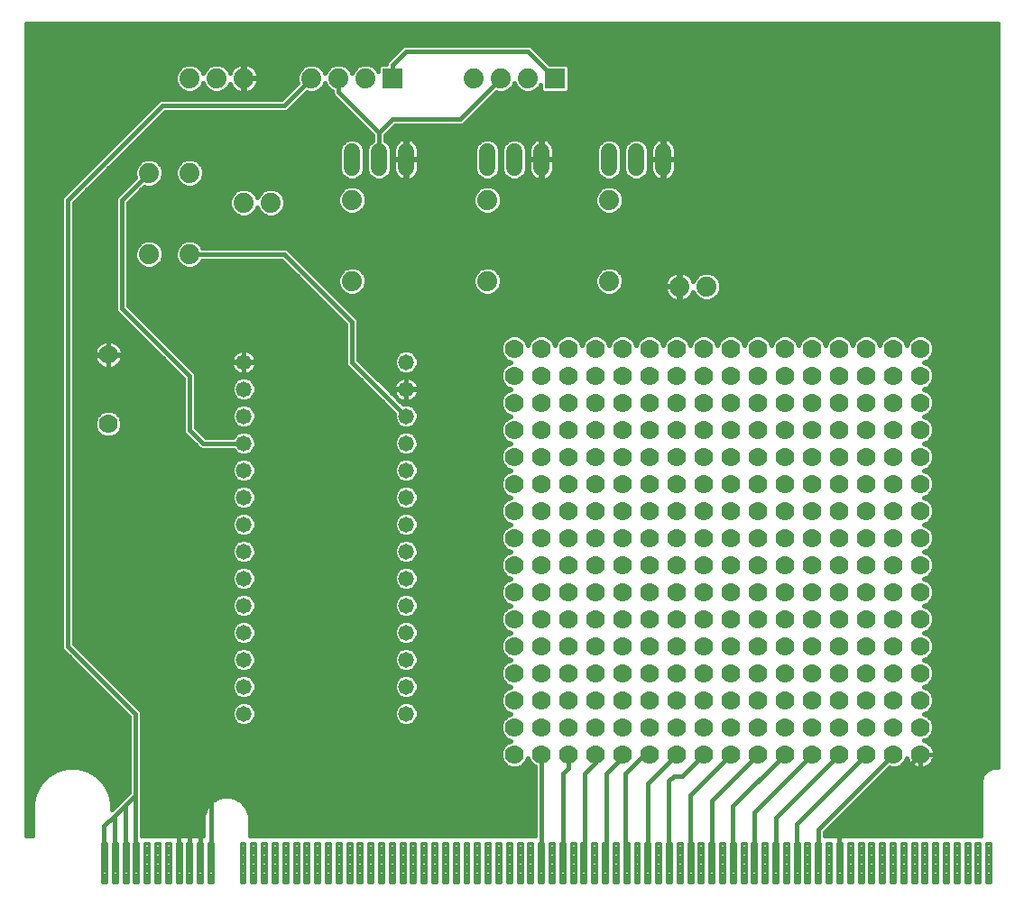
<source format=gbl>
G75*
%MOIN*%
%OFA0B0*%
%FSLAX25Y25*%
%IPPOS*%
%LPD*%
%AMOC8*
5,1,8,0,0,1.08239X$1,22.5*
%
%ADD10C,0.07400*%
%ADD11R,0.07400X0.07400*%
%ADD12C,0.06000*%
%ADD13C,0.05800*%
%ADD14C,0.07000*%
%ADD15C,0.01102*%
%ADD16C,0.01600*%
D10*
X0131800Y0235000D03*
X0131800Y0265000D03*
X0101800Y0264000D03*
X0091800Y0264000D03*
X0071800Y0275000D03*
X0056800Y0275000D03*
X0056800Y0245000D03*
X0071800Y0245000D03*
X0071800Y0310000D03*
X0081800Y0310000D03*
X0091800Y0310000D03*
X0116800Y0310000D03*
X0126800Y0310000D03*
X0136800Y0310000D03*
X0176800Y0310000D03*
X0186800Y0310000D03*
X0196800Y0310000D03*
X0181800Y0265000D03*
X0181800Y0235000D03*
X0226800Y0235000D03*
X0252800Y0233000D03*
X0262800Y0233000D03*
X0226800Y0265000D03*
D11*
X0206800Y0310000D03*
X0146800Y0310000D03*
D12*
X0141800Y0283000D02*
X0141800Y0277000D01*
X0131800Y0277000D02*
X0131800Y0283000D01*
X0151800Y0283000D02*
X0151800Y0277000D01*
X0181800Y0277000D02*
X0181800Y0283000D01*
X0191800Y0283000D02*
X0191800Y0277000D01*
X0201800Y0277000D02*
X0201800Y0283000D01*
X0226800Y0283000D02*
X0226800Y0277000D01*
X0236800Y0277000D02*
X0236800Y0283000D01*
X0246800Y0283000D02*
X0246800Y0277000D01*
D13*
X0151800Y0205000D03*
X0151800Y0195000D03*
X0151800Y0185000D03*
X0151800Y0175000D03*
X0151800Y0165000D03*
X0151800Y0155000D03*
X0151800Y0145000D03*
X0151800Y0135000D03*
X0151800Y0125000D03*
X0151800Y0115000D03*
X0151800Y0105000D03*
X0151800Y0095000D03*
X0151800Y0085000D03*
X0151800Y0075000D03*
X0091800Y0075000D03*
X0091800Y0085000D03*
X0091800Y0095000D03*
X0091800Y0105000D03*
X0091800Y0115000D03*
X0091800Y0125000D03*
X0091800Y0135000D03*
X0091800Y0145000D03*
X0091800Y0155000D03*
X0091800Y0165000D03*
X0091800Y0175000D03*
X0091800Y0185000D03*
X0091800Y0195000D03*
X0091800Y0205000D03*
D14*
X0041800Y0207795D03*
X0041800Y0182205D03*
X0191800Y0180000D03*
X0201800Y0180000D03*
X0201800Y0170000D03*
X0191800Y0170000D03*
X0191800Y0160000D03*
X0201800Y0160000D03*
X0201800Y0150000D03*
X0191800Y0150000D03*
X0191800Y0140000D03*
X0191800Y0130000D03*
X0201800Y0130000D03*
X0201800Y0140000D03*
X0211800Y0140000D03*
X0211800Y0130000D03*
X0221800Y0130000D03*
X0221800Y0140000D03*
X0221800Y0150000D03*
X0211800Y0150000D03*
X0211800Y0160000D03*
X0221800Y0160000D03*
X0221800Y0170000D03*
X0211800Y0170000D03*
X0211800Y0180000D03*
X0221800Y0180000D03*
X0221800Y0190000D03*
X0211800Y0190000D03*
X0211800Y0200000D03*
X0221800Y0200000D03*
X0221800Y0210000D03*
X0211800Y0210000D03*
X0201800Y0210000D03*
X0191800Y0210000D03*
X0191800Y0200000D03*
X0201800Y0200000D03*
X0201800Y0190000D03*
X0191800Y0190000D03*
X0231800Y0190000D03*
X0231800Y0180000D03*
X0231800Y0170000D03*
X0231800Y0160000D03*
X0231800Y0150000D03*
X0231800Y0140000D03*
X0231800Y0130000D03*
X0231800Y0120000D03*
X0231800Y0110000D03*
X0231800Y0100000D03*
X0231800Y0090000D03*
X0231800Y0080000D03*
X0231800Y0070000D03*
X0231800Y0060000D03*
X0221800Y0060000D03*
X0211800Y0060000D03*
X0211800Y0070000D03*
X0221800Y0070000D03*
X0221800Y0080000D03*
X0211800Y0080000D03*
X0211800Y0090000D03*
X0221800Y0090000D03*
X0221800Y0100000D03*
X0211800Y0100000D03*
X0211800Y0110000D03*
X0221800Y0110000D03*
X0221800Y0120000D03*
X0211800Y0120000D03*
X0201800Y0120000D03*
X0191800Y0120000D03*
X0191800Y0110000D03*
X0201800Y0110000D03*
X0201800Y0100000D03*
X0191800Y0100000D03*
X0191800Y0090000D03*
X0201800Y0090000D03*
X0201800Y0080000D03*
X0191800Y0080000D03*
X0191800Y0070000D03*
X0201800Y0070000D03*
X0201800Y0060000D03*
X0191800Y0060000D03*
X0241800Y0060000D03*
X0251800Y0060000D03*
X0251800Y0070000D03*
X0241800Y0070000D03*
X0241800Y0080000D03*
X0251800Y0080000D03*
X0251800Y0090000D03*
X0241800Y0090000D03*
X0241800Y0100000D03*
X0251800Y0100000D03*
X0251800Y0110000D03*
X0241800Y0110000D03*
X0241800Y0120000D03*
X0251800Y0120000D03*
X0251800Y0130000D03*
X0251800Y0140000D03*
X0241800Y0140000D03*
X0241800Y0130000D03*
X0241800Y0150000D03*
X0251800Y0150000D03*
X0251800Y0160000D03*
X0241800Y0160000D03*
X0241800Y0170000D03*
X0251800Y0170000D03*
X0251800Y0180000D03*
X0241800Y0180000D03*
X0241800Y0190000D03*
X0251800Y0190000D03*
X0251800Y0200000D03*
X0241800Y0200000D03*
X0241800Y0210000D03*
X0251800Y0210000D03*
X0261800Y0210000D03*
X0271800Y0210000D03*
X0271800Y0200000D03*
X0261800Y0200000D03*
X0261800Y0190000D03*
X0271800Y0190000D03*
X0271800Y0180000D03*
X0261800Y0180000D03*
X0261800Y0170000D03*
X0271800Y0170000D03*
X0271800Y0160000D03*
X0261800Y0160000D03*
X0261800Y0150000D03*
X0271800Y0150000D03*
X0271800Y0140000D03*
X0271800Y0130000D03*
X0261800Y0130000D03*
X0261800Y0140000D03*
X0261800Y0120000D03*
X0271800Y0120000D03*
X0271800Y0110000D03*
X0261800Y0110000D03*
X0261800Y0100000D03*
X0271800Y0100000D03*
X0271800Y0090000D03*
X0261800Y0090000D03*
X0261800Y0080000D03*
X0271800Y0080000D03*
X0271800Y0070000D03*
X0261800Y0070000D03*
X0261800Y0060000D03*
X0271800Y0060000D03*
X0281800Y0060000D03*
X0281800Y0070000D03*
X0281800Y0080000D03*
X0281800Y0090000D03*
X0281800Y0100000D03*
X0281800Y0110000D03*
X0281800Y0120000D03*
X0281800Y0130000D03*
X0281800Y0140000D03*
X0281800Y0150000D03*
X0281800Y0160000D03*
X0281800Y0170000D03*
X0281800Y0180000D03*
X0281800Y0190000D03*
X0281800Y0200000D03*
X0281800Y0210000D03*
X0291800Y0210000D03*
X0301800Y0210000D03*
X0301800Y0200000D03*
X0291800Y0200000D03*
X0291800Y0190000D03*
X0301800Y0190000D03*
X0301800Y0180000D03*
X0291800Y0180000D03*
X0291800Y0170000D03*
X0301800Y0170000D03*
X0301800Y0160000D03*
X0291800Y0160000D03*
X0291800Y0150000D03*
X0301800Y0150000D03*
X0301800Y0140000D03*
X0301800Y0130000D03*
X0291800Y0130000D03*
X0291800Y0140000D03*
X0291800Y0120000D03*
X0301800Y0120000D03*
X0301800Y0110000D03*
X0291800Y0110000D03*
X0291800Y0100000D03*
X0301800Y0100000D03*
X0301800Y0090000D03*
X0291800Y0090000D03*
X0291800Y0080000D03*
X0301800Y0080000D03*
X0301800Y0070000D03*
X0291800Y0070000D03*
X0291800Y0060000D03*
X0301800Y0060000D03*
X0311800Y0060000D03*
X0321800Y0060000D03*
X0321800Y0070000D03*
X0311800Y0070000D03*
X0311800Y0080000D03*
X0321800Y0080000D03*
X0321800Y0090000D03*
X0311800Y0090000D03*
X0311800Y0100000D03*
X0321800Y0100000D03*
X0321800Y0110000D03*
X0311800Y0110000D03*
X0311800Y0120000D03*
X0321800Y0120000D03*
X0321800Y0130000D03*
X0321800Y0140000D03*
X0311800Y0140000D03*
X0311800Y0130000D03*
X0311800Y0150000D03*
X0321800Y0150000D03*
X0321800Y0160000D03*
X0311800Y0160000D03*
X0311800Y0170000D03*
X0321800Y0170000D03*
X0321800Y0180000D03*
X0311800Y0180000D03*
X0311800Y0190000D03*
X0321800Y0190000D03*
X0321800Y0200000D03*
X0311800Y0200000D03*
X0311800Y0210000D03*
X0321800Y0210000D03*
X0331800Y0210000D03*
X0331800Y0200000D03*
X0331800Y0190000D03*
X0331800Y0180000D03*
X0331800Y0170000D03*
X0331800Y0160000D03*
X0331800Y0150000D03*
X0331800Y0140000D03*
X0331800Y0130000D03*
X0331800Y0120000D03*
X0331800Y0110000D03*
X0331800Y0100000D03*
X0331800Y0090000D03*
X0331800Y0080000D03*
X0331800Y0070000D03*
X0331800Y0060000D03*
X0341800Y0060000D03*
X0341800Y0070000D03*
X0341800Y0080000D03*
X0341800Y0090000D03*
X0341800Y0100000D03*
X0341800Y0110000D03*
X0341800Y0120000D03*
X0341800Y0130000D03*
X0341800Y0140000D03*
X0341800Y0150000D03*
X0341800Y0160000D03*
X0341800Y0170000D03*
X0341800Y0180000D03*
X0341800Y0190000D03*
X0341800Y0200000D03*
X0341800Y0210000D03*
X0231800Y0210000D03*
X0231800Y0200000D03*
D15*
X0234005Y0027087D02*
X0234005Y0012441D01*
X0232351Y0012441D01*
X0232351Y0027087D01*
X0234005Y0027087D01*
X0234005Y0013542D02*
X0232351Y0013542D01*
X0232351Y0014643D02*
X0234005Y0014643D01*
X0234005Y0015744D02*
X0232351Y0015744D01*
X0232351Y0016845D02*
X0234005Y0016845D01*
X0234005Y0017946D02*
X0232351Y0017946D01*
X0232351Y0019047D02*
X0234005Y0019047D01*
X0234005Y0020148D02*
X0232351Y0020148D01*
X0232351Y0021249D02*
X0234005Y0021249D01*
X0234005Y0022350D02*
X0232351Y0022350D01*
X0232351Y0023451D02*
X0234005Y0023451D01*
X0234005Y0024552D02*
X0232351Y0024552D01*
X0232351Y0025653D02*
X0234005Y0025653D01*
X0234005Y0026754D02*
X0232351Y0026754D01*
X0230068Y0027087D02*
X0230068Y0012441D01*
X0228414Y0012441D01*
X0228414Y0027087D01*
X0230068Y0027087D01*
X0230068Y0013542D02*
X0228414Y0013542D01*
X0228414Y0014643D02*
X0230068Y0014643D01*
X0230068Y0015744D02*
X0228414Y0015744D01*
X0228414Y0016845D02*
X0230068Y0016845D01*
X0230068Y0017946D02*
X0228414Y0017946D01*
X0228414Y0019047D02*
X0230068Y0019047D01*
X0230068Y0020148D02*
X0228414Y0020148D01*
X0228414Y0021249D02*
X0230068Y0021249D01*
X0230068Y0022350D02*
X0228414Y0022350D01*
X0228414Y0023451D02*
X0230068Y0023451D01*
X0230068Y0024552D02*
X0228414Y0024552D01*
X0228414Y0025653D02*
X0230068Y0025653D01*
X0230068Y0026754D02*
X0228414Y0026754D01*
X0226131Y0027087D02*
X0226131Y0012441D01*
X0224477Y0012441D01*
X0224477Y0027087D01*
X0226131Y0027087D01*
X0226131Y0013542D02*
X0224477Y0013542D01*
X0224477Y0014643D02*
X0226131Y0014643D01*
X0226131Y0015744D02*
X0224477Y0015744D01*
X0224477Y0016845D02*
X0226131Y0016845D01*
X0226131Y0017946D02*
X0224477Y0017946D01*
X0224477Y0019047D02*
X0226131Y0019047D01*
X0226131Y0020148D02*
X0224477Y0020148D01*
X0224477Y0021249D02*
X0226131Y0021249D01*
X0226131Y0022350D02*
X0224477Y0022350D01*
X0224477Y0023451D02*
X0226131Y0023451D01*
X0226131Y0024552D02*
X0224477Y0024552D01*
X0224477Y0025653D02*
X0226131Y0025653D01*
X0226131Y0026754D02*
X0224477Y0026754D01*
X0222194Y0027087D02*
X0222194Y0012441D01*
X0220540Y0012441D01*
X0220540Y0027087D01*
X0222194Y0027087D01*
X0222194Y0013542D02*
X0220540Y0013542D01*
X0220540Y0014643D02*
X0222194Y0014643D01*
X0222194Y0015744D02*
X0220540Y0015744D01*
X0220540Y0016845D02*
X0222194Y0016845D01*
X0222194Y0017946D02*
X0220540Y0017946D01*
X0220540Y0019047D02*
X0222194Y0019047D01*
X0222194Y0020148D02*
X0220540Y0020148D01*
X0220540Y0021249D02*
X0222194Y0021249D01*
X0222194Y0022350D02*
X0220540Y0022350D01*
X0220540Y0023451D02*
X0222194Y0023451D01*
X0222194Y0024552D02*
X0220540Y0024552D01*
X0220540Y0025653D02*
X0222194Y0025653D01*
X0222194Y0026754D02*
X0220540Y0026754D01*
X0218257Y0027087D02*
X0218257Y0012441D01*
X0216603Y0012441D01*
X0216603Y0027087D01*
X0218257Y0027087D01*
X0218257Y0013542D02*
X0216603Y0013542D01*
X0216603Y0014643D02*
X0218257Y0014643D01*
X0218257Y0015744D02*
X0216603Y0015744D01*
X0216603Y0016845D02*
X0218257Y0016845D01*
X0218257Y0017946D02*
X0216603Y0017946D01*
X0216603Y0019047D02*
X0218257Y0019047D01*
X0218257Y0020148D02*
X0216603Y0020148D01*
X0216603Y0021249D02*
X0218257Y0021249D01*
X0218257Y0022350D02*
X0216603Y0022350D01*
X0216603Y0023451D02*
X0218257Y0023451D01*
X0218257Y0024552D02*
X0216603Y0024552D01*
X0216603Y0025653D02*
X0218257Y0025653D01*
X0218257Y0026754D02*
X0216603Y0026754D01*
X0214320Y0027087D02*
X0214320Y0012441D01*
X0212666Y0012441D01*
X0212666Y0027087D01*
X0214320Y0027087D01*
X0214320Y0013542D02*
X0212666Y0013542D01*
X0212666Y0014643D02*
X0214320Y0014643D01*
X0214320Y0015744D02*
X0212666Y0015744D01*
X0212666Y0016845D02*
X0214320Y0016845D01*
X0214320Y0017946D02*
X0212666Y0017946D01*
X0212666Y0019047D02*
X0214320Y0019047D01*
X0214320Y0020148D02*
X0212666Y0020148D01*
X0212666Y0021249D02*
X0214320Y0021249D01*
X0214320Y0022350D02*
X0212666Y0022350D01*
X0212666Y0023451D02*
X0214320Y0023451D01*
X0214320Y0024552D02*
X0212666Y0024552D01*
X0212666Y0025653D02*
X0214320Y0025653D01*
X0214320Y0026754D02*
X0212666Y0026754D01*
X0210383Y0027087D02*
X0210383Y0012441D01*
X0208729Y0012441D01*
X0208729Y0027087D01*
X0210383Y0027087D01*
X0210383Y0013542D02*
X0208729Y0013542D01*
X0208729Y0014643D02*
X0210383Y0014643D01*
X0210383Y0015744D02*
X0208729Y0015744D01*
X0208729Y0016845D02*
X0210383Y0016845D01*
X0210383Y0017946D02*
X0208729Y0017946D01*
X0208729Y0019047D02*
X0210383Y0019047D01*
X0210383Y0020148D02*
X0208729Y0020148D01*
X0208729Y0021249D02*
X0210383Y0021249D01*
X0210383Y0022350D02*
X0208729Y0022350D01*
X0208729Y0023451D02*
X0210383Y0023451D01*
X0210383Y0024552D02*
X0208729Y0024552D01*
X0208729Y0025653D02*
X0210383Y0025653D01*
X0210383Y0026754D02*
X0208729Y0026754D01*
X0206446Y0027087D02*
X0206446Y0012441D01*
X0204792Y0012441D01*
X0204792Y0027087D01*
X0206446Y0027087D01*
X0206446Y0013542D02*
X0204792Y0013542D01*
X0204792Y0014643D02*
X0206446Y0014643D01*
X0206446Y0015744D02*
X0204792Y0015744D01*
X0204792Y0016845D02*
X0206446Y0016845D01*
X0206446Y0017946D02*
X0204792Y0017946D01*
X0204792Y0019047D02*
X0206446Y0019047D01*
X0206446Y0020148D02*
X0204792Y0020148D01*
X0204792Y0021249D02*
X0206446Y0021249D01*
X0206446Y0022350D02*
X0204792Y0022350D01*
X0204792Y0023451D02*
X0206446Y0023451D01*
X0206446Y0024552D02*
X0204792Y0024552D01*
X0204792Y0025653D02*
X0206446Y0025653D01*
X0206446Y0026754D02*
X0204792Y0026754D01*
X0202509Y0027087D02*
X0202509Y0012441D01*
X0200855Y0012441D01*
X0200855Y0027087D01*
X0202509Y0027087D01*
X0202509Y0013542D02*
X0200855Y0013542D01*
X0200855Y0014643D02*
X0202509Y0014643D01*
X0202509Y0015744D02*
X0200855Y0015744D01*
X0200855Y0016845D02*
X0202509Y0016845D01*
X0202509Y0017946D02*
X0200855Y0017946D01*
X0200855Y0019047D02*
X0202509Y0019047D01*
X0202509Y0020148D02*
X0200855Y0020148D01*
X0200855Y0021249D02*
X0202509Y0021249D01*
X0202509Y0022350D02*
X0200855Y0022350D01*
X0200855Y0023451D02*
X0202509Y0023451D01*
X0202509Y0024552D02*
X0200855Y0024552D01*
X0200855Y0025653D02*
X0202509Y0025653D01*
X0202509Y0026754D02*
X0200855Y0026754D01*
X0198572Y0027087D02*
X0198572Y0012441D01*
X0196918Y0012441D01*
X0196918Y0027087D01*
X0198572Y0027087D01*
X0198572Y0013542D02*
X0196918Y0013542D01*
X0196918Y0014643D02*
X0198572Y0014643D01*
X0198572Y0015744D02*
X0196918Y0015744D01*
X0196918Y0016845D02*
X0198572Y0016845D01*
X0198572Y0017946D02*
X0196918Y0017946D01*
X0196918Y0019047D02*
X0198572Y0019047D01*
X0198572Y0020148D02*
X0196918Y0020148D01*
X0196918Y0021249D02*
X0198572Y0021249D01*
X0198572Y0022350D02*
X0196918Y0022350D01*
X0196918Y0023451D02*
X0198572Y0023451D01*
X0198572Y0024552D02*
X0196918Y0024552D01*
X0196918Y0025653D02*
X0198572Y0025653D01*
X0198572Y0026754D02*
X0196918Y0026754D01*
X0194635Y0027087D02*
X0194635Y0012441D01*
X0192981Y0012441D01*
X0192981Y0027087D01*
X0194635Y0027087D01*
X0194635Y0013542D02*
X0192981Y0013542D01*
X0192981Y0014643D02*
X0194635Y0014643D01*
X0194635Y0015744D02*
X0192981Y0015744D01*
X0192981Y0016845D02*
X0194635Y0016845D01*
X0194635Y0017946D02*
X0192981Y0017946D01*
X0192981Y0019047D02*
X0194635Y0019047D01*
X0194635Y0020148D02*
X0192981Y0020148D01*
X0192981Y0021249D02*
X0194635Y0021249D01*
X0194635Y0022350D02*
X0192981Y0022350D01*
X0192981Y0023451D02*
X0194635Y0023451D01*
X0194635Y0024552D02*
X0192981Y0024552D01*
X0192981Y0025653D02*
X0194635Y0025653D01*
X0194635Y0026754D02*
X0192981Y0026754D01*
X0190698Y0027087D02*
X0190698Y0012441D01*
X0189044Y0012441D01*
X0189044Y0027087D01*
X0190698Y0027087D01*
X0190698Y0013542D02*
X0189044Y0013542D01*
X0189044Y0014643D02*
X0190698Y0014643D01*
X0190698Y0015744D02*
X0189044Y0015744D01*
X0189044Y0016845D02*
X0190698Y0016845D01*
X0190698Y0017946D02*
X0189044Y0017946D01*
X0189044Y0019047D02*
X0190698Y0019047D01*
X0190698Y0020148D02*
X0189044Y0020148D01*
X0189044Y0021249D02*
X0190698Y0021249D01*
X0190698Y0022350D02*
X0189044Y0022350D01*
X0189044Y0023451D02*
X0190698Y0023451D01*
X0190698Y0024552D02*
X0189044Y0024552D01*
X0189044Y0025653D02*
X0190698Y0025653D01*
X0190698Y0026754D02*
X0189044Y0026754D01*
X0186761Y0027087D02*
X0186761Y0012441D01*
X0185107Y0012441D01*
X0185107Y0027087D01*
X0186761Y0027087D01*
X0186761Y0013542D02*
X0185107Y0013542D01*
X0185107Y0014643D02*
X0186761Y0014643D01*
X0186761Y0015744D02*
X0185107Y0015744D01*
X0185107Y0016845D02*
X0186761Y0016845D01*
X0186761Y0017946D02*
X0185107Y0017946D01*
X0185107Y0019047D02*
X0186761Y0019047D01*
X0186761Y0020148D02*
X0185107Y0020148D01*
X0185107Y0021249D02*
X0186761Y0021249D01*
X0186761Y0022350D02*
X0185107Y0022350D01*
X0185107Y0023451D02*
X0186761Y0023451D01*
X0186761Y0024552D02*
X0185107Y0024552D01*
X0185107Y0025653D02*
X0186761Y0025653D01*
X0186761Y0026754D02*
X0185107Y0026754D01*
X0182824Y0027087D02*
X0182824Y0012441D01*
X0181170Y0012441D01*
X0181170Y0027087D01*
X0182824Y0027087D01*
X0182824Y0013542D02*
X0181170Y0013542D01*
X0181170Y0014643D02*
X0182824Y0014643D01*
X0182824Y0015744D02*
X0181170Y0015744D01*
X0181170Y0016845D02*
X0182824Y0016845D01*
X0182824Y0017946D02*
X0181170Y0017946D01*
X0181170Y0019047D02*
X0182824Y0019047D01*
X0182824Y0020148D02*
X0181170Y0020148D01*
X0181170Y0021249D02*
X0182824Y0021249D01*
X0182824Y0022350D02*
X0181170Y0022350D01*
X0181170Y0023451D02*
X0182824Y0023451D01*
X0182824Y0024552D02*
X0181170Y0024552D01*
X0181170Y0025653D02*
X0182824Y0025653D01*
X0182824Y0026754D02*
X0181170Y0026754D01*
X0178887Y0027087D02*
X0178887Y0012441D01*
X0177233Y0012441D01*
X0177233Y0027087D01*
X0178887Y0027087D01*
X0178887Y0013542D02*
X0177233Y0013542D01*
X0177233Y0014643D02*
X0178887Y0014643D01*
X0178887Y0015744D02*
X0177233Y0015744D01*
X0177233Y0016845D02*
X0178887Y0016845D01*
X0178887Y0017946D02*
X0177233Y0017946D01*
X0177233Y0019047D02*
X0178887Y0019047D01*
X0178887Y0020148D02*
X0177233Y0020148D01*
X0177233Y0021249D02*
X0178887Y0021249D01*
X0178887Y0022350D02*
X0177233Y0022350D01*
X0177233Y0023451D02*
X0178887Y0023451D01*
X0178887Y0024552D02*
X0177233Y0024552D01*
X0177233Y0025653D02*
X0178887Y0025653D01*
X0178887Y0026754D02*
X0177233Y0026754D01*
X0174950Y0027087D02*
X0174950Y0012441D01*
X0173296Y0012441D01*
X0173296Y0027087D01*
X0174950Y0027087D01*
X0174950Y0013542D02*
X0173296Y0013542D01*
X0173296Y0014643D02*
X0174950Y0014643D01*
X0174950Y0015744D02*
X0173296Y0015744D01*
X0173296Y0016845D02*
X0174950Y0016845D01*
X0174950Y0017946D02*
X0173296Y0017946D01*
X0173296Y0019047D02*
X0174950Y0019047D01*
X0174950Y0020148D02*
X0173296Y0020148D01*
X0173296Y0021249D02*
X0174950Y0021249D01*
X0174950Y0022350D02*
X0173296Y0022350D01*
X0173296Y0023451D02*
X0174950Y0023451D01*
X0174950Y0024552D02*
X0173296Y0024552D01*
X0173296Y0025653D02*
X0174950Y0025653D01*
X0174950Y0026754D02*
X0173296Y0026754D01*
X0171013Y0027087D02*
X0171013Y0012441D01*
X0169359Y0012441D01*
X0169359Y0027087D01*
X0171013Y0027087D01*
X0171013Y0013542D02*
X0169359Y0013542D01*
X0169359Y0014643D02*
X0171013Y0014643D01*
X0171013Y0015744D02*
X0169359Y0015744D01*
X0169359Y0016845D02*
X0171013Y0016845D01*
X0171013Y0017946D02*
X0169359Y0017946D01*
X0169359Y0019047D02*
X0171013Y0019047D01*
X0171013Y0020148D02*
X0169359Y0020148D01*
X0169359Y0021249D02*
X0171013Y0021249D01*
X0171013Y0022350D02*
X0169359Y0022350D01*
X0169359Y0023451D02*
X0171013Y0023451D01*
X0171013Y0024552D02*
X0169359Y0024552D01*
X0169359Y0025653D02*
X0171013Y0025653D01*
X0171013Y0026754D02*
X0169359Y0026754D01*
X0167076Y0027087D02*
X0167076Y0012441D01*
X0165422Y0012441D01*
X0165422Y0027087D01*
X0167076Y0027087D01*
X0167076Y0013542D02*
X0165422Y0013542D01*
X0165422Y0014643D02*
X0167076Y0014643D01*
X0167076Y0015744D02*
X0165422Y0015744D01*
X0165422Y0016845D02*
X0167076Y0016845D01*
X0167076Y0017946D02*
X0165422Y0017946D01*
X0165422Y0019047D02*
X0167076Y0019047D01*
X0167076Y0020148D02*
X0165422Y0020148D01*
X0165422Y0021249D02*
X0167076Y0021249D01*
X0167076Y0022350D02*
X0165422Y0022350D01*
X0165422Y0023451D02*
X0167076Y0023451D01*
X0167076Y0024552D02*
X0165422Y0024552D01*
X0165422Y0025653D02*
X0167076Y0025653D01*
X0167076Y0026754D02*
X0165422Y0026754D01*
X0163139Y0027087D02*
X0163139Y0012441D01*
X0161485Y0012441D01*
X0161485Y0027087D01*
X0163139Y0027087D01*
X0163139Y0013542D02*
X0161485Y0013542D01*
X0161485Y0014643D02*
X0163139Y0014643D01*
X0163139Y0015744D02*
X0161485Y0015744D01*
X0161485Y0016845D02*
X0163139Y0016845D01*
X0163139Y0017946D02*
X0161485Y0017946D01*
X0161485Y0019047D02*
X0163139Y0019047D01*
X0163139Y0020148D02*
X0161485Y0020148D01*
X0161485Y0021249D02*
X0163139Y0021249D01*
X0163139Y0022350D02*
X0161485Y0022350D01*
X0161485Y0023451D02*
X0163139Y0023451D01*
X0163139Y0024552D02*
X0161485Y0024552D01*
X0161485Y0025653D02*
X0163139Y0025653D01*
X0163139Y0026754D02*
X0161485Y0026754D01*
X0159202Y0027087D02*
X0159202Y0012441D01*
X0157548Y0012441D01*
X0157548Y0027087D01*
X0159202Y0027087D01*
X0159202Y0013542D02*
X0157548Y0013542D01*
X0157548Y0014643D02*
X0159202Y0014643D01*
X0159202Y0015744D02*
X0157548Y0015744D01*
X0157548Y0016845D02*
X0159202Y0016845D01*
X0159202Y0017946D02*
X0157548Y0017946D01*
X0157548Y0019047D02*
X0159202Y0019047D01*
X0159202Y0020148D02*
X0157548Y0020148D01*
X0157548Y0021249D02*
X0159202Y0021249D01*
X0159202Y0022350D02*
X0157548Y0022350D01*
X0157548Y0023451D02*
X0159202Y0023451D01*
X0159202Y0024552D02*
X0157548Y0024552D01*
X0157548Y0025653D02*
X0159202Y0025653D01*
X0159202Y0026754D02*
X0157548Y0026754D01*
X0155265Y0027087D02*
X0155265Y0012441D01*
X0153611Y0012441D01*
X0153611Y0027087D01*
X0155265Y0027087D01*
X0155265Y0013542D02*
X0153611Y0013542D01*
X0153611Y0014643D02*
X0155265Y0014643D01*
X0155265Y0015744D02*
X0153611Y0015744D01*
X0153611Y0016845D02*
X0155265Y0016845D01*
X0155265Y0017946D02*
X0153611Y0017946D01*
X0153611Y0019047D02*
X0155265Y0019047D01*
X0155265Y0020148D02*
X0153611Y0020148D01*
X0153611Y0021249D02*
X0155265Y0021249D01*
X0155265Y0022350D02*
X0153611Y0022350D01*
X0153611Y0023451D02*
X0155265Y0023451D01*
X0155265Y0024552D02*
X0153611Y0024552D01*
X0153611Y0025653D02*
X0155265Y0025653D01*
X0155265Y0026754D02*
X0153611Y0026754D01*
X0151328Y0027087D02*
X0151328Y0012441D01*
X0149674Y0012441D01*
X0149674Y0027087D01*
X0151328Y0027087D01*
X0151328Y0013542D02*
X0149674Y0013542D01*
X0149674Y0014643D02*
X0151328Y0014643D01*
X0151328Y0015744D02*
X0149674Y0015744D01*
X0149674Y0016845D02*
X0151328Y0016845D01*
X0151328Y0017946D02*
X0149674Y0017946D01*
X0149674Y0019047D02*
X0151328Y0019047D01*
X0151328Y0020148D02*
X0149674Y0020148D01*
X0149674Y0021249D02*
X0151328Y0021249D01*
X0151328Y0022350D02*
X0149674Y0022350D01*
X0149674Y0023451D02*
X0151328Y0023451D01*
X0151328Y0024552D02*
X0149674Y0024552D01*
X0149674Y0025653D02*
X0151328Y0025653D01*
X0151328Y0026754D02*
X0149674Y0026754D01*
X0147391Y0027087D02*
X0147391Y0012441D01*
X0145737Y0012441D01*
X0145737Y0027087D01*
X0147391Y0027087D01*
X0147391Y0013542D02*
X0145737Y0013542D01*
X0145737Y0014643D02*
X0147391Y0014643D01*
X0147391Y0015744D02*
X0145737Y0015744D01*
X0145737Y0016845D02*
X0147391Y0016845D01*
X0147391Y0017946D02*
X0145737Y0017946D01*
X0145737Y0019047D02*
X0147391Y0019047D01*
X0147391Y0020148D02*
X0145737Y0020148D01*
X0145737Y0021249D02*
X0147391Y0021249D01*
X0147391Y0022350D02*
X0145737Y0022350D01*
X0145737Y0023451D02*
X0147391Y0023451D01*
X0147391Y0024552D02*
X0145737Y0024552D01*
X0145737Y0025653D02*
X0147391Y0025653D01*
X0147391Y0026754D02*
X0145737Y0026754D01*
X0143454Y0027087D02*
X0143454Y0012441D01*
X0141800Y0012441D01*
X0141800Y0027087D01*
X0143454Y0027087D01*
X0143454Y0013542D02*
X0141800Y0013542D01*
X0141800Y0014643D02*
X0143454Y0014643D01*
X0143454Y0015744D02*
X0141800Y0015744D01*
X0141800Y0016845D02*
X0143454Y0016845D01*
X0143454Y0017946D02*
X0141800Y0017946D01*
X0141800Y0019047D02*
X0143454Y0019047D01*
X0143454Y0020148D02*
X0141800Y0020148D01*
X0141800Y0021249D02*
X0143454Y0021249D01*
X0143454Y0022350D02*
X0141800Y0022350D01*
X0141800Y0023451D02*
X0143454Y0023451D01*
X0143454Y0024552D02*
X0141800Y0024552D01*
X0141800Y0025653D02*
X0143454Y0025653D01*
X0143454Y0026754D02*
X0141800Y0026754D01*
X0139517Y0027087D02*
X0139517Y0012441D01*
X0137863Y0012441D01*
X0137863Y0027087D01*
X0139517Y0027087D01*
X0139517Y0013542D02*
X0137863Y0013542D01*
X0137863Y0014643D02*
X0139517Y0014643D01*
X0139517Y0015744D02*
X0137863Y0015744D01*
X0137863Y0016845D02*
X0139517Y0016845D01*
X0139517Y0017946D02*
X0137863Y0017946D01*
X0137863Y0019047D02*
X0139517Y0019047D01*
X0139517Y0020148D02*
X0137863Y0020148D01*
X0137863Y0021249D02*
X0139517Y0021249D01*
X0139517Y0022350D02*
X0137863Y0022350D01*
X0137863Y0023451D02*
X0139517Y0023451D01*
X0139517Y0024552D02*
X0137863Y0024552D01*
X0137863Y0025653D02*
X0139517Y0025653D01*
X0139517Y0026754D02*
X0137863Y0026754D01*
X0135580Y0027087D02*
X0135580Y0012441D01*
X0133926Y0012441D01*
X0133926Y0027087D01*
X0135580Y0027087D01*
X0135580Y0013542D02*
X0133926Y0013542D01*
X0133926Y0014643D02*
X0135580Y0014643D01*
X0135580Y0015744D02*
X0133926Y0015744D01*
X0133926Y0016845D02*
X0135580Y0016845D01*
X0135580Y0017946D02*
X0133926Y0017946D01*
X0133926Y0019047D02*
X0135580Y0019047D01*
X0135580Y0020148D02*
X0133926Y0020148D01*
X0133926Y0021249D02*
X0135580Y0021249D01*
X0135580Y0022350D02*
X0133926Y0022350D01*
X0133926Y0023451D02*
X0135580Y0023451D01*
X0135580Y0024552D02*
X0133926Y0024552D01*
X0133926Y0025653D02*
X0135580Y0025653D01*
X0135580Y0026754D02*
X0133926Y0026754D01*
X0131643Y0027087D02*
X0131643Y0012441D01*
X0129989Y0012441D01*
X0129989Y0027087D01*
X0131643Y0027087D01*
X0131643Y0013542D02*
X0129989Y0013542D01*
X0129989Y0014643D02*
X0131643Y0014643D01*
X0131643Y0015744D02*
X0129989Y0015744D01*
X0129989Y0016845D02*
X0131643Y0016845D01*
X0131643Y0017946D02*
X0129989Y0017946D01*
X0129989Y0019047D02*
X0131643Y0019047D01*
X0131643Y0020148D02*
X0129989Y0020148D01*
X0129989Y0021249D02*
X0131643Y0021249D01*
X0131643Y0022350D02*
X0129989Y0022350D01*
X0129989Y0023451D02*
X0131643Y0023451D01*
X0131643Y0024552D02*
X0129989Y0024552D01*
X0129989Y0025653D02*
X0131643Y0025653D01*
X0131643Y0026754D02*
X0129989Y0026754D01*
X0127706Y0027087D02*
X0127706Y0012441D01*
X0126052Y0012441D01*
X0126052Y0027087D01*
X0127706Y0027087D01*
X0127706Y0013542D02*
X0126052Y0013542D01*
X0126052Y0014643D02*
X0127706Y0014643D01*
X0127706Y0015744D02*
X0126052Y0015744D01*
X0126052Y0016845D02*
X0127706Y0016845D01*
X0127706Y0017946D02*
X0126052Y0017946D01*
X0126052Y0019047D02*
X0127706Y0019047D01*
X0127706Y0020148D02*
X0126052Y0020148D01*
X0126052Y0021249D02*
X0127706Y0021249D01*
X0127706Y0022350D02*
X0126052Y0022350D01*
X0126052Y0023451D02*
X0127706Y0023451D01*
X0127706Y0024552D02*
X0126052Y0024552D01*
X0126052Y0025653D02*
X0127706Y0025653D01*
X0127706Y0026754D02*
X0126052Y0026754D01*
X0123769Y0027087D02*
X0123769Y0012441D01*
X0122115Y0012441D01*
X0122115Y0027087D01*
X0123769Y0027087D01*
X0123769Y0013542D02*
X0122115Y0013542D01*
X0122115Y0014643D02*
X0123769Y0014643D01*
X0123769Y0015744D02*
X0122115Y0015744D01*
X0122115Y0016845D02*
X0123769Y0016845D01*
X0123769Y0017946D02*
X0122115Y0017946D01*
X0122115Y0019047D02*
X0123769Y0019047D01*
X0123769Y0020148D02*
X0122115Y0020148D01*
X0122115Y0021249D02*
X0123769Y0021249D01*
X0123769Y0022350D02*
X0122115Y0022350D01*
X0122115Y0023451D02*
X0123769Y0023451D01*
X0123769Y0024552D02*
X0122115Y0024552D01*
X0122115Y0025653D02*
X0123769Y0025653D01*
X0123769Y0026754D02*
X0122115Y0026754D01*
X0119832Y0027087D02*
X0119832Y0012441D01*
X0118178Y0012441D01*
X0118178Y0027087D01*
X0119832Y0027087D01*
X0119832Y0013542D02*
X0118178Y0013542D01*
X0118178Y0014643D02*
X0119832Y0014643D01*
X0119832Y0015744D02*
X0118178Y0015744D01*
X0118178Y0016845D02*
X0119832Y0016845D01*
X0119832Y0017946D02*
X0118178Y0017946D01*
X0118178Y0019047D02*
X0119832Y0019047D01*
X0119832Y0020148D02*
X0118178Y0020148D01*
X0118178Y0021249D02*
X0119832Y0021249D01*
X0119832Y0022350D02*
X0118178Y0022350D01*
X0118178Y0023451D02*
X0119832Y0023451D01*
X0119832Y0024552D02*
X0118178Y0024552D01*
X0118178Y0025653D02*
X0119832Y0025653D01*
X0119832Y0026754D02*
X0118178Y0026754D01*
X0115895Y0027087D02*
X0115895Y0012441D01*
X0114241Y0012441D01*
X0114241Y0027087D01*
X0115895Y0027087D01*
X0115895Y0013542D02*
X0114241Y0013542D01*
X0114241Y0014643D02*
X0115895Y0014643D01*
X0115895Y0015744D02*
X0114241Y0015744D01*
X0114241Y0016845D02*
X0115895Y0016845D01*
X0115895Y0017946D02*
X0114241Y0017946D01*
X0114241Y0019047D02*
X0115895Y0019047D01*
X0115895Y0020148D02*
X0114241Y0020148D01*
X0114241Y0021249D02*
X0115895Y0021249D01*
X0115895Y0022350D02*
X0114241Y0022350D01*
X0114241Y0023451D02*
X0115895Y0023451D01*
X0115895Y0024552D02*
X0114241Y0024552D01*
X0114241Y0025653D02*
X0115895Y0025653D01*
X0115895Y0026754D02*
X0114241Y0026754D01*
X0111958Y0027087D02*
X0111958Y0012441D01*
X0110304Y0012441D01*
X0110304Y0027087D01*
X0111958Y0027087D01*
X0111958Y0013542D02*
X0110304Y0013542D01*
X0110304Y0014643D02*
X0111958Y0014643D01*
X0111958Y0015744D02*
X0110304Y0015744D01*
X0110304Y0016845D02*
X0111958Y0016845D01*
X0111958Y0017946D02*
X0110304Y0017946D01*
X0110304Y0019047D02*
X0111958Y0019047D01*
X0111958Y0020148D02*
X0110304Y0020148D01*
X0110304Y0021249D02*
X0111958Y0021249D01*
X0111958Y0022350D02*
X0110304Y0022350D01*
X0110304Y0023451D02*
X0111958Y0023451D01*
X0111958Y0024552D02*
X0110304Y0024552D01*
X0110304Y0025653D02*
X0111958Y0025653D01*
X0111958Y0026754D02*
X0110304Y0026754D01*
X0108021Y0027087D02*
X0108021Y0012441D01*
X0106367Y0012441D01*
X0106367Y0027087D01*
X0108021Y0027087D01*
X0108021Y0013542D02*
X0106367Y0013542D01*
X0106367Y0014643D02*
X0108021Y0014643D01*
X0108021Y0015744D02*
X0106367Y0015744D01*
X0106367Y0016845D02*
X0108021Y0016845D01*
X0108021Y0017946D02*
X0106367Y0017946D01*
X0106367Y0019047D02*
X0108021Y0019047D01*
X0108021Y0020148D02*
X0106367Y0020148D01*
X0106367Y0021249D02*
X0108021Y0021249D01*
X0108021Y0022350D02*
X0106367Y0022350D01*
X0106367Y0023451D02*
X0108021Y0023451D01*
X0108021Y0024552D02*
X0106367Y0024552D01*
X0106367Y0025653D02*
X0108021Y0025653D01*
X0108021Y0026754D02*
X0106367Y0026754D01*
X0104084Y0027087D02*
X0104084Y0012441D01*
X0102430Y0012441D01*
X0102430Y0027087D01*
X0104084Y0027087D01*
X0104084Y0013542D02*
X0102430Y0013542D01*
X0102430Y0014643D02*
X0104084Y0014643D01*
X0104084Y0015744D02*
X0102430Y0015744D01*
X0102430Y0016845D02*
X0104084Y0016845D01*
X0104084Y0017946D02*
X0102430Y0017946D01*
X0102430Y0019047D02*
X0104084Y0019047D01*
X0104084Y0020148D02*
X0102430Y0020148D01*
X0102430Y0021249D02*
X0104084Y0021249D01*
X0104084Y0022350D02*
X0102430Y0022350D01*
X0102430Y0023451D02*
X0104084Y0023451D01*
X0104084Y0024552D02*
X0102430Y0024552D01*
X0102430Y0025653D02*
X0104084Y0025653D01*
X0104084Y0026754D02*
X0102430Y0026754D01*
X0100147Y0027087D02*
X0100147Y0012441D01*
X0098493Y0012441D01*
X0098493Y0027087D01*
X0100147Y0027087D01*
X0100147Y0013542D02*
X0098493Y0013542D01*
X0098493Y0014643D02*
X0100147Y0014643D01*
X0100147Y0015744D02*
X0098493Y0015744D01*
X0098493Y0016845D02*
X0100147Y0016845D01*
X0100147Y0017946D02*
X0098493Y0017946D01*
X0098493Y0019047D02*
X0100147Y0019047D01*
X0100147Y0020148D02*
X0098493Y0020148D01*
X0098493Y0021249D02*
X0100147Y0021249D01*
X0100147Y0022350D02*
X0098493Y0022350D01*
X0098493Y0023451D02*
X0100147Y0023451D01*
X0100147Y0024552D02*
X0098493Y0024552D01*
X0098493Y0025653D02*
X0100147Y0025653D01*
X0100147Y0026754D02*
X0098493Y0026754D01*
X0096210Y0027087D02*
X0096210Y0012441D01*
X0094556Y0012441D01*
X0094556Y0027087D01*
X0096210Y0027087D01*
X0096210Y0013542D02*
X0094556Y0013542D01*
X0094556Y0014643D02*
X0096210Y0014643D01*
X0096210Y0015744D02*
X0094556Y0015744D01*
X0094556Y0016845D02*
X0096210Y0016845D01*
X0096210Y0017946D02*
X0094556Y0017946D01*
X0094556Y0019047D02*
X0096210Y0019047D01*
X0096210Y0020148D02*
X0094556Y0020148D01*
X0094556Y0021249D02*
X0096210Y0021249D01*
X0096210Y0022350D02*
X0094556Y0022350D01*
X0094556Y0023451D02*
X0096210Y0023451D01*
X0096210Y0024552D02*
X0094556Y0024552D01*
X0094556Y0025653D02*
X0096210Y0025653D01*
X0096210Y0026754D02*
X0094556Y0026754D01*
X0092273Y0027087D02*
X0092273Y0012441D01*
X0090619Y0012441D01*
X0090619Y0027087D01*
X0092273Y0027087D01*
X0092273Y0013542D02*
X0090619Y0013542D01*
X0090619Y0014643D02*
X0092273Y0014643D01*
X0092273Y0015744D02*
X0090619Y0015744D01*
X0090619Y0016845D02*
X0092273Y0016845D01*
X0092273Y0017946D02*
X0090619Y0017946D01*
X0090619Y0019047D02*
X0092273Y0019047D01*
X0092273Y0020148D02*
X0090619Y0020148D01*
X0090619Y0021249D02*
X0092273Y0021249D01*
X0092273Y0022350D02*
X0090619Y0022350D01*
X0090619Y0023451D02*
X0092273Y0023451D01*
X0092273Y0024552D02*
X0090619Y0024552D01*
X0090619Y0025653D02*
X0092273Y0025653D01*
X0092273Y0026754D02*
X0090619Y0026754D01*
X0080462Y0027087D02*
X0080462Y0012441D01*
X0078808Y0012441D01*
X0078808Y0027087D01*
X0080462Y0027087D01*
X0080462Y0013542D02*
X0078808Y0013542D01*
X0078808Y0014643D02*
X0080462Y0014643D01*
X0080462Y0015744D02*
X0078808Y0015744D01*
X0078808Y0016845D02*
X0080462Y0016845D01*
X0080462Y0017946D02*
X0078808Y0017946D01*
X0078808Y0019047D02*
X0080462Y0019047D01*
X0080462Y0020148D02*
X0078808Y0020148D01*
X0078808Y0021249D02*
X0080462Y0021249D01*
X0080462Y0022350D02*
X0078808Y0022350D01*
X0078808Y0023451D02*
X0080462Y0023451D01*
X0080462Y0024552D02*
X0078808Y0024552D01*
X0078808Y0025653D02*
X0080462Y0025653D01*
X0080462Y0026754D02*
X0078808Y0026754D01*
X0076525Y0027087D02*
X0076525Y0012441D01*
X0074871Y0012441D01*
X0074871Y0027087D01*
X0076525Y0027087D01*
X0076525Y0013542D02*
X0074871Y0013542D01*
X0074871Y0014643D02*
X0076525Y0014643D01*
X0076525Y0015744D02*
X0074871Y0015744D01*
X0074871Y0016845D02*
X0076525Y0016845D01*
X0076525Y0017946D02*
X0074871Y0017946D01*
X0074871Y0019047D02*
X0076525Y0019047D01*
X0076525Y0020148D02*
X0074871Y0020148D01*
X0074871Y0021249D02*
X0076525Y0021249D01*
X0076525Y0022350D02*
X0074871Y0022350D01*
X0074871Y0023451D02*
X0076525Y0023451D01*
X0076525Y0024552D02*
X0074871Y0024552D01*
X0074871Y0025653D02*
X0076525Y0025653D01*
X0076525Y0026754D02*
X0074871Y0026754D01*
X0072588Y0027087D02*
X0072588Y0012441D01*
X0070934Y0012441D01*
X0070934Y0027087D01*
X0072588Y0027087D01*
X0072588Y0013542D02*
X0070934Y0013542D01*
X0070934Y0014643D02*
X0072588Y0014643D01*
X0072588Y0015744D02*
X0070934Y0015744D01*
X0070934Y0016845D02*
X0072588Y0016845D01*
X0072588Y0017946D02*
X0070934Y0017946D01*
X0070934Y0019047D02*
X0072588Y0019047D01*
X0072588Y0020148D02*
X0070934Y0020148D01*
X0070934Y0021249D02*
X0072588Y0021249D01*
X0072588Y0022350D02*
X0070934Y0022350D01*
X0070934Y0023451D02*
X0072588Y0023451D01*
X0072588Y0024552D02*
X0070934Y0024552D01*
X0070934Y0025653D02*
X0072588Y0025653D01*
X0072588Y0026754D02*
X0070934Y0026754D01*
X0068651Y0027087D02*
X0068651Y0012441D01*
X0066997Y0012441D01*
X0066997Y0027087D01*
X0068651Y0027087D01*
X0068651Y0013542D02*
X0066997Y0013542D01*
X0066997Y0014643D02*
X0068651Y0014643D01*
X0068651Y0015744D02*
X0066997Y0015744D01*
X0066997Y0016845D02*
X0068651Y0016845D01*
X0068651Y0017946D02*
X0066997Y0017946D01*
X0066997Y0019047D02*
X0068651Y0019047D01*
X0068651Y0020148D02*
X0066997Y0020148D01*
X0066997Y0021249D02*
X0068651Y0021249D01*
X0068651Y0022350D02*
X0066997Y0022350D01*
X0066997Y0023451D02*
X0068651Y0023451D01*
X0068651Y0024552D02*
X0066997Y0024552D01*
X0066997Y0025653D02*
X0068651Y0025653D01*
X0068651Y0026754D02*
X0066997Y0026754D01*
X0064714Y0027087D02*
X0064714Y0012441D01*
X0063060Y0012441D01*
X0063060Y0027087D01*
X0064714Y0027087D01*
X0064714Y0013542D02*
X0063060Y0013542D01*
X0063060Y0014643D02*
X0064714Y0014643D01*
X0064714Y0015744D02*
X0063060Y0015744D01*
X0063060Y0016845D02*
X0064714Y0016845D01*
X0064714Y0017946D02*
X0063060Y0017946D01*
X0063060Y0019047D02*
X0064714Y0019047D01*
X0064714Y0020148D02*
X0063060Y0020148D01*
X0063060Y0021249D02*
X0064714Y0021249D01*
X0064714Y0022350D02*
X0063060Y0022350D01*
X0063060Y0023451D02*
X0064714Y0023451D01*
X0064714Y0024552D02*
X0063060Y0024552D01*
X0063060Y0025653D02*
X0064714Y0025653D01*
X0064714Y0026754D02*
X0063060Y0026754D01*
X0060777Y0027087D02*
X0060777Y0012441D01*
X0059123Y0012441D01*
X0059123Y0027087D01*
X0060777Y0027087D01*
X0060777Y0013542D02*
X0059123Y0013542D01*
X0059123Y0014643D02*
X0060777Y0014643D01*
X0060777Y0015744D02*
X0059123Y0015744D01*
X0059123Y0016845D02*
X0060777Y0016845D01*
X0060777Y0017946D02*
X0059123Y0017946D01*
X0059123Y0019047D02*
X0060777Y0019047D01*
X0060777Y0020148D02*
X0059123Y0020148D01*
X0059123Y0021249D02*
X0060777Y0021249D01*
X0060777Y0022350D02*
X0059123Y0022350D01*
X0059123Y0023451D02*
X0060777Y0023451D01*
X0060777Y0024552D02*
X0059123Y0024552D01*
X0059123Y0025653D02*
X0060777Y0025653D01*
X0060777Y0026754D02*
X0059123Y0026754D01*
X0056840Y0027087D02*
X0056840Y0012441D01*
X0055186Y0012441D01*
X0055186Y0027087D01*
X0056840Y0027087D01*
X0056840Y0013542D02*
X0055186Y0013542D01*
X0055186Y0014643D02*
X0056840Y0014643D01*
X0056840Y0015744D02*
X0055186Y0015744D01*
X0055186Y0016845D02*
X0056840Y0016845D01*
X0056840Y0017946D02*
X0055186Y0017946D01*
X0055186Y0019047D02*
X0056840Y0019047D01*
X0056840Y0020148D02*
X0055186Y0020148D01*
X0055186Y0021249D02*
X0056840Y0021249D01*
X0056840Y0022350D02*
X0055186Y0022350D01*
X0055186Y0023451D02*
X0056840Y0023451D01*
X0056840Y0024552D02*
X0055186Y0024552D01*
X0055186Y0025653D02*
X0056840Y0025653D01*
X0056840Y0026754D02*
X0055186Y0026754D01*
X0052903Y0027087D02*
X0052903Y0012441D01*
X0051249Y0012441D01*
X0051249Y0027087D01*
X0052903Y0027087D01*
X0052903Y0013542D02*
X0051249Y0013542D01*
X0051249Y0014643D02*
X0052903Y0014643D01*
X0052903Y0015744D02*
X0051249Y0015744D01*
X0051249Y0016845D02*
X0052903Y0016845D01*
X0052903Y0017946D02*
X0051249Y0017946D01*
X0051249Y0019047D02*
X0052903Y0019047D01*
X0052903Y0020148D02*
X0051249Y0020148D01*
X0051249Y0021249D02*
X0052903Y0021249D01*
X0052903Y0022350D02*
X0051249Y0022350D01*
X0051249Y0023451D02*
X0052903Y0023451D01*
X0052903Y0024552D02*
X0051249Y0024552D01*
X0051249Y0025653D02*
X0052903Y0025653D01*
X0052903Y0026754D02*
X0051249Y0026754D01*
X0048966Y0027087D02*
X0048966Y0012441D01*
X0047312Y0012441D01*
X0047312Y0027087D01*
X0048966Y0027087D01*
X0048966Y0013542D02*
X0047312Y0013542D01*
X0047312Y0014643D02*
X0048966Y0014643D01*
X0048966Y0015744D02*
X0047312Y0015744D01*
X0047312Y0016845D02*
X0048966Y0016845D01*
X0048966Y0017946D02*
X0047312Y0017946D01*
X0047312Y0019047D02*
X0048966Y0019047D01*
X0048966Y0020148D02*
X0047312Y0020148D01*
X0047312Y0021249D02*
X0048966Y0021249D01*
X0048966Y0022350D02*
X0047312Y0022350D01*
X0047312Y0023451D02*
X0048966Y0023451D01*
X0048966Y0024552D02*
X0047312Y0024552D01*
X0047312Y0025653D02*
X0048966Y0025653D01*
X0048966Y0026754D02*
X0047312Y0026754D01*
X0045029Y0027087D02*
X0045029Y0012441D01*
X0043375Y0012441D01*
X0043375Y0027087D01*
X0045029Y0027087D01*
X0045029Y0013542D02*
X0043375Y0013542D01*
X0043375Y0014643D02*
X0045029Y0014643D01*
X0045029Y0015744D02*
X0043375Y0015744D01*
X0043375Y0016845D02*
X0045029Y0016845D01*
X0045029Y0017946D02*
X0043375Y0017946D01*
X0043375Y0019047D02*
X0045029Y0019047D01*
X0045029Y0020148D02*
X0043375Y0020148D01*
X0043375Y0021249D02*
X0045029Y0021249D01*
X0045029Y0022350D02*
X0043375Y0022350D01*
X0043375Y0023451D02*
X0045029Y0023451D01*
X0045029Y0024552D02*
X0043375Y0024552D01*
X0043375Y0025653D02*
X0045029Y0025653D01*
X0045029Y0026754D02*
X0043375Y0026754D01*
X0041092Y0027087D02*
X0041092Y0012441D01*
X0039438Y0012441D01*
X0039438Y0027087D01*
X0041092Y0027087D01*
X0041092Y0013542D02*
X0039438Y0013542D01*
X0039438Y0014643D02*
X0041092Y0014643D01*
X0041092Y0015744D02*
X0039438Y0015744D01*
X0039438Y0016845D02*
X0041092Y0016845D01*
X0041092Y0017946D02*
X0039438Y0017946D01*
X0039438Y0019047D02*
X0041092Y0019047D01*
X0041092Y0020148D02*
X0039438Y0020148D01*
X0039438Y0021249D02*
X0041092Y0021249D01*
X0041092Y0022350D02*
X0039438Y0022350D01*
X0039438Y0023451D02*
X0041092Y0023451D01*
X0041092Y0024552D02*
X0039438Y0024552D01*
X0039438Y0025653D02*
X0041092Y0025653D01*
X0041092Y0026754D02*
X0039438Y0026754D01*
X0237942Y0027087D02*
X0237942Y0012441D01*
X0236288Y0012441D01*
X0236288Y0027087D01*
X0237942Y0027087D01*
X0237942Y0013542D02*
X0236288Y0013542D01*
X0236288Y0014643D02*
X0237942Y0014643D01*
X0237942Y0015744D02*
X0236288Y0015744D01*
X0236288Y0016845D02*
X0237942Y0016845D01*
X0237942Y0017946D02*
X0236288Y0017946D01*
X0236288Y0019047D02*
X0237942Y0019047D01*
X0237942Y0020148D02*
X0236288Y0020148D01*
X0236288Y0021249D02*
X0237942Y0021249D01*
X0237942Y0022350D02*
X0236288Y0022350D01*
X0236288Y0023451D02*
X0237942Y0023451D01*
X0237942Y0024552D02*
X0236288Y0024552D01*
X0236288Y0025653D02*
X0237942Y0025653D01*
X0237942Y0026754D02*
X0236288Y0026754D01*
X0241879Y0027087D02*
X0241879Y0012441D01*
X0240225Y0012441D01*
X0240225Y0027087D01*
X0241879Y0027087D01*
X0241879Y0013542D02*
X0240225Y0013542D01*
X0240225Y0014643D02*
X0241879Y0014643D01*
X0241879Y0015744D02*
X0240225Y0015744D01*
X0240225Y0016845D02*
X0241879Y0016845D01*
X0241879Y0017946D02*
X0240225Y0017946D01*
X0240225Y0019047D02*
X0241879Y0019047D01*
X0241879Y0020148D02*
X0240225Y0020148D01*
X0240225Y0021249D02*
X0241879Y0021249D01*
X0241879Y0022350D02*
X0240225Y0022350D01*
X0240225Y0023451D02*
X0241879Y0023451D01*
X0241879Y0024552D02*
X0240225Y0024552D01*
X0240225Y0025653D02*
X0241879Y0025653D01*
X0241879Y0026754D02*
X0240225Y0026754D01*
X0245816Y0027087D02*
X0245816Y0012441D01*
X0244162Y0012441D01*
X0244162Y0027087D01*
X0245816Y0027087D01*
X0245816Y0013542D02*
X0244162Y0013542D01*
X0244162Y0014643D02*
X0245816Y0014643D01*
X0245816Y0015744D02*
X0244162Y0015744D01*
X0244162Y0016845D02*
X0245816Y0016845D01*
X0245816Y0017946D02*
X0244162Y0017946D01*
X0244162Y0019047D02*
X0245816Y0019047D01*
X0245816Y0020148D02*
X0244162Y0020148D01*
X0244162Y0021249D02*
X0245816Y0021249D01*
X0245816Y0022350D02*
X0244162Y0022350D01*
X0244162Y0023451D02*
X0245816Y0023451D01*
X0245816Y0024552D02*
X0244162Y0024552D01*
X0244162Y0025653D02*
X0245816Y0025653D01*
X0245816Y0026754D02*
X0244162Y0026754D01*
X0249753Y0027087D02*
X0249753Y0012441D01*
X0248099Y0012441D01*
X0248099Y0027087D01*
X0249753Y0027087D01*
X0249753Y0013542D02*
X0248099Y0013542D01*
X0248099Y0014643D02*
X0249753Y0014643D01*
X0249753Y0015744D02*
X0248099Y0015744D01*
X0248099Y0016845D02*
X0249753Y0016845D01*
X0249753Y0017946D02*
X0248099Y0017946D01*
X0248099Y0019047D02*
X0249753Y0019047D01*
X0249753Y0020148D02*
X0248099Y0020148D01*
X0248099Y0021249D02*
X0249753Y0021249D01*
X0249753Y0022350D02*
X0248099Y0022350D01*
X0248099Y0023451D02*
X0249753Y0023451D01*
X0249753Y0024552D02*
X0248099Y0024552D01*
X0248099Y0025653D02*
X0249753Y0025653D01*
X0249753Y0026754D02*
X0248099Y0026754D01*
X0253690Y0027087D02*
X0253690Y0012441D01*
X0252036Y0012441D01*
X0252036Y0027087D01*
X0253690Y0027087D01*
X0253690Y0013542D02*
X0252036Y0013542D01*
X0252036Y0014643D02*
X0253690Y0014643D01*
X0253690Y0015744D02*
X0252036Y0015744D01*
X0252036Y0016845D02*
X0253690Y0016845D01*
X0253690Y0017946D02*
X0252036Y0017946D01*
X0252036Y0019047D02*
X0253690Y0019047D01*
X0253690Y0020148D02*
X0252036Y0020148D01*
X0252036Y0021249D02*
X0253690Y0021249D01*
X0253690Y0022350D02*
X0252036Y0022350D01*
X0252036Y0023451D02*
X0253690Y0023451D01*
X0253690Y0024552D02*
X0252036Y0024552D01*
X0252036Y0025653D02*
X0253690Y0025653D01*
X0253690Y0026754D02*
X0252036Y0026754D01*
X0257627Y0027087D02*
X0257627Y0012441D01*
X0255973Y0012441D01*
X0255973Y0027087D01*
X0257627Y0027087D01*
X0257627Y0013542D02*
X0255973Y0013542D01*
X0255973Y0014643D02*
X0257627Y0014643D01*
X0257627Y0015744D02*
X0255973Y0015744D01*
X0255973Y0016845D02*
X0257627Y0016845D01*
X0257627Y0017946D02*
X0255973Y0017946D01*
X0255973Y0019047D02*
X0257627Y0019047D01*
X0257627Y0020148D02*
X0255973Y0020148D01*
X0255973Y0021249D02*
X0257627Y0021249D01*
X0257627Y0022350D02*
X0255973Y0022350D01*
X0255973Y0023451D02*
X0257627Y0023451D01*
X0257627Y0024552D02*
X0255973Y0024552D01*
X0255973Y0025653D02*
X0257627Y0025653D01*
X0257627Y0026754D02*
X0255973Y0026754D01*
X0261564Y0027087D02*
X0261564Y0012441D01*
X0259910Y0012441D01*
X0259910Y0027087D01*
X0261564Y0027087D01*
X0261564Y0013542D02*
X0259910Y0013542D01*
X0259910Y0014643D02*
X0261564Y0014643D01*
X0261564Y0015744D02*
X0259910Y0015744D01*
X0259910Y0016845D02*
X0261564Y0016845D01*
X0261564Y0017946D02*
X0259910Y0017946D01*
X0259910Y0019047D02*
X0261564Y0019047D01*
X0261564Y0020148D02*
X0259910Y0020148D01*
X0259910Y0021249D02*
X0261564Y0021249D01*
X0261564Y0022350D02*
X0259910Y0022350D01*
X0259910Y0023451D02*
X0261564Y0023451D01*
X0261564Y0024552D02*
X0259910Y0024552D01*
X0259910Y0025653D02*
X0261564Y0025653D01*
X0261564Y0026754D02*
X0259910Y0026754D01*
X0265501Y0027087D02*
X0265501Y0012441D01*
X0263847Y0012441D01*
X0263847Y0027087D01*
X0265501Y0027087D01*
X0265501Y0013542D02*
X0263847Y0013542D01*
X0263847Y0014643D02*
X0265501Y0014643D01*
X0265501Y0015744D02*
X0263847Y0015744D01*
X0263847Y0016845D02*
X0265501Y0016845D01*
X0265501Y0017946D02*
X0263847Y0017946D01*
X0263847Y0019047D02*
X0265501Y0019047D01*
X0265501Y0020148D02*
X0263847Y0020148D01*
X0263847Y0021249D02*
X0265501Y0021249D01*
X0265501Y0022350D02*
X0263847Y0022350D01*
X0263847Y0023451D02*
X0265501Y0023451D01*
X0265501Y0024552D02*
X0263847Y0024552D01*
X0263847Y0025653D02*
X0265501Y0025653D01*
X0265501Y0026754D02*
X0263847Y0026754D01*
X0269438Y0027087D02*
X0269438Y0012441D01*
X0267784Y0012441D01*
X0267784Y0027087D01*
X0269438Y0027087D01*
X0269438Y0013542D02*
X0267784Y0013542D01*
X0267784Y0014643D02*
X0269438Y0014643D01*
X0269438Y0015744D02*
X0267784Y0015744D01*
X0267784Y0016845D02*
X0269438Y0016845D01*
X0269438Y0017946D02*
X0267784Y0017946D01*
X0267784Y0019047D02*
X0269438Y0019047D01*
X0269438Y0020148D02*
X0267784Y0020148D01*
X0267784Y0021249D02*
X0269438Y0021249D01*
X0269438Y0022350D02*
X0267784Y0022350D01*
X0267784Y0023451D02*
X0269438Y0023451D01*
X0269438Y0024552D02*
X0267784Y0024552D01*
X0267784Y0025653D02*
X0269438Y0025653D01*
X0269438Y0026754D02*
X0267784Y0026754D01*
X0273375Y0027087D02*
X0273375Y0012441D01*
X0271721Y0012441D01*
X0271721Y0027087D01*
X0273375Y0027087D01*
X0273375Y0013542D02*
X0271721Y0013542D01*
X0271721Y0014643D02*
X0273375Y0014643D01*
X0273375Y0015744D02*
X0271721Y0015744D01*
X0271721Y0016845D02*
X0273375Y0016845D01*
X0273375Y0017946D02*
X0271721Y0017946D01*
X0271721Y0019047D02*
X0273375Y0019047D01*
X0273375Y0020148D02*
X0271721Y0020148D01*
X0271721Y0021249D02*
X0273375Y0021249D01*
X0273375Y0022350D02*
X0271721Y0022350D01*
X0271721Y0023451D02*
X0273375Y0023451D01*
X0273375Y0024552D02*
X0271721Y0024552D01*
X0271721Y0025653D02*
X0273375Y0025653D01*
X0273375Y0026754D02*
X0271721Y0026754D01*
X0277312Y0027087D02*
X0277312Y0012441D01*
X0275658Y0012441D01*
X0275658Y0027087D01*
X0277312Y0027087D01*
X0277312Y0013542D02*
X0275658Y0013542D01*
X0275658Y0014643D02*
X0277312Y0014643D01*
X0277312Y0015744D02*
X0275658Y0015744D01*
X0275658Y0016845D02*
X0277312Y0016845D01*
X0277312Y0017946D02*
X0275658Y0017946D01*
X0275658Y0019047D02*
X0277312Y0019047D01*
X0277312Y0020148D02*
X0275658Y0020148D01*
X0275658Y0021249D02*
X0277312Y0021249D01*
X0277312Y0022350D02*
X0275658Y0022350D01*
X0275658Y0023451D02*
X0277312Y0023451D01*
X0277312Y0024552D02*
X0275658Y0024552D01*
X0275658Y0025653D02*
X0277312Y0025653D01*
X0277312Y0026754D02*
X0275658Y0026754D01*
X0281249Y0027087D02*
X0281249Y0012441D01*
X0279595Y0012441D01*
X0279595Y0027087D01*
X0281249Y0027087D01*
X0281249Y0013542D02*
X0279595Y0013542D01*
X0279595Y0014643D02*
X0281249Y0014643D01*
X0281249Y0015744D02*
X0279595Y0015744D01*
X0279595Y0016845D02*
X0281249Y0016845D01*
X0281249Y0017946D02*
X0279595Y0017946D01*
X0279595Y0019047D02*
X0281249Y0019047D01*
X0281249Y0020148D02*
X0279595Y0020148D01*
X0279595Y0021249D02*
X0281249Y0021249D01*
X0281249Y0022350D02*
X0279595Y0022350D01*
X0279595Y0023451D02*
X0281249Y0023451D01*
X0281249Y0024552D02*
X0279595Y0024552D01*
X0279595Y0025653D02*
X0281249Y0025653D01*
X0281249Y0026754D02*
X0279595Y0026754D01*
X0285186Y0027087D02*
X0285186Y0012441D01*
X0283532Y0012441D01*
X0283532Y0027087D01*
X0285186Y0027087D01*
X0285186Y0013542D02*
X0283532Y0013542D01*
X0283532Y0014643D02*
X0285186Y0014643D01*
X0285186Y0015744D02*
X0283532Y0015744D01*
X0283532Y0016845D02*
X0285186Y0016845D01*
X0285186Y0017946D02*
X0283532Y0017946D01*
X0283532Y0019047D02*
X0285186Y0019047D01*
X0285186Y0020148D02*
X0283532Y0020148D01*
X0283532Y0021249D02*
X0285186Y0021249D01*
X0285186Y0022350D02*
X0283532Y0022350D01*
X0283532Y0023451D02*
X0285186Y0023451D01*
X0285186Y0024552D02*
X0283532Y0024552D01*
X0283532Y0025653D02*
X0285186Y0025653D01*
X0285186Y0026754D02*
X0283532Y0026754D01*
X0289123Y0027087D02*
X0289123Y0012441D01*
X0287469Y0012441D01*
X0287469Y0027087D01*
X0289123Y0027087D01*
X0289123Y0013542D02*
X0287469Y0013542D01*
X0287469Y0014643D02*
X0289123Y0014643D01*
X0289123Y0015744D02*
X0287469Y0015744D01*
X0287469Y0016845D02*
X0289123Y0016845D01*
X0289123Y0017946D02*
X0287469Y0017946D01*
X0287469Y0019047D02*
X0289123Y0019047D01*
X0289123Y0020148D02*
X0287469Y0020148D01*
X0287469Y0021249D02*
X0289123Y0021249D01*
X0289123Y0022350D02*
X0287469Y0022350D01*
X0287469Y0023451D02*
X0289123Y0023451D01*
X0289123Y0024552D02*
X0287469Y0024552D01*
X0287469Y0025653D02*
X0289123Y0025653D01*
X0289123Y0026754D02*
X0287469Y0026754D01*
X0293060Y0027087D02*
X0293060Y0012441D01*
X0291406Y0012441D01*
X0291406Y0027087D01*
X0293060Y0027087D01*
X0293060Y0013542D02*
X0291406Y0013542D01*
X0291406Y0014643D02*
X0293060Y0014643D01*
X0293060Y0015744D02*
X0291406Y0015744D01*
X0291406Y0016845D02*
X0293060Y0016845D01*
X0293060Y0017946D02*
X0291406Y0017946D01*
X0291406Y0019047D02*
X0293060Y0019047D01*
X0293060Y0020148D02*
X0291406Y0020148D01*
X0291406Y0021249D02*
X0293060Y0021249D01*
X0293060Y0022350D02*
X0291406Y0022350D01*
X0291406Y0023451D02*
X0293060Y0023451D01*
X0293060Y0024552D02*
X0291406Y0024552D01*
X0291406Y0025653D02*
X0293060Y0025653D01*
X0293060Y0026754D02*
X0291406Y0026754D01*
X0296997Y0027087D02*
X0296997Y0012441D01*
X0295343Y0012441D01*
X0295343Y0027087D01*
X0296997Y0027087D01*
X0296997Y0013542D02*
X0295343Y0013542D01*
X0295343Y0014643D02*
X0296997Y0014643D01*
X0296997Y0015744D02*
X0295343Y0015744D01*
X0295343Y0016845D02*
X0296997Y0016845D01*
X0296997Y0017946D02*
X0295343Y0017946D01*
X0295343Y0019047D02*
X0296997Y0019047D01*
X0296997Y0020148D02*
X0295343Y0020148D01*
X0295343Y0021249D02*
X0296997Y0021249D01*
X0296997Y0022350D02*
X0295343Y0022350D01*
X0295343Y0023451D02*
X0296997Y0023451D01*
X0296997Y0024552D02*
X0295343Y0024552D01*
X0295343Y0025653D02*
X0296997Y0025653D01*
X0296997Y0026754D02*
X0295343Y0026754D01*
X0300934Y0027087D02*
X0300934Y0012441D01*
X0299280Y0012441D01*
X0299280Y0027087D01*
X0300934Y0027087D01*
X0300934Y0013542D02*
X0299280Y0013542D01*
X0299280Y0014643D02*
X0300934Y0014643D01*
X0300934Y0015744D02*
X0299280Y0015744D01*
X0299280Y0016845D02*
X0300934Y0016845D01*
X0300934Y0017946D02*
X0299280Y0017946D01*
X0299280Y0019047D02*
X0300934Y0019047D01*
X0300934Y0020148D02*
X0299280Y0020148D01*
X0299280Y0021249D02*
X0300934Y0021249D01*
X0300934Y0022350D02*
X0299280Y0022350D01*
X0299280Y0023451D02*
X0300934Y0023451D01*
X0300934Y0024552D02*
X0299280Y0024552D01*
X0299280Y0025653D02*
X0300934Y0025653D01*
X0300934Y0026754D02*
X0299280Y0026754D01*
X0304871Y0027087D02*
X0304871Y0012441D01*
X0303217Y0012441D01*
X0303217Y0027087D01*
X0304871Y0027087D01*
X0304871Y0013542D02*
X0303217Y0013542D01*
X0303217Y0014643D02*
X0304871Y0014643D01*
X0304871Y0015744D02*
X0303217Y0015744D01*
X0303217Y0016845D02*
X0304871Y0016845D01*
X0304871Y0017946D02*
X0303217Y0017946D01*
X0303217Y0019047D02*
X0304871Y0019047D01*
X0304871Y0020148D02*
X0303217Y0020148D01*
X0303217Y0021249D02*
X0304871Y0021249D01*
X0304871Y0022350D02*
X0303217Y0022350D01*
X0303217Y0023451D02*
X0304871Y0023451D01*
X0304871Y0024552D02*
X0303217Y0024552D01*
X0303217Y0025653D02*
X0304871Y0025653D01*
X0304871Y0026754D02*
X0303217Y0026754D01*
X0308808Y0027087D02*
X0308808Y0012441D01*
X0307154Y0012441D01*
X0307154Y0027087D01*
X0308808Y0027087D01*
X0308808Y0013542D02*
X0307154Y0013542D01*
X0307154Y0014643D02*
X0308808Y0014643D01*
X0308808Y0015744D02*
X0307154Y0015744D01*
X0307154Y0016845D02*
X0308808Y0016845D01*
X0308808Y0017946D02*
X0307154Y0017946D01*
X0307154Y0019047D02*
X0308808Y0019047D01*
X0308808Y0020148D02*
X0307154Y0020148D01*
X0307154Y0021249D02*
X0308808Y0021249D01*
X0308808Y0022350D02*
X0307154Y0022350D01*
X0307154Y0023451D02*
X0308808Y0023451D01*
X0308808Y0024552D02*
X0307154Y0024552D01*
X0307154Y0025653D02*
X0308808Y0025653D01*
X0308808Y0026754D02*
X0307154Y0026754D01*
X0312745Y0027087D02*
X0312745Y0012441D01*
X0311091Y0012441D01*
X0311091Y0027087D01*
X0312745Y0027087D01*
X0312745Y0013542D02*
X0311091Y0013542D01*
X0311091Y0014643D02*
X0312745Y0014643D01*
X0312745Y0015744D02*
X0311091Y0015744D01*
X0311091Y0016845D02*
X0312745Y0016845D01*
X0312745Y0017946D02*
X0311091Y0017946D01*
X0311091Y0019047D02*
X0312745Y0019047D01*
X0312745Y0020148D02*
X0311091Y0020148D01*
X0311091Y0021249D02*
X0312745Y0021249D01*
X0312745Y0022350D02*
X0311091Y0022350D01*
X0311091Y0023451D02*
X0312745Y0023451D01*
X0312745Y0024552D02*
X0311091Y0024552D01*
X0311091Y0025653D02*
X0312745Y0025653D01*
X0312745Y0026754D02*
X0311091Y0026754D01*
X0316682Y0027087D02*
X0316682Y0012441D01*
X0315028Y0012441D01*
X0315028Y0027087D01*
X0316682Y0027087D01*
X0316682Y0013542D02*
X0315028Y0013542D01*
X0315028Y0014643D02*
X0316682Y0014643D01*
X0316682Y0015744D02*
X0315028Y0015744D01*
X0315028Y0016845D02*
X0316682Y0016845D01*
X0316682Y0017946D02*
X0315028Y0017946D01*
X0315028Y0019047D02*
X0316682Y0019047D01*
X0316682Y0020148D02*
X0315028Y0020148D01*
X0315028Y0021249D02*
X0316682Y0021249D01*
X0316682Y0022350D02*
X0315028Y0022350D01*
X0315028Y0023451D02*
X0316682Y0023451D01*
X0316682Y0024552D02*
X0315028Y0024552D01*
X0315028Y0025653D02*
X0316682Y0025653D01*
X0316682Y0026754D02*
X0315028Y0026754D01*
X0320619Y0027087D02*
X0320619Y0012441D01*
X0318965Y0012441D01*
X0318965Y0027087D01*
X0320619Y0027087D01*
X0320619Y0013542D02*
X0318965Y0013542D01*
X0318965Y0014643D02*
X0320619Y0014643D01*
X0320619Y0015744D02*
X0318965Y0015744D01*
X0318965Y0016845D02*
X0320619Y0016845D01*
X0320619Y0017946D02*
X0318965Y0017946D01*
X0318965Y0019047D02*
X0320619Y0019047D01*
X0320619Y0020148D02*
X0318965Y0020148D01*
X0318965Y0021249D02*
X0320619Y0021249D01*
X0320619Y0022350D02*
X0318965Y0022350D01*
X0318965Y0023451D02*
X0320619Y0023451D01*
X0320619Y0024552D02*
X0318965Y0024552D01*
X0318965Y0025653D02*
X0320619Y0025653D01*
X0320619Y0026754D02*
X0318965Y0026754D01*
X0324556Y0027087D02*
X0324556Y0012441D01*
X0322902Y0012441D01*
X0322902Y0027087D01*
X0324556Y0027087D01*
X0324556Y0013542D02*
X0322902Y0013542D01*
X0322902Y0014643D02*
X0324556Y0014643D01*
X0324556Y0015744D02*
X0322902Y0015744D01*
X0322902Y0016845D02*
X0324556Y0016845D01*
X0324556Y0017946D02*
X0322902Y0017946D01*
X0322902Y0019047D02*
X0324556Y0019047D01*
X0324556Y0020148D02*
X0322902Y0020148D01*
X0322902Y0021249D02*
X0324556Y0021249D01*
X0324556Y0022350D02*
X0322902Y0022350D01*
X0322902Y0023451D02*
X0324556Y0023451D01*
X0324556Y0024552D02*
X0322902Y0024552D01*
X0322902Y0025653D02*
X0324556Y0025653D01*
X0324556Y0026754D02*
X0322902Y0026754D01*
X0328493Y0027087D02*
X0328493Y0012441D01*
X0326839Y0012441D01*
X0326839Y0027087D01*
X0328493Y0027087D01*
X0328493Y0013542D02*
X0326839Y0013542D01*
X0326839Y0014643D02*
X0328493Y0014643D01*
X0328493Y0015744D02*
X0326839Y0015744D01*
X0326839Y0016845D02*
X0328493Y0016845D01*
X0328493Y0017946D02*
X0326839Y0017946D01*
X0326839Y0019047D02*
X0328493Y0019047D01*
X0328493Y0020148D02*
X0326839Y0020148D01*
X0326839Y0021249D02*
X0328493Y0021249D01*
X0328493Y0022350D02*
X0326839Y0022350D01*
X0326839Y0023451D02*
X0328493Y0023451D01*
X0328493Y0024552D02*
X0326839Y0024552D01*
X0326839Y0025653D02*
X0328493Y0025653D01*
X0328493Y0026754D02*
X0326839Y0026754D01*
X0332430Y0027087D02*
X0332430Y0012441D01*
X0330776Y0012441D01*
X0330776Y0027087D01*
X0332430Y0027087D01*
X0332430Y0013542D02*
X0330776Y0013542D01*
X0330776Y0014643D02*
X0332430Y0014643D01*
X0332430Y0015744D02*
X0330776Y0015744D01*
X0330776Y0016845D02*
X0332430Y0016845D01*
X0332430Y0017946D02*
X0330776Y0017946D01*
X0330776Y0019047D02*
X0332430Y0019047D01*
X0332430Y0020148D02*
X0330776Y0020148D01*
X0330776Y0021249D02*
X0332430Y0021249D01*
X0332430Y0022350D02*
X0330776Y0022350D01*
X0330776Y0023451D02*
X0332430Y0023451D01*
X0332430Y0024552D02*
X0330776Y0024552D01*
X0330776Y0025653D02*
X0332430Y0025653D01*
X0332430Y0026754D02*
X0330776Y0026754D01*
X0336367Y0027087D02*
X0336367Y0012441D01*
X0334713Y0012441D01*
X0334713Y0027087D01*
X0336367Y0027087D01*
X0336367Y0013542D02*
X0334713Y0013542D01*
X0334713Y0014643D02*
X0336367Y0014643D01*
X0336367Y0015744D02*
X0334713Y0015744D01*
X0334713Y0016845D02*
X0336367Y0016845D01*
X0336367Y0017946D02*
X0334713Y0017946D01*
X0334713Y0019047D02*
X0336367Y0019047D01*
X0336367Y0020148D02*
X0334713Y0020148D01*
X0334713Y0021249D02*
X0336367Y0021249D01*
X0336367Y0022350D02*
X0334713Y0022350D01*
X0334713Y0023451D02*
X0336367Y0023451D01*
X0336367Y0024552D02*
X0334713Y0024552D01*
X0334713Y0025653D02*
X0336367Y0025653D01*
X0336367Y0026754D02*
X0334713Y0026754D01*
X0340304Y0027087D02*
X0340304Y0012441D01*
X0338650Y0012441D01*
X0338650Y0027087D01*
X0340304Y0027087D01*
X0340304Y0013542D02*
X0338650Y0013542D01*
X0338650Y0014643D02*
X0340304Y0014643D01*
X0340304Y0015744D02*
X0338650Y0015744D01*
X0338650Y0016845D02*
X0340304Y0016845D01*
X0340304Y0017946D02*
X0338650Y0017946D01*
X0338650Y0019047D02*
X0340304Y0019047D01*
X0340304Y0020148D02*
X0338650Y0020148D01*
X0338650Y0021249D02*
X0340304Y0021249D01*
X0340304Y0022350D02*
X0338650Y0022350D01*
X0338650Y0023451D02*
X0340304Y0023451D01*
X0340304Y0024552D02*
X0338650Y0024552D01*
X0338650Y0025653D02*
X0340304Y0025653D01*
X0340304Y0026754D02*
X0338650Y0026754D01*
X0344241Y0027087D02*
X0344241Y0012441D01*
X0342587Y0012441D01*
X0342587Y0027087D01*
X0344241Y0027087D01*
X0344241Y0013542D02*
X0342587Y0013542D01*
X0342587Y0014643D02*
X0344241Y0014643D01*
X0344241Y0015744D02*
X0342587Y0015744D01*
X0342587Y0016845D02*
X0344241Y0016845D01*
X0344241Y0017946D02*
X0342587Y0017946D01*
X0342587Y0019047D02*
X0344241Y0019047D01*
X0344241Y0020148D02*
X0342587Y0020148D01*
X0342587Y0021249D02*
X0344241Y0021249D01*
X0344241Y0022350D02*
X0342587Y0022350D01*
X0342587Y0023451D02*
X0344241Y0023451D01*
X0344241Y0024552D02*
X0342587Y0024552D01*
X0342587Y0025653D02*
X0344241Y0025653D01*
X0344241Y0026754D02*
X0342587Y0026754D01*
X0348178Y0027087D02*
X0348178Y0012441D01*
X0346524Y0012441D01*
X0346524Y0027087D01*
X0348178Y0027087D01*
X0348178Y0013542D02*
X0346524Y0013542D01*
X0346524Y0014643D02*
X0348178Y0014643D01*
X0348178Y0015744D02*
X0346524Y0015744D01*
X0346524Y0016845D02*
X0348178Y0016845D01*
X0348178Y0017946D02*
X0346524Y0017946D01*
X0346524Y0019047D02*
X0348178Y0019047D01*
X0348178Y0020148D02*
X0346524Y0020148D01*
X0346524Y0021249D02*
X0348178Y0021249D01*
X0348178Y0022350D02*
X0346524Y0022350D01*
X0346524Y0023451D02*
X0348178Y0023451D01*
X0348178Y0024552D02*
X0346524Y0024552D01*
X0346524Y0025653D02*
X0348178Y0025653D01*
X0348178Y0026754D02*
X0346524Y0026754D01*
X0352115Y0027087D02*
X0352115Y0012441D01*
X0350461Y0012441D01*
X0350461Y0027087D01*
X0352115Y0027087D01*
X0352115Y0013542D02*
X0350461Y0013542D01*
X0350461Y0014643D02*
X0352115Y0014643D01*
X0352115Y0015744D02*
X0350461Y0015744D01*
X0350461Y0016845D02*
X0352115Y0016845D01*
X0352115Y0017946D02*
X0350461Y0017946D01*
X0350461Y0019047D02*
X0352115Y0019047D01*
X0352115Y0020148D02*
X0350461Y0020148D01*
X0350461Y0021249D02*
X0352115Y0021249D01*
X0352115Y0022350D02*
X0350461Y0022350D01*
X0350461Y0023451D02*
X0352115Y0023451D01*
X0352115Y0024552D02*
X0350461Y0024552D01*
X0350461Y0025653D02*
X0352115Y0025653D01*
X0352115Y0026754D02*
X0350461Y0026754D01*
X0356052Y0027087D02*
X0356052Y0012441D01*
X0354398Y0012441D01*
X0354398Y0027087D01*
X0356052Y0027087D01*
X0356052Y0013542D02*
X0354398Y0013542D01*
X0354398Y0014643D02*
X0356052Y0014643D01*
X0356052Y0015744D02*
X0354398Y0015744D01*
X0354398Y0016845D02*
X0356052Y0016845D01*
X0356052Y0017946D02*
X0354398Y0017946D01*
X0354398Y0019047D02*
X0356052Y0019047D01*
X0356052Y0020148D02*
X0354398Y0020148D01*
X0354398Y0021249D02*
X0356052Y0021249D01*
X0356052Y0022350D02*
X0354398Y0022350D01*
X0354398Y0023451D02*
X0356052Y0023451D01*
X0356052Y0024552D02*
X0354398Y0024552D01*
X0354398Y0025653D02*
X0356052Y0025653D01*
X0356052Y0026754D02*
X0354398Y0026754D01*
X0359989Y0027087D02*
X0359989Y0012441D01*
X0358335Y0012441D01*
X0358335Y0027087D01*
X0359989Y0027087D01*
X0359989Y0013542D02*
X0358335Y0013542D01*
X0358335Y0014643D02*
X0359989Y0014643D01*
X0359989Y0015744D02*
X0358335Y0015744D01*
X0358335Y0016845D02*
X0359989Y0016845D01*
X0359989Y0017946D02*
X0358335Y0017946D01*
X0358335Y0019047D02*
X0359989Y0019047D01*
X0359989Y0020148D02*
X0358335Y0020148D01*
X0358335Y0021249D02*
X0359989Y0021249D01*
X0359989Y0022350D02*
X0358335Y0022350D01*
X0358335Y0023451D02*
X0359989Y0023451D01*
X0359989Y0024552D02*
X0358335Y0024552D01*
X0358335Y0025653D02*
X0359989Y0025653D01*
X0359989Y0026754D02*
X0358335Y0026754D01*
X0363926Y0027087D02*
X0363926Y0012441D01*
X0362272Y0012441D01*
X0362272Y0027087D01*
X0363926Y0027087D01*
X0363926Y0013542D02*
X0362272Y0013542D01*
X0362272Y0014643D02*
X0363926Y0014643D01*
X0363926Y0015744D02*
X0362272Y0015744D01*
X0362272Y0016845D02*
X0363926Y0016845D01*
X0363926Y0017946D02*
X0362272Y0017946D01*
X0362272Y0019047D02*
X0363926Y0019047D01*
X0363926Y0020148D02*
X0362272Y0020148D01*
X0362272Y0021249D02*
X0363926Y0021249D01*
X0363926Y0022350D02*
X0362272Y0022350D01*
X0362272Y0023451D02*
X0363926Y0023451D01*
X0363926Y0024552D02*
X0362272Y0024552D01*
X0362272Y0025653D02*
X0363926Y0025653D01*
X0363926Y0026754D02*
X0362272Y0026754D01*
X0367863Y0027087D02*
X0367863Y0012441D01*
X0366209Y0012441D01*
X0366209Y0027087D01*
X0367863Y0027087D01*
X0367863Y0013542D02*
X0366209Y0013542D01*
X0366209Y0014643D02*
X0367863Y0014643D01*
X0367863Y0015744D02*
X0366209Y0015744D01*
X0366209Y0016845D02*
X0367863Y0016845D01*
X0367863Y0017946D02*
X0366209Y0017946D01*
X0366209Y0019047D02*
X0367863Y0019047D01*
X0367863Y0020148D02*
X0366209Y0020148D01*
X0366209Y0021249D02*
X0367863Y0021249D01*
X0367863Y0022350D02*
X0366209Y0022350D01*
X0366209Y0023451D02*
X0367863Y0023451D01*
X0367863Y0024552D02*
X0366209Y0024552D01*
X0366209Y0025653D02*
X0367863Y0025653D01*
X0367863Y0026754D02*
X0366209Y0026754D01*
D16*
X0011600Y0030000D02*
X0011600Y0330121D01*
X0370504Y0330121D01*
X0370504Y0055272D01*
X0369676Y0055272D01*
X0368548Y0055273D01*
X0366473Y0054380D01*
X0366473Y0054380D01*
X0364921Y0052737D01*
X0364921Y0052737D01*
X0364147Y0050614D01*
X0364147Y0050614D01*
X0364205Y0049625D01*
X0364205Y0030000D01*
X0306444Y0030000D01*
X0306444Y0031250D01*
X0330297Y0055103D01*
X0330786Y0054900D01*
X0332814Y0054900D01*
X0334689Y0055676D01*
X0336124Y0057111D01*
X0336708Y0058521D01*
X0336888Y0057966D01*
X0337267Y0057222D01*
X0337757Y0056547D01*
X0338347Y0055957D01*
X0339022Y0055467D01*
X0339766Y0055088D01*
X0340559Y0054830D01*
X0341383Y0054700D01*
X0341800Y0054700D01*
X0342217Y0054700D01*
X0343041Y0054830D01*
X0343834Y0055088D01*
X0344578Y0055467D01*
X0345253Y0055957D01*
X0345843Y0056547D01*
X0346333Y0057222D01*
X0346712Y0057966D01*
X0346969Y0058759D01*
X0347100Y0059583D01*
X0347100Y0060000D01*
X0347100Y0060417D01*
X0346969Y0061241D01*
X0346712Y0062034D01*
X0346333Y0062778D01*
X0345843Y0063453D01*
X0345253Y0064043D01*
X0344578Y0064533D01*
X0343834Y0064912D01*
X0343279Y0065092D01*
X0344689Y0065676D01*
X0346124Y0067111D01*
X0346900Y0068986D01*
X0346900Y0071014D01*
X0346124Y0072889D01*
X0344689Y0074324D01*
X0343056Y0075000D01*
X0344689Y0075676D01*
X0346124Y0077111D01*
X0346900Y0078986D01*
X0346900Y0081014D01*
X0346124Y0082889D01*
X0344689Y0084324D01*
X0343056Y0085000D01*
X0344689Y0085676D01*
X0346124Y0087111D01*
X0346900Y0088986D01*
X0346900Y0091014D01*
X0346124Y0092889D01*
X0344689Y0094324D01*
X0343056Y0095000D01*
X0344689Y0095676D01*
X0346124Y0097111D01*
X0346900Y0098986D01*
X0346900Y0101014D01*
X0346124Y0102889D01*
X0344689Y0104324D01*
X0343056Y0105000D01*
X0344689Y0105676D01*
X0346124Y0107111D01*
X0346900Y0108986D01*
X0346900Y0111014D01*
X0346124Y0112889D01*
X0344689Y0114324D01*
X0343056Y0115000D01*
X0344689Y0115676D01*
X0346124Y0117111D01*
X0346900Y0118986D01*
X0346900Y0121014D01*
X0346124Y0122889D01*
X0344689Y0124324D01*
X0343056Y0125000D01*
X0344689Y0125676D01*
X0346124Y0127111D01*
X0346900Y0128986D01*
X0346900Y0131014D01*
X0346124Y0132889D01*
X0344689Y0134324D01*
X0343056Y0135000D01*
X0344689Y0135676D01*
X0346124Y0137111D01*
X0346900Y0138986D01*
X0346900Y0141014D01*
X0346124Y0142889D01*
X0344689Y0144324D01*
X0343056Y0145000D01*
X0344689Y0145676D01*
X0346124Y0147111D01*
X0346900Y0148986D01*
X0346900Y0151014D01*
X0346124Y0152889D01*
X0344689Y0154324D01*
X0343056Y0155000D01*
X0344689Y0155676D01*
X0346124Y0157111D01*
X0346900Y0158986D01*
X0346900Y0161014D01*
X0346124Y0162889D01*
X0344689Y0164324D01*
X0343056Y0165000D01*
X0344689Y0165676D01*
X0346124Y0167111D01*
X0346900Y0168986D01*
X0346900Y0171014D01*
X0346124Y0172889D01*
X0344689Y0174324D01*
X0343056Y0175000D01*
X0344689Y0175676D01*
X0346124Y0177111D01*
X0346900Y0178986D01*
X0346900Y0181014D01*
X0346124Y0182889D01*
X0344689Y0184324D01*
X0343056Y0185000D01*
X0344689Y0185676D01*
X0346124Y0187111D01*
X0346900Y0188986D01*
X0346900Y0191014D01*
X0346124Y0192889D01*
X0344689Y0194324D01*
X0343056Y0195000D01*
X0344689Y0195676D01*
X0346124Y0197111D01*
X0346900Y0198986D01*
X0346900Y0201014D01*
X0346124Y0202889D01*
X0344689Y0204324D01*
X0343056Y0205000D01*
X0344689Y0205676D01*
X0346124Y0207111D01*
X0346900Y0208986D01*
X0346900Y0211014D01*
X0346124Y0212889D01*
X0344689Y0214324D01*
X0342814Y0215100D01*
X0340786Y0215100D01*
X0338911Y0214324D01*
X0337476Y0212889D01*
X0336800Y0211256D01*
X0336124Y0212889D01*
X0334689Y0214324D01*
X0332814Y0215100D01*
X0330786Y0215100D01*
X0328911Y0214324D01*
X0327476Y0212889D01*
X0326800Y0211256D01*
X0326124Y0212889D01*
X0324689Y0214324D01*
X0322814Y0215100D01*
X0320786Y0215100D01*
X0318911Y0214324D01*
X0317476Y0212889D01*
X0316800Y0211256D01*
X0316124Y0212889D01*
X0314689Y0214324D01*
X0312814Y0215100D01*
X0310786Y0215100D01*
X0308911Y0214324D01*
X0307476Y0212889D01*
X0306800Y0211256D01*
X0306124Y0212889D01*
X0304689Y0214324D01*
X0302814Y0215100D01*
X0300786Y0215100D01*
X0298911Y0214324D01*
X0297476Y0212889D01*
X0296800Y0211256D01*
X0296124Y0212889D01*
X0294689Y0214324D01*
X0292814Y0215100D01*
X0290786Y0215100D01*
X0288911Y0214324D01*
X0287476Y0212889D01*
X0286800Y0211256D01*
X0286124Y0212889D01*
X0284689Y0214324D01*
X0282814Y0215100D01*
X0280786Y0215100D01*
X0278911Y0214324D01*
X0277476Y0212889D01*
X0276800Y0211256D01*
X0276124Y0212889D01*
X0274689Y0214324D01*
X0272814Y0215100D01*
X0270786Y0215100D01*
X0268911Y0214324D01*
X0267476Y0212889D01*
X0266800Y0211256D01*
X0266124Y0212889D01*
X0264689Y0214324D01*
X0262814Y0215100D01*
X0260786Y0215100D01*
X0258911Y0214324D01*
X0257476Y0212889D01*
X0256800Y0211256D01*
X0256124Y0212889D01*
X0254689Y0214324D01*
X0252814Y0215100D01*
X0250786Y0215100D01*
X0248911Y0214324D01*
X0247476Y0212889D01*
X0246800Y0211256D01*
X0246124Y0212889D01*
X0244689Y0214324D01*
X0242814Y0215100D01*
X0240786Y0215100D01*
X0238911Y0214324D01*
X0237476Y0212889D01*
X0236800Y0211256D01*
X0236124Y0212889D01*
X0234689Y0214324D01*
X0232814Y0215100D01*
X0230786Y0215100D01*
X0228911Y0214324D01*
X0227476Y0212889D01*
X0226800Y0211256D01*
X0226124Y0212889D01*
X0224689Y0214324D01*
X0222814Y0215100D01*
X0220786Y0215100D01*
X0218911Y0214324D01*
X0217476Y0212889D01*
X0216800Y0211256D01*
X0216124Y0212889D01*
X0214689Y0214324D01*
X0212814Y0215100D01*
X0210786Y0215100D01*
X0208911Y0214324D01*
X0207476Y0212889D01*
X0206800Y0211256D01*
X0206124Y0212889D01*
X0204689Y0214324D01*
X0202814Y0215100D01*
X0200786Y0215100D01*
X0198911Y0214324D01*
X0197476Y0212889D01*
X0196800Y0211256D01*
X0196124Y0212889D01*
X0194689Y0214324D01*
X0192814Y0215100D01*
X0190786Y0215100D01*
X0188911Y0214324D01*
X0187476Y0212889D01*
X0186700Y0211014D01*
X0186700Y0208986D01*
X0187476Y0207111D01*
X0188911Y0205676D01*
X0190544Y0205000D01*
X0188911Y0204324D01*
X0187476Y0202889D01*
X0186700Y0201014D01*
X0186700Y0198986D01*
X0187476Y0197111D01*
X0188911Y0195676D01*
X0190544Y0195000D01*
X0188911Y0194324D01*
X0187476Y0192889D01*
X0186700Y0191014D01*
X0186700Y0188986D01*
X0187476Y0187111D01*
X0188911Y0185676D01*
X0190544Y0185000D01*
X0188911Y0184324D01*
X0187476Y0182889D01*
X0186700Y0181014D01*
X0186700Y0178986D01*
X0187476Y0177111D01*
X0188911Y0175676D01*
X0190544Y0175000D01*
X0188911Y0174324D01*
X0187476Y0172889D01*
X0186700Y0171014D01*
X0186700Y0168986D01*
X0187476Y0167111D01*
X0188911Y0165676D01*
X0190544Y0165000D01*
X0188911Y0164324D01*
X0187476Y0162889D01*
X0186700Y0161014D01*
X0186700Y0158986D01*
X0187476Y0157111D01*
X0188911Y0155676D01*
X0190544Y0155000D01*
X0188911Y0154324D01*
X0187476Y0152889D01*
X0186700Y0151014D01*
X0186700Y0148986D01*
X0187476Y0147111D01*
X0188911Y0145676D01*
X0190544Y0145000D01*
X0188911Y0144324D01*
X0187476Y0142889D01*
X0186700Y0141014D01*
X0186700Y0138986D01*
X0187476Y0137111D01*
X0188911Y0135676D01*
X0190544Y0135000D01*
X0188911Y0134324D01*
X0187476Y0132889D01*
X0186700Y0131014D01*
X0186700Y0128986D01*
X0187476Y0127111D01*
X0188911Y0125676D01*
X0190544Y0125000D01*
X0188911Y0124324D01*
X0187476Y0122889D01*
X0186700Y0121014D01*
X0186700Y0118986D01*
X0187476Y0117111D01*
X0188911Y0115676D01*
X0190544Y0115000D01*
X0188911Y0114324D01*
X0187476Y0112889D01*
X0186700Y0111014D01*
X0186700Y0108986D01*
X0187476Y0107111D01*
X0188911Y0105676D01*
X0190544Y0105000D01*
X0188911Y0104324D01*
X0187476Y0102889D01*
X0186700Y0101014D01*
X0186700Y0098986D01*
X0187476Y0097111D01*
X0188911Y0095676D01*
X0190544Y0095000D01*
X0188911Y0094324D01*
X0187476Y0092889D01*
X0186700Y0091014D01*
X0186700Y0088986D01*
X0187476Y0087111D01*
X0188911Y0085676D01*
X0190544Y0085000D01*
X0188911Y0084324D01*
X0187476Y0082889D01*
X0186700Y0081014D01*
X0186700Y0078986D01*
X0187476Y0077111D01*
X0188911Y0075676D01*
X0190544Y0075000D01*
X0188911Y0074324D01*
X0187476Y0072889D01*
X0186700Y0071014D01*
X0186700Y0068986D01*
X0187476Y0067111D01*
X0188911Y0065676D01*
X0190544Y0065000D01*
X0188911Y0064324D01*
X0187476Y0062889D01*
X0186700Y0061014D01*
X0186700Y0058986D01*
X0187476Y0057111D01*
X0188911Y0055676D01*
X0190786Y0054900D01*
X0192814Y0054900D01*
X0194689Y0055676D01*
X0196124Y0057111D01*
X0196800Y0058744D01*
X0197476Y0057111D01*
X0198911Y0055676D01*
X0199400Y0055474D01*
X0199400Y0030000D01*
X0094277Y0030000D01*
X0094277Y0037447D01*
X0092947Y0040658D01*
X0090489Y0043116D01*
X0087278Y0044446D01*
X0083802Y0044446D01*
X0083802Y0044446D01*
X0080591Y0043116D01*
X0078133Y0040658D01*
X0076803Y0037447D01*
X0076803Y0030000D01*
X0054200Y0030000D01*
X0054200Y0075477D01*
X0053835Y0076359D01*
X0053159Y0077035D01*
X0029200Y0100994D01*
X0029200Y0264006D01*
X0062794Y0297600D01*
X0107277Y0297600D01*
X0108159Y0297965D01*
X0115144Y0304949D01*
X0115746Y0304700D01*
X0117854Y0304700D01*
X0119802Y0305507D01*
X0121293Y0306998D01*
X0121800Y0308222D01*
X0122307Y0306998D01*
X0123798Y0305507D01*
X0124400Y0305257D01*
X0124400Y0304523D01*
X0124765Y0303641D01*
X0139400Y0289006D01*
X0139400Y0286985D01*
X0139194Y0286900D01*
X0137900Y0285606D01*
X0137200Y0283915D01*
X0137200Y0276085D01*
X0137900Y0274394D01*
X0139194Y0273100D01*
X0140885Y0272400D01*
X0142715Y0272400D01*
X0144406Y0273100D01*
X0145700Y0274394D01*
X0146400Y0276085D01*
X0146400Y0283915D01*
X0145700Y0285606D01*
X0144406Y0286900D01*
X0144200Y0286985D01*
X0144200Y0289006D01*
X0147794Y0292600D01*
X0172277Y0292600D01*
X0173159Y0292965D01*
X0185144Y0304949D01*
X0185746Y0304700D01*
X0187854Y0304700D01*
X0189802Y0305507D01*
X0191293Y0306998D01*
X0191800Y0308222D01*
X0192307Y0306998D01*
X0193798Y0305507D01*
X0195746Y0304700D01*
X0197854Y0304700D01*
X0199802Y0305507D01*
X0201293Y0306998D01*
X0201500Y0307497D01*
X0201500Y0305637D01*
X0202437Y0304700D01*
X0211163Y0304700D01*
X0212100Y0305637D01*
X0212100Y0314363D01*
X0211163Y0315300D01*
X0204894Y0315300D01*
X0198159Y0322035D01*
X0197277Y0322400D01*
X0151323Y0322400D01*
X0150441Y0322035D01*
X0149765Y0321359D01*
X0144765Y0316359D01*
X0144400Y0315477D01*
X0144400Y0315300D01*
X0142437Y0315300D01*
X0141500Y0314363D01*
X0141500Y0312503D01*
X0141293Y0313002D01*
X0139802Y0314493D01*
X0137854Y0315300D01*
X0135746Y0315300D01*
X0133798Y0314493D01*
X0132307Y0313002D01*
X0131800Y0311778D01*
X0131293Y0313002D01*
X0129802Y0314493D01*
X0127854Y0315300D01*
X0125746Y0315300D01*
X0123798Y0314493D01*
X0122307Y0313002D01*
X0121800Y0311778D01*
X0121293Y0313002D01*
X0119802Y0314493D01*
X0117854Y0315300D01*
X0115746Y0315300D01*
X0113798Y0314493D01*
X0112307Y0313002D01*
X0111500Y0311054D01*
X0111500Y0308946D01*
X0111749Y0308344D01*
X0105806Y0302400D01*
X0061323Y0302400D01*
X0060441Y0302035D01*
X0024765Y0266359D01*
X0024400Y0265477D01*
X0024400Y0099523D01*
X0024765Y0098641D01*
X0049400Y0074006D01*
X0049400Y0045994D01*
X0046779Y0043373D01*
X0043096Y0039690D01*
X0043096Y0042558D01*
X0042098Y0046282D01*
X0040170Y0049621D01*
X0037444Y0052347D01*
X0034105Y0054275D01*
X0030381Y0055272D01*
X0026526Y0055272D01*
X0022802Y0054275D01*
X0022802Y0054275D01*
X0019463Y0052347D01*
X0016737Y0049621D01*
X0014809Y0046282D01*
X0014809Y0046282D01*
X0013811Y0042558D01*
X0013811Y0030000D01*
X0011600Y0030000D01*
X0011600Y0030576D02*
X0013811Y0030576D01*
X0013811Y0032175D02*
X0011600Y0032175D01*
X0011600Y0033773D02*
X0013811Y0033773D01*
X0013811Y0035372D02*
X0011600Y0035372D01*
X0011600Y0036970D02*
X0013811Y0036970D01*
X0013811Y0038569D02*
X0011600Y0038569D01*
X0011600Y0040167D02*
X0013811Y0040167D01*
X0013811Y0041766D02*
X0011600Y0041766D01*
X0011600Y0043364D02*
X0014027Y0043364D01*
X0014455Y0044963D02*
X0011600Y0044963D01*
X0011600Y0046561D02*
X0014970Y0046561D01*
X0015893Y0048160D02*
X0011600Y0048160D01*
X0011600Y0049758D02*
X0016874Y0049758D01*
X0016737Y0049621D02*
X0016737Y0049621D01*
X0018473Y0051357D02*
X0011600Y0051357D01*
X0011600Y0052955D02*
X0020517Y0052955D01*
X0019463Y0052347D02*
X0019463Y0052347D01*
X0023844Y0054554D02*
X0011600Y0054554D01*
X0011600Y0056152D02*
X0049400Y0056152D01*
X0049400Y0054554D02*
X0033063Y0054554D01*
X0034105Y0054275D02*
X0034105Y0054275D01*
X0036390Y0052955D02*
X0049400Y0052955D01*
X0049400Y0051357D02*
X0038434Y0051357D01*
X0037444Y0052347D02*
X0037444Y0052347D01*
X0040033Y0049758D02*
X0049400Y0049758D01*
X0049400Y0048160D02*
X0041014Y0048160D01*
X0040170Y0049621D02*
X0040170Y0049621D01*
X0041937Y0046561D02*
X0049400Y0046561D01*
X0048369Y0044963D02*
X0042452Y0044963D01*
X0042098Y0046282D02*
X0042098Y0046282D01*
X0042880Y0043364D02*
X0046770Y0043364D01*
X0045172Y0041766D02*
X0043096Y0041766D01*
X0043096Y0040167D02*
X0043573Y0040167D01*
X0044202Y0037402D02*
X0040265Y0033465D01*
X0040265Y0019764D01*
X0044202Y0019764D02*
X0044202Y0037402D01*
X0048139Y0041339D01*
X0051800Y0045000D01*
X0051800Y0020039D01*
X0052076Y0019764D01*
X0048139Y0019764D02*
X0048139Y0041339D01*
X0051800Y0045000D02*
X0051800Y0075000D01*
X0026800Y0100000D01*
X0026800Y0265000D01*
X0061800Y0300000D01*
X0106800Y0300000D01*
X0116800Y0310000D01*
X0111856Y0311914D02*
X0096961Y0311914D01*
X0096897Y0312111D02*
X0096504Y0312883D01*
X0095995Y0313583D01*
X0095383Y0314195D01*
X0094683Y0314704D01*
X0093911Y0315097D01*
X0093088Y0315365D01*
X0092233Y0315500D01*
X0092000Y0315500D01*
X0092000Y0310200D01*
X0091600Y0310200D01*
X0091600Y0315500D01*
X0091367Y0315500D01*
X0090512Y0315365D01*
X0089689Y0315097D01*
X0088917Y0314704D01*
X0088217Y0314195D01*
X0087605Y0313583D01*
X0087096Y0312883D01*
X0086703Y0312111D01*
X0086685Y0312056D01*
X0086293Y0313002D01*
X0084802Y0314493D01*
X0082854Y0315300D01*
X0080746Y0315300D01*
X0078798Y0314493D01*
X0077307Y0313002D01*
X0076800Y0311778D01*
X0076293Y0313002D01*
X0074802Y0314493D01*
X0072854Y0315300D01*
X0070746Y0315300D01*
X0068798Y0314493D01*
X0067307Y0313002D01*
X0066500Y0311054D01*
X0066500Y0308946D01*
X0067307Y0306998D01*
X0068798Y0305507D01*
X0070746Y0304700D01*
X0072854Y0304700D01*
X0074802Y0305507D01*
X0076293Y0306998D01*
X0076800Y0308222D01*
X0077307Y0306998D01*
X0078798Y0305507D01*
X0080746Y0304700D01*
X0082854Y0304700D01*
X0084802Y0305507D01*
X0086293Y0306998D01*
X0086685Y0307944D01*
X0086703Y0307889D01*
X0087096Y0307117D01*
X0087605Y0306417D01*
X0088217Y0305805D01*
X0088917Y0305296D01*
X0089689Y0304903D01*
X0090512Y0304635D01*
X0091367Y0304500D01*
X0091600Y0304500D01*
X0091600Y0309800D01*
X0092000Y0309800D01*
X0092000Y0310200D01*
X0097300Y0310200D01*
X0097300Y0310433D01*
X0097165Y0311288D01*
X0096897Y0312111D01*
X0096046Y0313513D02*
X0112817Y0313513D01*
X0115290Y0315111D02*
X0093868Y0315111D01*
X0092000Y0315111D02*
X0091600Y0315111D01*
X0091600Y0313513D02*
X0092000Y0313513D01*
X0092000Y0311914D02*
X0091600Y0311914D01*
X0091600Y0310316D02*
X0092000Y0310316D01*
X0092000Y0309800D02*
X0097300Y0309800D01*
X0097300Y0309567D01*
X0097165Y0308712D01*
X0096897Y0307889D01*
X0096504Y0307117D01*
X0095995Y0306417D01*
X0095383Y0305805D01*
X0094683Y0305296D01*
X0093911Y0304903D01*
X0093088Y0304635D01*
X0092233Y0304500D01*
X0092000Y0304500D01*
X0092000Y0309800D01*
X0092000Y0308717D02*
X0091600Y0308717D01*
X0091600Y0307119D02*
X0092000Y0307119D01*
X0092000Y0305520D02*
X0091600Y0305520D01*
X0088609Y0305520D02*
X0084815Y0305520D01*
X0086343Y0307119D02*
X0087095Y0307119D01*
X0087554Y0313513D02*
X0085783Y0313513D01*
X0083310Y0315111D02*
X0089732Y0315111D01*
X0097300Y0310316D02*
X0111500Y0310316D01*
X0111595Y0308717D02*
X0097165Y0308717D01*
X0096505Y0307119D02*
X0110525Y0307119D01*
X0108926Y0305520D02*
X0094991Y0305520D01*
X0107328Y0303922D02*
X0011600Y0303922D01*
X0011600Y0305520D02*
X0068785Y0305520D01*
X0067257Y0307119D02*
X0011600Y0307119D01*
X0011600Y0308717D02*
X0066595Y0308717D01*
X0066500Y0310316D02*
X0011600Y0310316D01*
X0011600Y0311914D02*
X0066856Y0311914D01*
X0067817Y0313513D02*
X0011600Y0313513D01*
X0011600Y0315111D02*
X0070290Y0315111D01*
X0073310Y0315111D02*
X0080290Y0315111D01*
X0077817Y0313513D02*
X0075783Y0313513D01*
X0076744Y0311914D02*
X0076856Y0311914D01*
X0077257Y0307119D02*
X0076343Y0307119D01*
X0074815Y0305520D02*
X0078785Y0305520D01*
X0062722Y0297528D02*
X0130878Y0297528D01*
X0129280Y0299126D02*
X0109320Y0299126D01*
X0110919Y0300725D02*
X0127681Y0300725D01*
X0126083Y0302323D02*
X0112517Y0302323D01*
X0114116Y0303922D02*
X0124649Y0303922D01*
X0123785Y0305520D02*
X0119815Y0305520D01*
X0121343Y0307119D02*
X0122257Y0307119D01*
X0121856Y0311914D02*
X0121744Y0311914D01*
X0120783Y0313513D02*
X0122817Y0313513D01*
X0125290Y0315111D02*
X0118310Y0315111D01*
X0126800Y0310000D02*
X0126800Y0305000D01*
X0141800Y0290000D01*
X0146800Y0295000D01*
X0171800Y0295000D01*
X0186800Y0310000D01*
X0191343Y0307119D02*
X0192257Y0307119D01*
X0193785Y0305520D02*
X0189815Y0305520D01*
X0184116Y0303922D02*
X0370504Y0303922D01*
X0370504Y0305520D02*
X0211983Y0305520D01*
X0212100Y0307119D02*
X0370504Y0307119D01*
X0370504Y0308717D02*
X0212100Y0308717D01*
X0212100Y0310316D02*
X0370504Y0310316D01*
X0370504Y0311914D02*
X0212100Y0311914D01*
X0212100Y0313513D02*
X0370504Y0313513D01*
X0370504Y0315111D02*
X0211352Y0315111D01*
X0206800Y0310000D02*
X0196800Y0320000D01*
X0151800Y0320000D01*
X0146800Y0315000D01*
X0146800Y0310000D01*
X0141500Y0313513D02*
X0140783Y0313513D01*
X0142248Y0315111D02*
X0138310Y0315111D01*
X0135290Y0315111D02*
X0128310Y0315111D01*
X0130783Y0313513D02*
X0132817Y0313513D01*
X0131856Y0311914D02*
X0131744Y0311914D01*
X0145116Y0316710D02*
X0011600Y0316710D01*
X0011600Y0318308D02*
X0146714Y0318308D01*
X0148313Y0319907D02*
X0011600Y0319907D01*
X0011600Y0321505D02*
X0149911Y0321505D01*
X0177722Y0297528D02*
X0370504Y0297528D01*
X0370504Y0299126D02*
X0179320Y0299126D01*
X0180919Y0300725D02*
X0370504Y0300725D01*
X0370504Y0302323D02*
X0182517Y0302323D01*
X0176123Y0295929D02*
X0370504Y0295929D01*
X0370504Y0294331D02*
X0174525Y0294331D01*
X0172596Y0292732D02*
X0370504Y0292732D01*
X0370504Y0291134D02*
X0146328Y0291134D01*
X0144729Y0289535D02*
X0370504Y0289535D01*
X0370504Y0287937D02*
X0144200Y0287937D01*
X0144967Y0286338D02*
X0148350Y0286338D01*
X0148139Y0286127D02*
X0147695Y0285516D01*
X0147352Y0284843D01*
X0147118Y0284124D01*
X0147000Y0283378D01*
X0147000Y0280200D01*
X0151600Y0280200D01*
X0151600Y0287800D01*
X0151422Y0287800D01*
X0150676Y0287682D01*
X0149957Y0287448D01*
X0149284Y0287105D01*
X0148673Y0286661D01*
X0148139Y0286127D01*
X0147318Y0284739D02*
X0146058Y0284739D01*
X0146400Y0283141D02*
X0147000Y0283141D01*
X0147000Y0281542D02*
X0146400Y0281542D01*
X0146400Y0279944D02*
X0151600Y0279944D01*
X0151600Y0279800D02*
X0147000Y0279800D01*
X0147000Y0276622D01*
X0147118Y0275876D01*
X0147352Y0275157D01*
X0147695Y0274484D01*
X0148139Y0273873D01*
X0148673Y0273339D01*
X0149284Y0272895D01*
X0149957Y0272552D01*
X0150676Y0272318D01*
X0151422Y0272200D01*
X0151600Y0272200D01*
X0151600Y0279800D01*
X0152000Y0279800D01*
X0152000Y0280200D01*
X0156600Y0280200D01*
X0156600Y0283378D01*
X0156482Y0284124D01*
X0156248Y0284843D01*
X0155905Y0285516D01*
X0155461Y0286127D01*
X0154927Y0286661D01*
X0154316Y0287105D01*
X0153643Y0287448D01*
X0152924Y0287682D01*
X0152178Y0287800D01*
X0152000Y0287800D01*
X0152000Y0280200D01*
X0151600Y0280200D01*
X0151600Y0279800D01*
X0152000Y0279800D02*
X0152000Y0272200D01*
X0152178Y0272200D01*
X0152924Y0272318D01*
X0153643Y0272552D01*
X0154316Y0272895D01*
X0154927Y0273339D01*
X0155461Y0273873D01*
X0155905Y0274484D01*
X0156248Y0275157D01*
X0156482Y0275876D01*
X0156600Y0276622D01*
X0156600Y0279800D01*
X0152000Y0279800D01*
X0152000Y0279944D02*
X0177200Y0279944D01*
X0177200Y0281542D02*
X0156600Y0281542D01*
X0156600Y0283141D02*
X0177200Y0283141D01*
X0177200Y0283915D02*
X0177900Y0285606D01*
X0179194Y0286900D01*
X0180885Y0287600D01*
X0182715Y0287600D01*
X0184406Y0286900D01*
X0185700Y0285606D01*
X0186400Y0283915D01*
X0186400Y0276085D01*
X0185700Y0274394D01*
X0184406Y0273100D01*
X0182715Y0272400D01*
X0180885Y0272400D01*
X0179194Y0273100D01*
X0177900Y0274394D01*
X0177200Y0276085D01*
X0177200Y0283915D01*
X0177542Y0284739D02*
X0156282Y0284739D01*
X0155250Y0286338D02*
X0178633Y0286338D01*
X0184967Y0286338D02*
X0188633Y0286338D01*
X0189194Y0286900D02*
X0187900Y0285606D01*
X0187200Y0283915D01*
X0187200Y0276085D01*
X0187900Y0274394D01*
X0189194Y0273100D01*
X0190885Y0272400D01*
X0192715Y0272400D01*
X0194406Y0273100D01*
X0195700Y0274394D01*
X0196400Y0276085D01*
X0196400Y0283915D01*
X0195700Y0285606D01*
X0194406Y0286900D01*
X0192715Y0287600D01*
X0190885Y0287600D01*
X0189194Y0286900D01*
X0187542Y0284739D02*
X0186058Y0284739D01*
X0186400Y0283141D02*
X0187200Y0283141D01*
X0187200Y0281542D02*
X0186400Y0281542D01*
X0186400Y0279944D02*
X0187200Y0279944D01*
X0187200Y0278345D02*
X0186400Y0278345D01*
X0186400Y0276747D02*
X0187200Y0276747D01*
X0187588Y0275148D02*
X0186012Y0275148D01*
X0184855Y0273550D02*
X0188745Y0273550D01*
X0194855Y0273550D02*
X0198462Y0273550D01*
X0198673Y0273339D02*
X0198139Y0273873D01*
X0197695Y0274484D01*
X0197352Y0275157D01*
X0197118Y0275876D01*
X0197000Y0276622D01*
X0197000Y0279800D01*
X0201600Y0279800D01*
X0202000Y0279800D01*
X0202000Y0280200D01*
X0206600Y0280200D01*
X0206600Y0283378D01*
X0206482Y0284124D01*
X0206248Y0284843D01*
X0205905Y0285516D01*
X0205461Y0286127D01*
X0204927Y0286661D01*
X0204316Y0287105D01*
X0203643Y0287448D01*
X0202924Y0287682D01*
X0202178Y0287800D01*
X0202000Y0287800D01*
X0202000Y0280200D01*
X0201600Y0280200D01*
X0201600Y0287800D01*
X0201422Y0287800D01*
X0200676Y0287682D01*
X0199957Y0287448D01*
X0199284Y0287105D01*
X0198673Y0286661D01*
X0198139Y0286127D01*
X0197695Y0285516D01*
X0197352Y0284843D01*
X0197118Y0284124D01*
X0197000Y0283378D01*
X0197000Y0280200D01*
X0201600Y0280200D01*
X0201600Y0279800D01*
X0201600Y0272200D01*
X0201422Y0272200D01*
X0200676Y0272318D01*
X0199957Y0272552D01*
X0199284Y0272895D01*
X0198673Y0273339D01*
X0197356Y0275148D02*
X0196012Y0275148D01*
X0196400Y0276747D02*
X0197000Y0276747D01*
X0197000Y0278345D02*
X0196400Y0278345D01*
X0196400Y0279944D02*
X0201600Y0279944D01*
X0202000Y0279944D02*
X0222200Y0279944D01*
X0222200Y0281542D02*
X0206600Y0281542D01*
X0206600Y0283141D02*
X0222200Y0283141D01*
X0222200Y0283915D02*
X0222900Y0285606D01*
X0224194Y0286900D01*
X0225885Y0287600D01*
X0227715Y0287600D01*
X0229406Y0286900D01*
X0230700Y0285606D01*
X0231400Y0283915D01*
X0231400Y0276085D01*
X0230700Y0274394D01*
X0229406Y0273100D01*
X0227715Y0272400D01*
X0225885Y0272400D01*
X0224194Y0273100D01*
X0222900Y0274394D01*
X0222200Y0276085D01*
X0222200Y0283915D01*
X0222542Y0284739D02*
X0206282Y0284739D01*
X0205250Y0286338D02*
X0223633Y0286338D01*
X0229967Y0286338D02*
X0233633Y0286338D01*
X0234194Y0286900D02*
X0232900Y0285606D01*
X0232200Y0283915D01*
X0232200Y0276085D01*
X0232900Y0274394D01*
X0234194Y0273100D01*
X0235885Y0272400D01*
X0237715Y0272400D01*
X0239406Y0273100D01*
X0240700Y0274394D01*
X0241400Y0276085D01*
X0241400Y0283915D01*
X0240700Y0285606D01*
X0239406Y0286900D01*
X0237715Y0287600D01*
X0235885Y0287600D01*
X0234194Y0286900D01*
X0232542Y0284739D02*
X0231058Y0284739D01*
X0231400Y0283141D02*
X0232200Y0283141D01*
X0232200Y0281542D02*
X0231400Y0281542D01*
X0231400Y0279944D02*
X0232200Y0279944D01*
X0232200Y0278345D02*
X0231400Y0278345D01*
X0231400Y0276747D02*
X0232200Y0276747D01*
X0232588Y0275148D02*
X0231012Y0275148D01*
X0229855Y0273550D02*
X0233745Y0273550D01*
X0229802Y0269493D02*
X0227854Y0270300D01*
X0225746Y0270300D01*
X0223798Y0269493D01*
X0222307Y0268002D01*
X0221500Y0266054D01*
X0221500Y0263946D01*
X0222307Y0261998D01*
X0223798Y0260507D01*
X0225746Y0259700D01*
X0227854Y0259700D01*
X0229802Y0260507D01*
X0231293Y0261998D01*
X0232100Y0263946D01*
X0232100Y0266054D01*
X0231293Y0268002D01*
X0229802Y0269493D01*
X0230541Y0268754D02*
X0370504Y0268754D01*
X0370504Y0267156D02*
X0231644Y0267156D01*
X0232100Y0265557D02*
X0370504Y0265557D01*
X0370504Y0263959D02*
X0232100Y0263959D01*
X0231443Y0262360D02*
X0370504Y0262360D01*
X0370504Y0260762D02*
X0230057Y0260762D01*
X0223543Y0260762D02*
X0185057Y0260762D01*
X0184802Y0260507D02*
X0186293Y0261998D01*
X0187100Y0263946D01*
X0187100Y0266054D01*
X0186293Y0268002D01*
X0184802Y0269493D01*
X0182854Y0270300D01*
X0180746Y0270300D01*
X0178798Y0269493D01*
X0177307Y0268002D01*
X0176500Y0266054D01*
X0176500Y0263946D01*
X0177307Y0261998D01*
X0178798Y0260507D01*
X0180746Y0259700D01*
X0182854Y0259700D01*
X0184802Y0260507D01*
X0186443Y0262360D02*
X0222157Y0262360D01*
X0221500Y0263959D02*
X0187100Y0263959D01*
X0187100Y0265557D02*
X0221500Y0265557D01*
X0221956Y0267156D02*
X0186644Y0267156D01*
X0185541Y0268754D02*
X0223059Y0268754D01*
X0223745Y0273550D02*
X0205138Y0273550D01*
X0204927Y0273339D02*
X0205461Y0273873D01*
X0205905Y0274484D01*
X0206248Y0275157D01*
X0206482Y0275876D01*
X0206600Y0276622D01*
X0206600Y0279800D01*
X0202000Y0279800D01*
X0202000Y0272200D01*
X0202178Y0272200D01*
X0202924Y0272318D01*
X0203643Y0272552D01*
X0204316Y0272895D01*
X0204927Y0273339D01*
X0206244Y0275148D02*
X0222588Y0275148D01*
X0222200Y0276747D02*
X0206600Y0276747D01*
X0206600Y0278345D02*
X0222200Y0278345D01*
X0239855Y0273550D02*
X0243462Y0273550D01*
X0243673Y0273339D02*
X0243139Y0273873D01*
X0242695Y0274484D01*
X0242352Y0275157D01*
X0242118Y0275876D01*
X0242000Y0276622D01*
X0242000Y0279800D01*
X0246600Y0279800D01*
X0247000Y0279800D01*
X0247000Y0280200D01*
X0251600Y0280200D01*
X0251600Y0283378D01*
X0251482Y0284124D01*
X0251248Y0284843D01*
X0250905Y0285516D01*
X0250461Y0286127D01*
X0249927Y0286661D01*
X0249316Y0287105D01*
X0248643Y0287448D01*
X0247924Y0287682D01*
X0247178Y0287800D01*
X0247000Y0287800D01*
X0247000Y0280200D01*
X0246600Y0280200D01*
X0246600Y0287800D01*
X0246422Y0287800D01*
X0245676Y0287682D01*
X0244957Y0287448D01*
X0244284Y0287105D01*
X0243673Y0286661D01*
X0243139Y0286127D01*
X0242695Y0285516D01*
X0242352Y0284843D01*
X0242118Y0284124D01*
X0242000Y0283378D01*
X0242000Y0280200D01*
X0246600Y0280200D01*
X0246600Y0279800D01*
X0246600Y0272200D01*
X0246422Y0272200D01*
X0245676Y0272318D01*
X0244957Y0272552D01*
X0244284Y0272895D01*
X0243673Y0273339D01*
X0242356Y0275148D02*
X0241012Y0275148D01*
X0241400Y0276747D02*
X0242000Y0276747D01*
X0242000Y0278345D02*
X0241400Y0278345D01*
X0241400Y0279944D02*
X0246600Y0279944D01*
X0247000Y0279944D02*
X0370504Y0279944D01*
X0370504Y0281542D02*
X0251600Y0281542D01*
X0251600Y0283141D02*
X0370504Y0283141D01*
X0370504Y0284739D02*
X0251282Y0284739D01*
X0250250Y0286338D02*
X0370504Y0286338D01*
X0370504Y0278345D02*
X0251600Y0278345D01*
X0251600Y0279800D02*
X0247000Y0279800D01*
X0247000Y0272200D01*
X0247178Y0272200D01*
X0247924Y0272318D01*
X0248643Y0272552D01*
X0249316Y0272895D01*
X0249927Y0273339D01*
X0250461Y0273873D01*
X0250905Y0274484D01*
X0251248Y0275157D01*
X0251482Y0275876D01*
X0251600Y0276622D01*
X0251600Y0279800D01*
X0251600Y0276747D02*
X0370504Y0276747D01*
X0370504Y0275148D02*
X0251244Y0275148D01*
X0250138Y0273550D02*
X0370504Y0273550D01*
X0370504Y0271951D02*
X0076247Y0271951D01*
X0076293Y0271998D02*
X0077100Y0273946D01*
X0077100Y0276054D01*
X0076293Y0278002D01*
X0074802Y0279493D01*
X0072854Y0280300D01*
X0070746Y0280300D01*
X0068798Y0279493D01*
X0067307Y0278002D01*
X0066500Y0276054D01*
X0066500Y0273946D01*
X0067307Y0271998D01*
X0068798Y0270507D01*
X0070746Y0269700D01*
X0072854Y0269700D01*
X0074802Y0270507D01*
X0076293Y0271998D01*
X0076936Y0273550D02*
X0128745Y0273550D01*
X0129194Y0273100D02*
X0127900Y0274394D01*
X0127200Y0276085D01*
X0127200Y0283915D01*
X0127900Y0285606D01*
X0129194Y0286900D01*
X0130885Y0287600D01*
X0132715Y0287600D01*
X0134406Y0286900D01*
X0135700Y0285606D01*
X0136400Y0283915D01*
X0136400Y0276085D01*
X0135700Y0274394D01*
X0134406Y0273100D01*
X0132715Y0272400D01*
X0130885Y0272400D01*
X0129194Y0273100D01*
X0127588Y0275148D02*
X0077100Y0275148D01*
X0076813Y0276747D02*
X0127200Y0276747D01*
X0127200Y0278345D02*
X0075950Y0278345D01*
X0073714Y0279944D02*
X0127200Y0279944D01*
X0127200Y0281542D02*
X0046737Y0281542D01*
X0045138Y0279944D02*
X0054886Y0279944D01*
X0055746Y0280300D02*
X0053798Y0279493D01*
X0052307Y0278002D01*
X0051500Y0276054D01*
X0051500Y0273946D01*
X0051749Y0273344D01*
X0044765Y0266359D01*
X0044400Y0265477D01*
X0044400Y0224523D01*
X0044765Y0223641D01*
X0045441Y0222965D01*
X0069400Y0199006D01*
X0069400Y0179523D01*
X0069765Y0178641D01*
X0070441Y0177965D01*
X0075441Y0172965D01*
X0076323Y0172600D01*
X0087923Y0172600D01*
X0087985Y0172451D01*
X0089251Y0171185D01*
X0090905Y0170500D01*
X0092695Y0170500D01*
X0094349Y0171185D01*
X0095615Y0172451D01*
X0096300Y0174105D01*
X0096300Y0175895D01*
X0095615Y0177549D01*
X0094349Y0178815D01*
X0092695Y0179500D01*
X0090905Y0179500D01*
X0089251Y0178815D01*
X0087985Y0177549D01*
X0087923Y0177400D01*
X0077794Y0177400D01*
X0074200Y0180994D01*
X0074200Y0200477D01*
X0073835Y0201359D01*
X0049200Y0225994D01*
X0049200Y0264006D01*
X0055144Y0269949D01*
X0055746Y0269700D01*
X0057854Y0269700D01*
X0059802Y0270507D01*
X0061293Y0271998D01*
X0062100Y0273946D01*
X0062100Y0276054D01*
X0061293Y0278002D01*
X0059802Y0279493D01*
X0057854Y0280300D01*
X0055746Y0280300D01*
X0058714Y0279944D02*
X0069886Y0279944D01*
X0067650Y0278345D02*
X0060950Y0278345D01*
X0061813Y0276747D02*
X0066787Y0276747D01*
X0066500Y0275148D02*
X0062100Y0275148D01*
X0061936Y0273550D02*
X0066664Y0273550D01*
X0067353Y0271951D02*
X0061247Y0271951D01*
X0059430Y0270353D02*
X0069170Y0270353D01*
X0074430Y0270353D02*
X0370504Y0270353D01*
X0370504Y0259163D02*
X0103973Y0259163D01*
X0104802Y0259507D02*
X0106293Y0260998D01*
X0107100Y0262946D01*
X0107100Y0265054D01*
X0106293Y0267002D01*
X0104802Y0268493D01*
X0102854Y0269300D01*
X0100746Y0269300D01*
X0098798Y0268493D01*
X0097307Y0267002D01*
X0096800Y0265778D01*
X0096293Y0267002D01*
X0094802Y0268493D01*
X0092854Y0269300D01*
X0090746Y0269300D01*
X0088798Y0268493D01*
X0087307Y0267002D01*
X0086500Y0265054D01*
X0086500Y0262946D01*
X0087307Y0260998D01*
X0088798Y0259507D01*
X0090746Y0258700D01*
X0092854Y0258700D01*
X0094802Y0259507D01*
X0096293Y0260998D01*
X0096800Y0262222D01*
X0097307Y0260998D01*
X0098798Y0259507D01*
X0100746Y0258700D01*
X0102854Y0258700D01*
X0104802Y0259507D01*
X0106057Y0260762D02*
X0128543Y0260762D01*
X0128798Y0260507D02*
X0130746Y0259700D01*
X0132854Y0259700D01*
X0134802Y0260507D01*
X0136293Y0261998D01*
X0137100Y0263946D01*
X0137100Y0266054D01*
X0136293Y0268002D01*
X0134802Y0269493D01*
X0132854Y0270300D01*
X0130746Y0270300D01*
X0128798Y0269493D01*
X0127307Y0268002D01*
X0126500Y0266054D01*
X0126500Y0263946D01*
X0127307Y0261998D01*
X0128798Y0260507D01*
X0127157Y0262360D02*
X0106857Y0262360D01*
X0107100Y0263959D02*
X0126500Y0263959D01*
X0126500Y0265557D02*
X0106892Y0265557D01*
X0106139Y0267156D02*
X0126956Y0267156D01*
X0128059Y0268754D02*
X0104171Y0268754D01*
X0099429Y0268754D02*
X0094171Y0268754D01*
X0096139Y0267156D02*
X0097461Y0267156D01*
X0097543Y0260762D02*
X0096057Y0260762D01*
X0093973Y0259163D02*
X0099627Y0259163D01*
X0089627Y0259163D02*
X0049200Y0259163D01*
X0049200Y0257565D02*
X0370504Y0257565D01*
X0370504Y0255966D02*
X0049200Y0255966D01*
X0049200Y0254368D02*
X0370504Y0254368D01*
X0370504Y0252769D02*
X0049200Y0252769D01*
X0049200Y0251171D02*
X0370504Y0251171D01*
X0370504Y0249572D02*
X0074611Y0249572D01*
X0074802Y0249493D02*
X0072854Y0250300D01*
X0070746Y0250300D01*
X0068798Y0249493D01*
X0067307Y0248002D01*
X0066500Y0246054D01*
X0066500Y0243946D01*
X0067307Y0241998D01*
X0068798Y0240507D01*
X0070746Y0239700D01*
X0072854Y0239700D01*
X0074802Y0240507D01*
X0076293Y0241998D01*
X0076543Y0242600D01*
X0105806Y0242600D01*
X0129400Y0219006D01*
X0129400Y0204523D01*
X0129765Y0203641D01*
X0130441Y0202965D01*
X0147362Y0186044D01*
X0147300Y0185895D01*
X0147300Y0184105D01*
X0147985Y0182451D01*
X0149251Y0181185D01*
X0150905Y0180500D01*
X0152695Y0180500D01*
X0154349Y0181185D01*
X0155615Y0182451D01*
X0156300Y0184105D01*
X0156300Y0185895D01*
X0155615Y0187549D01*
X0154349Y0188815D01*
X0152695Y0189500D01*
X0150905Y0189500D01*
X0150756Y0189438D01*
X0148888Y0191306D01*
X0149337Y0190980D01*
X0149996Y0190644D01*
X0150699Y0190416D01*
X0151430Y0190300D01*
X0151650Y0190300D01*
X0151650Y0194850D01*
X0147100Y0194850D01*
X0147100Y0194630D01*
X0147216Y0193899D01*
X0147444Y0193196D01*
X0147780Y0192537D01*
X0148106Y0192088D01*
X0134200Y0205994D01*
X0134200Y0220477D01*
X0133835Y0221359D01*
X0133159Y0222035D01*
X0108159Y0247035D01*
X0107277Y0247400D01*
X0076543Y0247400D01*
X0076293Y0248002D01*
X0074802Y0249493D01*
X0076305Y0247974D02*
X0370504Y0247974D01*
X0370504Y0246375D02*
X0108819Y0246375D01*
X0110417Y0244777D02*
X0370504Y0244777D01*
X0370504Y0243178D02*
X0112016Y0243178D01*
X0113614Y0241580D02*
X0370504Y0241580D01*
X0370504Y0239981D02*
X0228624Y0239981D01*
X0227854Y0240300D02*
X0225746Y0240300D01*
X0223798Y0239493D01*
X0222307Y0238002D01*
X0221500Y0236054D01*
X0221500Y0233946D01*
X0222307Y0231998D01*
X0223798Y0230507D01*
X0225746Y0229700D01*
X0227854Y0229700D01*
X0229802Y0230507D01*
X0231293Y0231998D01*
X0232100Y0233946D01*
X0232100Y0236054D01*
X0231293Y0238002D01*
X0229802Y0239493D01*
X0227854Y0240300D01*
X0224976Y0239981D02*
X0183624Y0239981D01*
X0182854Y0240300D02*
X0180746Y0240300D01*
X0178798Y0239493D01*
X0177307Y0238002D01*
X0176500Y0236054D01*
X0176500Y0233946D01*
X0177307Y0231998D01*
X0178798Y0230507D01*
X0180746Y0229700D01*
X0182854Y0229700D01*
X0184802Y0230507D01*
X0186293Y0231998D01*
X0187100Y0233946D01*
X0187100Y0236054D01*
X0186293Y0238002D01*
X0184802Y0239493D01*
X0182854Y0240300D01*
X0179976Y0239981D02*
X0133624Y0239981D01*
X0132854Y0240300D02*
X0130746Y0240300D01*
X0128798Y0239493D01*
X0127307Y0238002D01*
X0126500Y0236054D01*
X0126500Y0233946D01*
X0127307Y0231998D01*
X0128798Y0230507D01*
X0130746Y0229700D01*
X0132854Y0229700D01*
X0134802Y0230507D01*
X0136293Y0231998D01*
X0137100Y0233946D01*
X0137100Y0236054D01*
X0136293Y0238002D01*
X0134802Y0239493D01*
X0132854Y0240300D01*
X0129976Y0239981D02*
X0115213Y0239981D01*
X0116811Y0238383D02*
X0127687Y0238383D01*
X0126802Y0236784D02*
X0118410Y0236784D01*
X0120008Y0235186D02*
X0126500Y0235186D01*
X0126649Y0233587D02*
X0121607Y0233587D01*
X0123205Y0231989D02*
X0127316Y0231989D01*
X0129080Y0230390D02*
X0124804Y0230390D01*
X0126403Y0228792D02*
X0249235Y0228792D01*
X0249217Y0228805D02*
X0249917Y0228296D01*
X0250689Y0227903D01*
X0251512Y0227635D01*
X0252367Y0227500D01*
X0252600Y0227500D01*
X0252600Y0232800D01*
X0247300Y0232800D01*
X0247300Y0232567D01*
X0247435Y0231712D01*
X0247703Y0230889D01*
X0248096Y0230117D01*
X0248605Y0229417D01*
X0249217Y0228805D01*
X0247957Y0230390D02*
X0229520Y0230390D01*
X0231284Y0231989D02*
X0247392Y0231989D01*
X0247300Y0233200D02*
X0252600Y0233200D01*
X0252600Y0238500D01*
X0252367Y0238500D01*
X0251512Y0238365D01*
X0250689Y0238097D01*
X0249917Y0237704D01*
X0249217Y0237195D01*
X0248605Y0236583D01*
X0248096Y0235883D01*
X0247703Y0235111D01*
X0247435Y0234288D01*
X0247300Y0233433D01*
X0247300Y0233200D01*
X0247324Y0233587D02*
X0231951Y0233587D01*
X0232100Y0235186D02*
X0247741Y0235186D01*
X0248806Y0236784D02*
X0231798Y0236784D01*
X0230913Y0238383D02*
X0251626Y0238383D01*
X0252600Y0238383D02*
X0253000Y0238383D01*
X0253000Y0238500D02*
X0253000Y0233200D01*
X0252600Y0233200D01*
X0252600Y0232800D01*
X0253000Y0232800D01*
X0253000Y0227500D01*
X0253233Y0227500D01*
X0254088Y0227635D01*
X0254911Y0227903D01*
X0255683Y0228296D01*
X0256383Y0228805D01*
X0256995Y0229417D01*
X0257504Y0230117D01*
X0257897Y0230889D01*
X0257915Y0230944D01*
X0258307Y0229998D01*
X0259798Y0228507D01*
X0261746Y0227700D01*
X0263854Y0227700D01*
X0265802Y0228507D01*
X0267293Y0229998D01*
X0268100Y0231946D01*
X0268100Y0234054D01*
X0267293Y0236002D01*
X0265802Y0237493D01*
X0263854Y0238300D01*
X0261746Y0238300D01*
X0259798Y0237493D01*
X0258307Y0236002D01*
X0257915Y0235056D01*
X0257897Y0235111D01*
X0257504Y0235883D01*
X0256995Y0236583D01*
X0256383Y0237195D01*
X0255683Y0237704D01*
X0254911Y0238097D01*
X0254088Y0238365D01*
X0253233Y0238500D01*
X0253000Y0238500D01*
X0253974Y0238383D02*
X0370504Y0238383D01*
X0370504Y0236784D02*
X0266511Y0236784D01*
X0267631Y0235186D02*
X0370504Y0235186D01*
X0370504Y0233587D02*
X0268100Y0233587D01*
X0268100Y0231989D02*
X0370504Y0231989D01*
X0370504Y0230390D02*
X0267456Y0230390D01*
X0266087Y0228792D02*
X0370504Y0228792D01*
X0370504Y0227193D02*
X0128001Y0227193D01*
X0129600Y0225595D02*
X0370504Y0225595D01*
X0370504Y0223996D02*
X0131198Y0223996D01*
X0132797Y0222398D02*
X0370504Y0222398D01*
X0370504Y0220799D02*
X0134067Y0220799D01*
X0134200Y0219201D02*
X0370504Y0219201D01*
X0370504Y0217602D02*
X0134200Y0217602D01*
X0134200Y0216003D02*
X0370504Y0216003D01*
X0370504Y0214405D02*
X0344492Y0214405D01*
X0346158Y0212806D02*
X0370504Y0212806D01*
X0370504Y0211208D02*
X0346820Y0211208D01*
X0346900Y0209609D02*
X0370504Y0209609D01*
X0370504Y0208011D02*
X0346496Y0208011D01*
X0345425Y0206412D02*
X0370504Y0206412D01*
X0370504Y0204814D02*
X0343505Y0204814D01*
X0345797Y0203215D02*
X0370504Y0203215D01*
X0370504Y0201617D02*
X0346650Y0201617D01*
X0346900Y0200018D02*
X0370504Y0200018D01*
X0370504Y0198420D02*
X0346666Y0198420D01*
X0345834Y0196821D02*
X0370504Y0196821D01*
X0370504Y0195223D02*
X0343594Y0195223D01*
X0345388Y0193624D02*
X0370504Y0193624D01*
X0370504Y0192026D02*
X0346481Y0192026D01*
X0346900Y0190427D02*
X0370504Y0190427D01*
X0370504Y0188829D02*
X0346835Y0188829D01*
X0346173Y0187230D02*
X0370504Y0187230D01*
X0370504Y0185632D02*
X0344581Y0185632D01*
X0344979Y0184033D02*
X0370504Y0184033D01*
X0370504Y0182435D02*
X0346312Y0182435D01*
X0346900Y0180836D02*
X0370504Y0180836D01*
X0370504Y0179238D02*
X0346900Y0179238D01*
X0346342Y0177639D02*
X0370504Y0177639D01*
X0370504Y0176041D02*
X0345053Y0176041D01*
X0344402Y0174442D02*
X0370504Y0174442D01*
X0370504Y0172844D02*
X0346142Y0172844D01*
X0346804Y0171245D02*
X0370504Y0171245D01*
X0370504Y0169647D02*
X0346900Y0169647D01*
X0346512Y0168048D02*
X0370504Y0168048D01*
X0370504Y0166450D02*
X0345462Y0166450D01*
X0343415Y0164851D02*
X0370504Y0164851D01*
X0370504Y0163253D02*
X0345760Y0163253D01*
X0346635Y0161654D02*
X0370504Y0161654D01*
X0370504Y0160056D02*
X0346900Y0160056D01*
X0346681Y0158457D02*
X0370504Y0158457D01*
X0370504Y0156859D02*
X0345871Y0156859D01*
X0343684Y0155260D02*
X0370504Y0155260D01*
X0370504Y0153662D02*
X0345351Y0153662D01*
X0346466Y0152063D02*
X0370504Y0152063D01*
X0370504Y0150465D02*
X0346900Y0150465D01*
X0346850Y0148866D02*
X0370504Y0148866D01*
X0370504Y0147268D02*
X0346188Y0147268D01*
X0344671Y0145669D02*
X0370504Y0145669D01*
X0370504Y0144070D02*
X0344942Y0144070D01*
X0346296Y0142472D02*
X0370504Y0142472D01*
X0370504Y0140873D02*
X0346900Y0140873D01*
X0346900Y0139275D02*
X0370504Y0139275D01*
X0370504Y0137676D02*
X0346358Y0137676D01*
X0345090Y0136078D02*
X0370504Y0136078D01*
X0370504Y0134479D02*
X0344313Y0134479D01*
X0346127Y0132881D02*
X0370504Y0132881D01*
X0370504Y0131282D02*
X0346789Y0131282D01*
X0346900Y0129684D02*
X0370504Y0129684D01*
X0370504Y0128085D02*
X0346527Y0128085D01*
X0345499Y0126487D02*
X0370504Y0126487D01*
X0370504Y0124888D02*
X0343325Y0124888D01*
X0345723Y0123290D02*
X0370504Y0123290D01*
X0370504Y0121691D02*
X0346620Y0121691D01*
X0346900Y0120093D02*
X0370504Y0120093D01*
X0370504Y0118494D02*
X0346697Y0118494D01*
X0345908Y0116896D02*
X0370504Y0116896D01*
X0370504Y0115297D02*
X0343774Y0115297D01*
X0345314Y0113699D02*
X0370504Y0113699D01*
X0370504Y0112100D02*
X0346450Y0112100D01*
X0346900Y0110502D02*
X0370504Y0110502D01*
X0370504Y0108903D02*
X0346866Y0108903D01*
X0346204Y0107305D02*
X0370504Y0107305D01*
X0370504Y0105706D02*
X0344719Y0105706D01*
X0344905Y0104108D02*
X0370504Y0104108D01*
X0370504Y0102509D02*
X0346281Y0102509D01*
X0346900Y0100911D02*
X0370504Y0100911D01*
X0370504Y0099312D02*
X0346900Y0099312D01*
X0346373Y0097714D02*
X0370504Y0097714D01*
X0370504Y0096115D02*
X0345128Y0096115D01*
X0344223Y0094517D02*
X0370504Y0094517D01*
X0370504Y0092918D02*
X0346094Y0092918D01*
X0346774Y0091320D02*
X0370504Y0091320D01*
X0370504Y0089721D02*
X0346900Y0089721D01*
X0346543Y0088123D02*
X0370504Y0088123D01*
X0370504Y0086524D02*
X0345537Y0086524D01*
X0343236Y0084926D02*
X0370504Y0084926D01*
X0370504Y0083327D02*
X0345685Y0083327D01*
X0346604Y0081729D02*
X0370504Y0081729D01*
X0370504Y0080130D02*
X0346900Y0080130D01*
X0346712Y0078532D02*
X0370504Y0078532D01*
X0370504Y0076933D02*
X0345945Y0076933D01*
X0343863Y0075334D02*
X0370504Y0075334D01*
X0370504Y0073736D02*
X0345276Y0073736D01*
X0346435Y0072137D02*
X0370504Y0072137D01*
X0370504Y0070539D02*
X0346900Y0070539D01*
X0346881Y0068940D02*
X0370504Y0068940D01*
X0370504Y0067342D02*
X0346219Y0067342D01*
X0344756Y0065743D02*
X0370504Y0065743D01*
X0370504Y0064145D02*
X0345112Y0064145D01*
X0346451Y0062546D02*
X0370504Y0062546D01*
X0370504Y0060948D02*
X0347016Y0060948D01*
X0347100Y0060000D02*
X0341800Y0060000D01*
X0311918Y0030118D01*
X0311918Y0019764D01*
X0304044Y0019764D02*
X0304044Y0032244D01*
X0331800Y0060000D01*
X0336389Y0057751D02*
X0336998Y0057751D01*
X0338152Y0056152D02*
X0335165Y0056152D01*
X0329748Y0054554D02*
X0366877Y0054554D01*
X0368548Y0055273D02*
X0368548Y0055273D01*
X0370504Y0056152D02*
X0345448Y0056152D01*
X0346602Y0057751D02*
X0370504Y0057751D01*
X0370504Y0059349D02*
X0347063Y0059349D01*
X0347100Y0060000D02*
X0341800Y0060000D01*
X0341800Y0060000D01*
X0341800Y0054700D01*
X0341800Y0060000D01*
X0341800Y0060000D01*
X0341800Y0059349D02*
X0341800Y0059349D01*
X0341800Y0057751D02*
X0341800Y0057751D01*
X0341800Y0056152D02*
X0341800Y0056152D01*
X0328149Y0052955D02*
X0365127Y0052955D01*
X0364418Y0051357D02*
X0326551Y0051357D01*
X0324952Y0049758D02*
X0364197Y0049758D01*
X0364205Y0048160D02*
X0323354Y0048160D01*
X0321755Y0046561D02*
X0364205Y0046561D01*
X0364205Y0044963D02*
X0320157Y0044963D01*
X0318558Y0043364D02*
X0364205Y0043364D01*
X0364205Y0041766D02*
X0316960Y0041766D01*
X0315361Y0040167D02*
X0364205Y0040167D01*
X0364205Y0038569D02*
X0313763Y0038569D01*
X0312164Y0036970D02*
X0364205Y0036970D01*
X0364205Y0035372D02*
X0310566Y0035372D01*
X0308967Y0033773D02*
X0364205Y0033773D01*
X0364205Y0032175D02*
X0307369Y0032175D01*
X0306444Y0030576D02*
X0364205Y0030576D01*
X0321800Y0060000D02*
X0296170Y0034370D01*
X0296170Y0019764D01*
X0288296Y0019764D02*
X0288296Y0036496D01*
X0311800Y0060000D01*
X0301800Y0060000D02*
X0280422Y0038622D01*
X0280422Y0019764D01*
X0272548Y0019764D02*
X0272548Y0040748D01*
X0291800Y0060000D01*
X0281800Y0060000D02*
X0264674Y0042874D01*
X0264674Y0019764D01*
X0256800Y0019764D02*
X0256800Y0045000D01*
X0271800Y0060000D01*
X0261800Y0060000D02*
X0253800Y0052000D01*
X0250800Y0052000D01*
X0248926Y0050126D01*
X0248926Y0019764D01*
X0241052Y0019764D02*
X0241052Y0049252D01*
X0251800Y0060000D01*
X0241800Y0060000D02*
X0239800Y0060000D01*
X0232800Y0053000D01*
X0232800Y0020142D01*
X0233178Y0019764D01*
X0225800Y0020260D02*
X0225304Y0019764D01*
X0225800Y0020260D02*
X0225800Y0053000D01*
X0231800Y0059000D01*
X0231800Y0060000D01*
X0221800Y0060000D02*
X0221800Y0057000D01*
X0217800Y0053000D01*
X0217800Y0020134D01*
X0217430Y0019764D01*
X0209800Y0020008D02*
X0209556Y0019764D01*
X0209800Y0020008D02*
X0209800Y0053000D01*
X0211800Y0055000D01*
X0211800Y0060000D01*
X0201800Y0060000D02*
X0201800Y0019882D01*
X0201682Y0019764D01*
X0199400Y0030576D02*
X0094277Y0030576D01*
X0094277Y0032175D02*
X0199400Y0032175D01*
X0199400Y0033773D02*
X0094277Y0033773D01*
X0094277Y0035372D02*
X0199400Y0035372D01*
X0199400Y0036970D02*
X0094277Y0036970D01*
X0093812Y0038569D02*
X0199400Y0038569D01*
X0199400Y0040167D02*
X0093150Y0040167D01*
X0092947Y0040658D02*
X0092947Y0040658D01*
X0091839Y0041766D02*
X0199400Y0041766D01*
X0199400Y0043364D02*
X0089889Y0043364D01*
X0090489Y0043116D02*
X0090489Y0043116D01*
X0081192Y0043364D02*
X0054200Y0043364D01*
X0054200Y0041766D02*
X0079241Y0041766D01*
X0078133Y0040658D02*
X0078133Y0040658D01*
X0077930Y0040167D02*
X0054200Y0040167D01*
X0054200Y0038569D02*
X0077268Y0038569D01*
X0076803Y0036970D02*
X0054200Y0036970D01*
X0054200Y0035372D02*
X0076803Y0035372D01*
X0076803Y0033773D02*
X0054200Y0033773D01*
X0054200Y0032175D02*
X0076803Y0032175D01*
X0076803Y0030576D02*
X0054200Y0030576D01*
X0067824Y0019764D02*
X0067824Y0042024D01*
X0079635Y0053835D01*
X0075698Y0049898D01*
X0075698Y0019764D01*
X0079635Y0019764D02*
X0079635Y0053000D01*
X0071761Y0045126D01*
X0071761Y0019764D01*
X0054200Y0044963D02*
X0199400Y0044963D01*
X0199400Y0046561D02*
X0054200Y0046561D01*
X0054200Y0048160D02*
X0199400Y0048160D01*
X0199400Y0049758D02*
X0054200Y0049758D01*
X0054200Y0051357D02*
X0199400Y0051357D01*
X0199400Y0052955D02*
X0054200Y0052955D01*
X0054200Y0054554D02*
X0199400Y0054554D01*
X0198435Y0056152D02*
X0195165Y0056152D01*
X0196389Y0057751D02*
X0197211Y0057751D01*
X0188435Y0056152D02*
X0054200Y0056152D01*
X0054200Y0057751D02*
X0187211Y0057751D01*
X0186700Y0059349D02*
X0054200Y0059349D01*
X0054200Y0060948D02*
X0186700Y0060948D01*
X0187335Y0062546D02*
X0054200Y0062546D01*
X0054200Y0064145D02*
X0188732Y0064145D01*
X0188844Y0065743D02*
X0054200Y0065743D01*
X0054200Y0067342D02*
X0187381Y0067342D01*
X0186719Y0068940D02*
X0054200Y0068940D01*
X0054200Y0070539D02*
X0090811Y0070539D01*
X0090905Y0070500D02*
X0092695Y0070500D01*
X0094349Y0071185D01*
X0095615Y0072451D01*
X0096300Y0074105D01*
X0096300Y0075895D01*
X0095615Y0077549D01*
X0094349Y0078815D01*
X0092695Y0079500D01*
X0090905Y0079500D01*
X0089251Y0078815D01*
X0087985Y0077549D01*
X0087300Y0075895D01*
X0087300Y0074105D01*
X0087985Y0072451D01*
X0089251Y0071185D01*
X0090905Y0070500D01*
X0092789Y0070539D02*
X0150811Y0070539D01*
X0150905Y0070500D02*
X0152695Y0070500D01*
X0154349Y0071185D01*
X0155615Y0072451D01*
X0156300Y0074105D01*
X0156300Y0075895D01*
X0155615Y0077549D01*
X0154349Y0078815D01*
X0152695Y0079500D01*
X0150905Y0079500D01*
X0149251Y0078815D01*
X0147985Y0077549D01*
X0147300Y0075895D01*
X0147300Y0074105D01*
X0147985Y0072451D01*
X0149251Y0071185D01*
X0150905Y0070500D01*
X0152789Y0070539D02*
X0186700Y0070539D01*
X0187165Y0072137D02*
X0155301Y0072137D01*
X0156147Y0073736D02*
X0188323Y0073736D01*
X0189737Y0075334D02*
X0156300Y0075334D01*
X0155870Y0076933D02*
X0187654Y0076933D01*
X0186888Y0078532D02*
X0154632Y0078532D01*
X0154349Y0081185D02*
X0152695Y0080500D01*
X0150905Y0080500D01*
X0149251Y0081185D01*
X0147985Y0082451D01*
X0147300Y0084105D01*
X0147300Y0085895D01*
X0147985Y0087549D01*
X0149251Y0088815D01*
X0150905Y0089500D01*
X0152695Y0089500D01*
X0154349Y0088815D01*
X0155615Y0087549D01*
X0156300Y0085895D01*
X0156300Y0084105D01*
X0155615Y0082451D01*
X0154349Y0081185D01*
X0154893Y0081729D02*
X0186996Y0081729D01*
X0186700Y0080130D02*
X0050064Y0080130D01*
X0048466Y0081729D02*
X0088707Y0081729D01*
X0089251Y0081185D02*
X0090905Y0080500D01*
X0092695Y0080500D01*
X0094349Y0081185D01*
X0095615Y0082451D01*
X0096300Y0084105D01*
X0096300Y0085895D01*
X0095615Y0087549D01*
X0094349Y0088815D01*
X0092695Y0089500D01*
X0090905Y0089500D01*
X0089251Y0088815D01*
X0087985Y0087549D01*
X0087300Y0085895D01*
X0087300Y0084105D01*
X0087985Y0082451D01*
X0089251Y0081185D01*
X0088968Y0078532D02*
X0051663Y0078532D01*
X0053261Y0076933D02*
X0087730Y0076933D01*
X0087300Y0075334D02*
X0054200Y0075334D01*
X0054200Y0073736D02*
X0087453Y0073736D01*
X0088299Y0072137D02*
X0054200Y0072137D01*
X0049400Y0072137D02*
X0011600Y0072137D01*
X0011600Y0070539D02*
X0049400Y0070539D01*
X0049400Y0068940D02*
X0011600Y0068940D01*
X0011600Y0067342D02*
X0049400Y0067342D01*
X0049400Y0065743D02*
X0011600Y0065743D01*
X0011600Y0064145D02*
X0049400Y0064145D01*
X0049400Y0062546D02*
X0011600Y0062546D01*
X0011600Y0060948D02*
X0049400Y0060948D01*
X0049400Y0059349D02*
X0011600Y0059349D01*
X0011600Y0057751D02*
X0049400Y0057751D01*
X0049400Y0073736D02*
X0011600Y0073736D01*
X0011600Y0075334D02*
X0048071Y0075334D01*
X0046473Y0076933D02*
X0011600Y0076933D01*
X0011600Y0078532D02*
X0044874Y0078532D01*
X0043276Y0080130D02*
X0011600Y0080130D01*
X0011600Y0081729D02*
X0041677Y0081729D01*
X0040079Y0083327D02*
X0011600Y0083327D01*
X0011600Y0084926D02*
X0038480Y0084926D01*
X0036882Y0086524D02*
X0011600Y0086524D01*
X0011600Y0088123D02*
X0035283Y0088123D01*
X0033685Y0089721D02*
X0011600Y0089721D01*
X0011600Y0091320D02*
X0032086Y0091320D01*
X0030488Y0092918D02*
X0011600Y0092918D01*
X0011600Y0094517D02*
X0028889Y0094517D01*
X0027291Y0096115D02*
X0011600Y0096115D01*
X0011600Y0097714D02*
X0025692Y0097714D01*
X0024487Y0099312D02*
X0011600Y0099312D01*
X0011600Y0100911D02*
X0024400Y0100911D01*
X0024400Y0102509D02*
X0011600Y0102509D01*
X0011600Y0104108D02*
X0024400Y0104108D01*
X0024400Y0105706D02*
X0011600Y0105706D01*
X0011600Y0107305D02*
X0024400Y0107305D01*
X0024400Y0108903D02*
X0011600Y0108903D01*
X0011600Y0110502D02*
X0024400Y0110502D01*
X0024400Y0112100D02*
X0011600Y0112100D01*
X0011600Y0113699D02*
X0024400Y0113699D01*
X0024400Y0115297D02*
X0011600Y0115297D01*
X0011600Y0116896D02*
X0024400Y0116896D01*
X0024400Y0118494D02*
X0011600Y0118494D01*
X0011600Y0120093D02*
X0024400Y0120093D01*
X0024400Y0121691D02*
X0011600Y0121691D01*
X0011600Y0123290D02*
X0024400Y0123290D01*
X0024400Y0124888D02*
X0011600Y0124888D01*
X0011600Y0126487D02*
X0024400Y0126487D01*
X0024400Y0128085D02*
X0011600Y0128085D01*
X0011600Y0129684D02*
X0024400Y0129684D01*
X0024400Y0131282D02*
X0011600Y0131282D01*
X0011600Y0132881D02*
X0024400Y0132881D01*
X0024400Y0134479D02*
X0011600Y0134479D01*
X0011600Y0136078D02*
X0024400Y0136078D01*
X0024400Y0137676D02*
X0011600Y0137676D01*
X0011600Y0139275D02*
X0024400Y0139275D01*
X0024400Y0140873D02*
X0011600Y0140873D01*
X0011600Y0142472D02*
X0024400Y0142472D01*
X0024400Y0144070D02*
X0011600Y0144070D01*
X0011600Y0145669D02*
X0024400Y0145669D01*
X0024400Y0147268D02*
X0011600Y0147268D01*
X0011600Y0148866D02*
X0024400Y0148866D01*
X0024400Y0150465D02*
X0011600Y0150465D01*
X0011600Y0152063D02*
X0024400Y0152063D01*
X0024400Y0153662D02*
X0011600Y0153662D01*
X0011600Y0155260D02*
X0024400Y0155260D01*
X0024400Y0156859D02*
X0011600Y0156859D01*
X0011600Y0158457D02*
X0024400Y0158457D01*
X0024400Y0160056D02*
X0011600Y0160056D01*
X0011600Y0161654D02*
X0024400Y0161654D01*
X0024400Y0163253D02*
X0011600Y0163253D01*
X0011600Y0164851D02*
X0024400Y0164851D01*
X0024400Y0166450D02*
X0011600Y0166450D01*
X0011600Y0168048D02*
X0024400Y0168048D01*
X0024400Y0169647D02*
X0011600Y0169647D01*
X0011600Y0171245D02*
X0024400Y0171245D01*
X0024400Y0172844D02*
X0011600Y0172844D01*
X0011600Y0174442D02*
X0024400Y0174442D01*
X0024400Y0176041D02*
X0011600Y0176041D01*
X0011600Y0177639D02*
X0024400Y0177639D01*
X0024400Y0179238D02*
X0011600Y0179238D01*
X0011600Y0180836D02*
X0024400Y0180836D01*
X0024400Y0182435D02*
X0011600Y0182435D01*
X0011600Y0184033D02*
X0024400Y0184033D01*
X0024400Y0185632D02*
X0011600Y0185632D01*
X0011600Y0187230D02*
X0024400Y0187230D01*
X0024400Y0188829D02*
X0011600Y0188829D01*
X0011600Y0190427D02*
X0024400Y0190427D01*
X0024400Y0192026D02*
X0011600Y0192026D01*
X0011600Y0193624D02*
X0024400Y0193624D01*
X0024400Y0195223D02*
X0011600Y0195223D01*
X0011600Y0196821D02*
X0024400Y0196821D01*
X0024400Y0198420D02*
X0011600Y0198420D01*
X0011600Y0200018D02*
X0024400Y0200018D01*
X0024400Y0201617D02*
X0011600Y0201617D01*
X0011600Y0203215D02*
X0024400Y0203215D01*
X0024400Y0204814D02*
X0011600Y0204814D01*
X0011600Y0206412D02*
X0024400Y0206412D01*
X0024400Y0208011D02*
X0011600Y0208011D01*
X0011600Y0209609D02*
X0024400Y0209609D01*
X0024400Y0211208D02*
X0011600Y0211208D01*
X0011600Y0212806D02*
X0024400Y0212806D01*
X0024400Y0214405D02*
X0011600Y0214405D01*
X0011600Y0216003D02*
X0024400Y0216003D01*
X0024400Y0217602D02*
X0011600Y0217602D01*
X0011600Y0219201D02*
X0024400Y0219201D01*
X0024400Y0220799D02*
X0011600Y0220799D01*
X0011600Y0222398D02*
X0024400Y0222398D01*
X0024400Y0223996D02*
X0011600Y0223996D01*
X0011600Y0225595D02*
X0024400Y0225595D01*
X0024400Y0227193D02*
X0011600Y0227193D01*
X0011600Y0228792D02*
X0024400Y0228792D01*
X0024400Y0230390D02*
X0011600Y0230390D01*
X0011600Y0231989D02*
X0024400Y0231989D01*
X0024400Y0233587D02*
X0011600Y0233587D01*
X0011600Y0235186D02*
X0024400Y0235186D01*
X0024400Y0236784D02*
X0011600Y0236784D01*
X0011600Y0238383D02*
X0024400Y0238383D01*
X0024400Y0239981D02*
X0011600Y0239981D01*
X0011600Y0241580D02*
X0024400Y0241580D01*
X0024400Y0243178D02*
X0011600Y0243178D01*
X0011600Y0244777D02*
X0024400Y0244777D01*
X0024400Y0246375D02*
X0011600Y0246375D01*
X0011600Y0247974D02*
X0024400Y0247974D01*
X0024400Y0249572D02*
X0011600Y0249572D01*
X0011600Y0251171D02*
X0024400Y0251171D01*
X0024400Y0252769D02*
X0011600Y0252769D01*
X0011600Y0254368D02*
X0024400Y0254368D01*
X0024400Y0255966D02*
X0011600Y0255966D01*
X0011600Y0257565D02*
X0024400Y0257565D01*
X0024400Y0259163D02*
X0011600Y0259163D01*
X0011600Y0260762D02*
X0024400Y0260762D01*
X0024400Y0262360D02*
X0011600Y0262360D01*
X0011600Y0263959D02*
X0024400Y0263959D01*
X0024433Y0265557D02*
X0011600Y0265557D01*
X0011600Y0267156D02*
X0025562Y0267156D01*
X0027160Y0268754D02*
X0011600Y0268754D01*
X0011600Y0270353D02*
X0028759Y0270353D01*
X0030357Y0271951D02*
X0011600Y0271951D01*
X0011600Y0273550D02*
X0031956Y0273550D01*
X0033554Y0275148D02*
X0011600Y0275148D01*
X0011600Y0276747D02*
X0035153Y0276747D01*
X0036751Y0278345D02*
X0011600Y0278345D01*
X0011600Y0279944D02*
X0038350Y0279944D01*
X0039948Y0281542D02*
X0011600Y0281542D01*
X0011600Y0283141D02*
X0041547Y0283141D01*
X0043145Y0284739D02*
X0011600Y0284739D01*
X0011600Y0286338D02*
X0044744Y0286338D01*
X0046342Y0287937D02*
X0011600Y0287937D01*
X0011600Y0289535D02*
X0047941Y0289535D01*
X0049539Y0291134D02*
X0011600Y0291134D01*
X0011600Y0292732D02*
X0051138Y0292732D01*
X0052736Y0294331D02*
X0011600Y0294331D01*
X0011600Y0295929D02*
X0054335Y0295929D01*
X0055933Y0297528D02*
X0011600Y0297528D01*
X0011600Y0299126D02*
X0057532Y0299126D01*
X0059130Y0300725D02*
X0011600Y0300725D01*
X0011600Y0302323D02*
X0061137Y0302323D01*
X0061123Y0295929D02*
X0132477Y0295929D01*
X0134075Y0294331D02*
X0059525Y0294331D01*
X0057926Y0292732D02*
X0135674Y0292732D01*
X0137272Y0291134D02*
X0056328Y0291134D01*
X0054729Y0289535D02*
X0138871Y0289535D01*
X0139400Y0287937D02*
X0053131Y0287937D01*
X0051532Y0286338D02*
X0128633Y0286338D01*
X0127542Y0284739D02*
X0049934Y0284739D01*
X0048335Y0283141D02*
X0127200Y0283141D01*
X0134967Y0286338D02*
X0138633Y0286338D01*
X0137542Y0284739D02*
X0136058Y0284739D01*
X0136400Y0283141D02*
X0137200Y0283141D01*
X0137200Y0281542D02*
X0136400Y0281542D01*
X0136400Y0279944D02*
X0137200Y0279944D01*
X0137200Y0278345D02*
X0136400Y0278345D01*
X0136400Y0276747D02*
X0137200Y0276747D01*
X0137588Y0275148D02*
X0136012Y0275148D01*
X0134855Y0273550D02*
X0138745Y0273550D01*
X0144855Y0273550D02*
X0148462Y0273550D01*
X0147356Y0275148D02*
X0146012Y0275148D01*
X0146400Y0276747D02*
X0147000Y0276747D01*
X0147000Y0278345D02*
X0146400Y0278345D01*
X0151600Y0278345D02*
X0152000Y0278345D01*
X0152000Y0276747D02*
X0151600Y0276747D01*
X0151600Y0275148D02*
X0152000Y0275148D01*
X0152000Y0273550D02*
X0151600Y0273550D01*
X0155138Y0273550D02*
X0178745Y0273550D01*
X0177588Y0275148D02*
X0156244Y0275148D01*
X0156600Y0276747D02*
X0177200Y0276747D01*
X0177200Y0278345D02*
X0156600Y0278345D01*
X0152000Y0281542D02*
X0151600Y0281542D01*
X0151600Y0283141D02*
X0152000Y0283141D01*
X0152000Y0284739D02*
X0151600Y0284739D01*
X0151600Y0286338D02*
X0152000Y0286338D01*
X0141800Y0290000D02*
X0141800Y0280000D01*
X0135541Y0268754D02*
X0178059Y0268754D01*
X0176956Y0267156D02*
X0136644Y0267156D01*
X0137100Y0265557D02*
X0176500Y0265557D01*
X0176500Y0263959D02*
X0137100Y0263959D01*
X0136443Y0262360D02*
X0177157Y0262360D01*
X0178543Y0260762D02*
X0135057Y0260762D01*
X0135913Y0238383D02*
X0177687Y0238383D01*
X0176802Y0236784D02*
X0136798Y0236784D01*
X0137100Y0235186D02*
X0176500Y0235186D01*
X0176649Y0233587D02*
X0136951Y0233587D01*
X0136284Y0231989D02*
X0177316Y0231989D01*
X0179080Y0230390D02*
X0134520Y0230390D01*
X0131800Y0220000D02*
X0131800Y0205000D01*
X0151800Y0185000D01*
X0155747Y0187230D02*
X0187427Y0187230D01*
X0186765Y0188829D02*
X0154316Y0188829D01*
X0153604Y0190644D02*
X0154263Y0190980D01*
X0154862Y0191415D01*
X0155385Y0191938D01*
X0155820Y0192537D01*
X0156156Y0193196D01*
X0156384Y0193899D01*
X0156500Y0194630D01*
X0156500Y0194850D01*
X0151950Y0194850D01*
X0151950Y0195150D01*
X0151650Y0195150D01*
X0151650Y0199700D01*
X0151430Y0199700D01*
X0150699Y0199584D01*
X0149996Y0199356D01*
X0149337Y0199020D01*
X0148738Y0198585D01*
X0148215Y0198062D01*
X0147780Y0197463D01*
X0147444Y0196804D01*
X0147216Y0196101D01*
X0147100Y0195370D01*
X0147100Y0195150D01*
X0151650Y0195150D01*
X0151650Y0194850D01*
X0151950Y0194850D01*
X0151950Y0190300D01*
X0152170Y0190300D01*
X0152901Y0190416D01*
X0153604Y0190644D01*
X0152936Y0190427D02*
X0186700Y0190427D01*
X0187119Y0192026D02*
X0155449Y0192026D01*
X0156295Y0193624D02*
X0188212Y0193624D01*
X0190006Y0195223D02*
X0156500Y0195223D01*
X0156500Y0195150D02*
X0156500Y0195370D01*
X0156384Y0196101D01*
X0156156Y0196804D01*
X0155820Y0197463D01*
X0155385Y0198062D01*
X0154862Y0198585D01*
X0154263Y0199020D01*
X0153604Y0199356D01*
X0152901Y0199584D01*
X0152170Y0199700D01*
X0151950Y0199700D01*
X0151950Y0195150D01*
X0156500Y0195150D01*
X0156147Y0196821D02*
X0187766Y0196821D01*
X0186934Y0198420D02*
X0155027Y0198420D01*
X0154349Y0201185D02*
X0155615Y0202451D01*
X0156300Y0204105D01*
X0156300Y0205895D01*
X0155615Y0207549D01*
X0154349Y0208815D01*
X0152695Y0209500D01*
X0150905Y0209500D01*
X0149251Y0208815D01*
X0147985Y0207549D01*
X0147300Y0205895D01*
X0147300Y0204105D01*
X0147985Y0202451D01*
X0149251Y0201185D01*
X0150905Y0200500D01*
X0152695Y0200500D01*
X0154349Y0201185D01*
X0154781Y0201617D02*
X0186950Y0201617D01*
X0186700Y0200018D02*
X0140176Y0200018D01*
X0141774Y0198420D02*
X0148573Y0198420D01*
X0147453Y0196821D02*
X0143373Y0196821D01*
X0144971Y0195223D02*
X0147100Y0195223D01*
X0147305Y0193624D02*
X0146570Y0193624D01*
X0149767Y0190427D02*
X0150664Y0190427D01*
X0151650Y0190427D02*
X0151950Y0190427D01*
X0151950Y0192026D02*
X0151650Y0192026D01*
X0151650Y0193624D02*
X0151950Y0193624D01*
X0151950Y0195223D02*
X0151650Y0195223D01*
X0151650Y0196821D02*
X0151950Y0196821D01*
X0151950Y0198420D02*
X0151650Y0198420D01*
X0148819Y0201617D02*
X0138577Y0201617D01*
X0136979Y0203215D02*
X0147668Y0203215D01*
X0147300Y0204814D02*
X0135380Y0204814D01*
X0134200Y0206412D02*
X0147514Y0206412D01*
X0148447Y0208011D02*
X0134200Y0208011D01*
X0134200Y0209609D02*
X0186700Y0209609D01*
X0186780Y0211208D02*
X0134200Y0211208D01*
X0134200Y0212806D02*
X0187442Y0212806D01*
X0189108Y0214405D02*
X0134200Y0214405D01*
X0129400Y0214405D02*
X0060789Y0214405D01*
X0059191Y0216003D02*
X0129400Y0216003D01*
X0129400Y0217602D02*
X0057592Y0217602D01*
X0055994Y0219201D02*
X0129205Y0219201D01*
X0127607Y0220799D02*
X0054395Y0220799D01*
X0052797Y0222398D02*
X0126008Y0222398D01*
X0124410Y0223996D02*
X0051198Y0223996D01*
X0049600Y0225595D02*
X0122811Y0225595D01*
X0121213Y0227193D02*
X0049200Y0227193D01*
X0049200Y0228792D02*
X0119614Y0228792D01*
X0118016Y0230390D02*
X0049200Y0230390D01*
X0049200Y0231989D02*
X0116417Y0231989D01*
X0114819Y0233587D02*
X0049200Y0233587D01*
X0049200Y0235186D02*
X0113220Y0235186D01*
X0111622Y0236784D02*
X0049200Y0236784D01*
X0049200Y0238383D02*
X0110023Y0238383D01*
X0108425Y0239981D02*
X0073533Y0239981D01*
X0075875Y0241580D02*
X0106826Y0241580D01*
X0106800Y0245000D02*
X0131800Y0220000D01*
X0129400Y0212806D02*
X0062388Y0212806D01*
X0063986Y0211208D02*
X0129400Y0211208D01*
X0129400Y0209609D02*
X0092742Y0209609D01*
X0092901Y0209584D02*
X0092170Y0209700D01*
X0091950Y0209700D01*
X0091950Y0205150D01*
X0096500Y0205150D01*
X0096500Y0205370D01*
X0096384Y0206101D01*
X0096156Y0206804D01*
X0095820Y0207463D01*
X0095385Y0208062D01*
X0094862Y0208585D01*
X0094263Y0209020D01*
X0093604Y0209356D01*
X0092901Y0209584D01*
X0091950Y0209609D02*
X0091650Y0209609D01*
X0091650Y0209700D02*
X0091430Y0209700D01*
X0090699Y0209584D01*
X0089996Y0209356D01*
X0089337Y0209020D01*
X0088738Y0208585D01*
X0088215Y0208062D01*
X0087780Y0207463D01*
X0087444Y0206804D01*
X0087216Y0206101D01*
X0087100Y0205370D01*
X0087100Y0205150D01*
X0091650Y0205150D01*
X0091650Y0209700D01*
X0090858Y0209609D02*
X0065585Y0209609D01*
X0067183Y0208011D02*
X0088178Y0208011D01*
X0087317Y0206412D02*
X0068782Y0206412D01*
X0070380Y0204814D02*
X0087100Y0204814D01*
X0087100Y0204850D02*
X0087100Y0204630D01*
X0087216Y0203899D01*
X0087444Y0203196D01*
X0087780Y0202537D01*
X0088215Y0201938D01*
X0088738Y0201415D01*
X0089337Y0200980D01*
X0089996Y0200644D01*
X0090699Y0200416D01*
X0091430Y0200300D01*
X0091650Y0200300D01*
X0091650Y0204850D01*
X0091950Y0204850D01*
X0091950Y0205150D01*
X0091650Y0205150D01*
X0091650Y0204850D01*
X0087100Y0204850D01*
X0087438Y0203215D02*
X0071979Y0203215D01*
X0073577Y0201617D02*
X0088536Y0201617D01*
X0089251Y0198815D02*
X0087985Y0197549D01*
X0087300Y0195895D01*
X0087300Y0194105D01*
X0087985Y0192451D01*
X0089251Y0191185D01*
X0090905Y0190500D01*
X0092695Y0190500D01*
X0094349Y0191185D01*
X0095615Y0192451D01*
X0096300Y0194105D01*
X0096300Y0195895D01*
X0095615Y0197549D01*
X0094349Y0198815D01*
X0092695Y0199500D01*
X0090905Y0199500D01*
X0089251Y0198815D01*
X0088856Y0198420D02*
X0074200Y0198420D01*
X0074200Y0200018D02*
X0133388Y0200018D01*
X0134986Y0198420D02*
X0094744Y0198420D01*
X0095916Y0196821D02*
X0136585Y0196821D01*
X0138183Y0195223D02*
X0096300Y0195223D01*
X0096101Y0193624D02*
X0139782Y0193624D01*
X0141380Y0192026D02*
X0095190Y0192026D01*
X0094316Y0188829D02*
X0144577Y0188829D01*
X0142979Y0190427D02*
X0074200Y0190427D01*
X0074200Y0188829D02*
X0089284Y0188829D01*
X0089251Y0188815D02*
X0087985Y0187549D01*
X0087300Y0185895D01*
X0087300Y0184105D01*
X0087985Y0182451D01*
X0089251Y0181185D01*
X0090905Y0180500D01*
X0092695Y0180500D01*
X0094349Y0181185D01*
X0095615Y0182451D01*
X0096300Y0184105D01*
X0096300Y0185895D01*
X0095615Y0187549D01*
X0094349Y0188815D01*
X0092695Y0189500D01*
X0090905Y0189500D01*
X0089251Y0188815D01*
X0087853Y0187230D02*
X0074200Y0187230D01*
X0074200Y0185632D02*
X0087300Y0185632D01*
X0087330Y0184033D02*
X0074200Y0184033D01*
X0074200Y0182435D02*
X0088001Y0182435D01*
X0090093Y0180836D02*
X0074358Y0180836D01*
X0075956Y0179238D02*
X0090272Y0179238D01*
X0088075Y0177639D02*
X0077555Y0177639D01*
X0076800Y0175000D02*
X0071800Y0180000D01*
X0071800Y0200000D01*
X0046800Y0225000D01*
X0046800Y0265000D01*
X0056800Y0275000D01*
X0051500Y0275148D02*
X0040343Y0275148D01*
X0041941Y0276747D02*
X0051787Y0276747D01*
X0052650Y0278345D02*
X0043540Y0278345D01*
X0038744Y0273550D02*
X0051664Y0273550D01*
X0050357Y0271951D02*
X0037145Y0271951D01*
X0035547Y0270353D02*
X0048759Y0270353D01*
X0047160Y0268754D02*
X0033948Y0268754D01*
X0032350Y0267156D02*
X0045562Y0267156D01*
X0044433Y0265557D02*
X0030751Y0265557D01*
X0029200Y0263959D02*
X0044400Y0263959D01*
X0044400Y0262360D02*
X0029200Y0262360D01*
X0029200Y0260762D02*
X0044400Y0260762D01*
X0044400Y0259163D02*
X0029200Y0259163D01*
X0029200Y0257565D02*
X0044400Y0257565D01*
X0044400Y0255966D02*
X0029200Y0255966D01*
X0029200Y0254368D02*
X0044400Y0254368D01*
X0044400Y0252769D02*
X0029200Y0252769D01*
X0029200Y0251171D02*
X0044400Y0251171D01*
X0044400Y0249572D02*
X0029200Y0249572D01*
X0029200Y0247974D02*
X0044400Y0247974D01*
X0044400Y0246375D02*
X0029200Y0246375D01*
X0029200Y0244777D02*
X0044400Y0244777D01*
X0044400Y0243178D02*
X0029200Y0243178D01*
X0029200Y0241580D02*
X0044400Y0241580D01*
X0044400Y0239981D02*
X0029200Y0239981D01*
X0029200Y0238383D02*
X0044400Y0238383D01*
X0044400Y0236784D02*
X0029200Y0236784D01*
X0029200Y0235186D02*
X0044400Y0235186D01*
X0044400Y0233587D02*
X0029200Y0233587D01*
X0029200Y0231989D02*
X0044400Y0231989D01*
X0044400Y0230390D02*
X0029200Y0230390D01*
X0029200Y0228792D02*
X0044400Y0228792D01*
X0044400Y0227193D02*
X0029200Y0227193D01*
X0029200Y0225595D02*
X0044400Y0225595D01*
X0044618Y0223996D02*
X0029200Y0223996D01*
X0029200Y0222398D02*
X0046008Y0222398D01*
X0047607Y0220799D02*
X0029200Y0220799D01*
X0029200Y0219201D02*
X0049205Y0219201D01*
X0050804Y0217602D02*
X0029200Y0217602D01*
X0029200Y0216003D02*
X0052402Y0216003D01*
X0054001Y0214405D02*
X0029200Y0214405D01*
X0029200Y0212806D02*
X0040072Y0212806D01*
X0039766Y0212707D02*
X0039022Y0212328D01*
X0038347Y0211838D01*
X0037757Y0211248D01*
X0037267Y0210573D01*
X0036888Y0209830D01*
X0036630Y0209036D01*
X0036500Y0208212D01*
X0036500Y0207881D01*
X0041714Y0207881D01*
X0041714Y0207709D01*
X0041886Y0207709D01*
X0041886Y0202495D01*
X0042217Y0202495D01*
X0043041Y0202626D01*
X0043834Y0202884D01*
X0044578Y0203262D01*
X0045253Y0203753D01*
X0045843Y0204343D01*
X0046333Y0205017D01*
X0046712Y0205761D01*
X0046969Y0206554D01*
X0047100Y0207378D01*
X0047100Y0207709D01*
X0041886Y0207709D01*
X0041886Y0207881D01*
X0047100Y0207881D01*
X0047100Y0208212D01*
X0046969Y0209036D01*
X0046712Y0209830D01*
X0046333Y0210573D01*
X0045843Y0211248D01*
X0045253Y0211838D01*
X0044578Y0212328D01*
X0043834Y0212707D01*
X0043041Y0212965D01*
X0042217Y0213095D01*
X0041886Y0213095D01*
X0041886Y0207881D01*
X0041714Y0207881D01*
X0041714Y0213095D01*
X0041383Y0213095D01*
X0040559Y0212965D01*
X0039766Y0212707D01*
X0041714Y0212806D02*
X0041886Y0212806D01*
X0041886Y0211208D02*
X0041714Y0211208D01*
X0041714Y0209609D02*
X0041886Y0209609D01*
X0041886Y0208011D02*
X0041714Y0208011D01*
X0041714Y0207709D02*
X0036500Y0207709D01*
X0036500Y0207378D01*
X0036630Y0206554D01*
X0036888Y0205761D01*
X0037267Y0205017D01*
X0037757Y0204343D01*
X0038347Y0203753D01*
X0039022Y0203262D01*
X0039766Y0202884D01*
X0040559Y0202626D01*
X0041383Y0202495D01*
X0041714Y0202495D01*
X0041714Y0207709D01*
X0041714Y0206412D02*
X0041886Y0206412D01*
X0041886Y0204814D02*
X0041714Y0204814D01*
X0041714Y0203215D02*
X0041886Y0203215D01*
X0044486Y0203215D02*
X0065190Y0203215D01*
X0063592Y0204814D02*
X0046185Y0204814D01*
X0046923Y0206412D02*
X0061993Y0206412D01*
X0060395Y0208011D02*
X0047100Y0208011D01*
X0046783Y0209609D02*
X0058796Y0209609D01*
X0057198Y0211208D02*
X0045872Y0211208D01*
X0043528Y0212806D02*
X0055599Y0212806D01*
X0066789Y0201617D02*
X0029200Y0201617D01*
X0029200Y0203215D02*
X0039114Y0203215D01*
X0037415Y0204814D02*
X0029200Y0204814D01*
X0029200Y0206412D02*
X0036677Y0206412D01*
X0036500Y0208011D02*
X0029200Y0208011D01*
X0029200Y0209609D02*
X0036817Y0209609D01*
X0037728Y0211208D02*
X0029200Y0211208D01*
X0029200Y0200018D02*
X0068388Y0200018D01*
X0069400Y0198420D02*
X0029200Y0198420D01*
X0029200Y0196821D02*
X0069400Y0196821D01*
X0069400Y0195223D02*
X0029200Y0195223D01*
X0029200Y0193624D02*
X0069400Y0193624D01*
X0069400Y0192026D02*
X0029200Y0192026D01*
X0029200Y0190427D02*
X0069400Y0190427D01*
X0069400Y0188829D02*
X0029200Y0188829D01*
X0029200Y0187230D02*
X0040606Y0187230D01*
X0040786Y0187305D02*
X0038911Y0186528D01*
X0037476Y0185094D01*
X0036700Y0183219D01*
X0036700Y0181190D01*
X0037476Y0179316D01*
X0038911Y0177881D01*
X0040786Y0177105D01*
X0042814Y0177105D01*
X0044689Y0177881D01*
X0046124Y0179316D01*
X0046900Y0181190D01*
X0046900Y0183219D01*
X0046124Y0185094D01*
X0044689Y0186528D01*
X0042814Y0187305D01*
X0040786Y0187305D01*
X0042994Y0187230D02*
X0069400Y0187230D01*
X0069400Y0185632D02*
X0045585Y0185632D01*
X0046563Y0184033D02*
X0069400Y0184033D01*
X0069400Y0182435D02*
X0046900Y0182435D01*
X0046753Y0180836D02*
X0069400Y0180836D01*
X0069518Y0179238D02*
X0046045Y0179238D01*
X0044105Y0177639D02*
X0070767Y0177639D01*
X0070441Y0177965D02*
X0070441Y0177965D01*
X0072365Y0176041D02*
X0029200Y0176041D01*
X0029200Y0177639D02*
X0039495Y0177639D01*
X0037554Y0179238D02*
X0029200Y0179238D01*
X0029200Y0180836D02*
X0036847Y0180836D01*
X0036700Y0182435D02*
X0029200Y0182435D01*
X0029200Y0184033D02*
X0037037Y0184033D01*
X0038015Y0185632D02*
X0029200Y0185632D01*
X0029200Y0174442D02*
X0073964Y0174442D01*
X0075734Y0172844D02*
X0029200Y0172844D01*
X0029200Y0171245D02*
X0089191Y0171245D01*
X0089251Y0168815D02*
X0087985Y0167549D01*
X0087300Y0165895D01*
X0087300Y0164105D01*
X0087985Y0162451D01*
X0089251Y0161185D01*
X0090905Y0160500D01*
X0092695Y0160500D01*
X0094349Y0161185D01*
X0095615Y0162451D01*
X0096300Y0164105D01*
X0096300Y0165895D01*
X0095615Y0167549D01*
X0094349Y0168815D01*
X0092695Y0169500D01*
X0090905Y0169500D01*
X0089251Y0168815D01*
X0088484Y0168048D02*
X0029200Y0168048D01*
X0029200Y0166450D02*
X0087530Y0166450D01*
X0087300Y0164851D02*
X0029200Y0164851D01*
X0029200Y0163253D02*
X0087653Y0163253D01*
X0088782Y0161654D02*
X0029200Y0161654D01*
X0029200Y0160056D02*
X0186700Y0160056D01*
X0186919Y0158457D02*
X0154707Y0158457D01*
X0154349Y0158815D02*
X0152695Y0159500D01*
X0150905Y0159500D01*
X0149251Y0158815D01*
X0147985Y0157549D01*
X0147300Y0155895D01*
X0147300Y0154105D01*
X0147985Y0152451D01*
X0149251Y0151185D01*
X0150905Y0150500D01*
X0152695Y0150500D01*
X0154349Y0151185D01*
X0155615Y0152451D01*
X0156300Y0154105D01*
X0156300Y0155895D01*
X0155615Y0157549D01*
X0154349Y0158815D01*
X0152695Y0160500D02*
X0154349Y0161185D01*
X0155615Y0162451D01*
X0156300Y0164105D01*
X0156300Y0165895D01*
X0155615Y0167549D01*
X0154349Y0168815D01*
X0152695Y0169500D01*
X0150905Y0169500D01*
X0149251Y0168815D01*
X0147985Y0167549D01*
X0147300Y0165895D01*
X0147300Y0164105D01*
X0147985Y0162451D01*
X0149251Y0161185D01*
X0150905Y0160500D01*
X0152695Y0160500D01*
X0154818Y0161654D02*
X0186965Y0161654D01*
X0187840Y0163253D02*
X0155947Y0163253D01*
X0156300Y0164851D02*
X0190185Y0164851D01*
X0188138Y0166450D02*
X0156070Y0166450D01*
X0155116Y0168048D02*
X0187088Y0168048D01*
X0186700Y0169647D02*
X0029200Y0169647D01*
X0029200Y0158457D02*
X0088893Y0158457D01*
X0089251Y0158815D02*
X0087985Y0157549D01*
X0087300Y0155895D01*
X0087300Y0154105D01*
X0087985Y0152451D01*
X0089251Y0151185D01*
X0090905Y0150500D01*
X0092695Y0150500D01*
X0094349Y0151185D01*
X0095615Y0152451D01*
X0096300Y0154105D01*
X0096300Y0155895D01*
X0095615Y0157549D01*
X0094349Y0158815D01*
X0092695Y0159500D01*
X0090905Y0159500D01*
X0089251Y0158815D01*
X0087699Y0156859D02*
X0029200Y0156859D01*
X0029200Y0155260D02*
X0087300Y0155260D01*
X0087484Y0153662D02*
X0029200Y0153662D01*
X0029200Y0152063D02*
X0088373Y0152063D01*
X0089374Y0148866D02*
X0029200Y0148866D01*
X0029200Y0147268D02*
X0087868Y0147268D01*
X0087985Y0147549D02*
X0087300Y0145895D01*
X0087300Y0144105D01*
X0087985Y0142451D01*
X0089251Y0141185D01*
X0090905Y0140500D01*
X0092695Y0140500D01*
X0094349Y0141185D01*
X0095615Y0142451D01*
X0096300Y0144105D01*
X0096300Y0145895D01*
X0095615Y0147549D01*
X0094349Y0148815D01*
X0092695Y0149500D01*
X0090905Y0149500D01*
X0089251Y0148815D01*
X0087985Y0147549D01*
X0087300Y0145669D02*
X0029200Y0145669D01*
X0029200Y0144070D02*
X0087314Y0144070D01*
X0087976Y0142472D02*
X0029200Y0142472D01*
X0029200Y0140873D02*
X0090003Y0140873D01*
X0090362Y0139275D02*
X0029200Y0139275D01*
X0029200Y0137676D02*
X0088112Y0137676D01*
X0087985Y0137549D02*
X0087300Y0135895D01*
X0087300Y0134105D01*
X0087985Y0132451D01*
X0089251Y0131185D01*
X0090905Y0130500D01*
X0092695Y0130500D01*
X0094349Y0131185D01*
X0095615Y0132451D01*
X0096300Y0134105D01*
X0096300Y0135895D01*
X0095615Y0137549D01*
X0094349Y0138815D01*
X0092695Y0139500D01*
X0090905Y0139500D01*
X0089251Y0138815D01*
X0087985Y0137549D01*
X0087376Y0136078D02*
X0029200Y0136078D01*
X0029200Y0134479D02*
X0087300Y0134479D01*
X0087807Y0132881D02*
X0029200Y0132881D01*
X0029200Y0131282D02*
X0089154Y0131282D01*
X0089251Y0128815D02*
X0087985Y0127549D01*
X0087300Y0125895D01*
X0087300Y0124105D01*
X0087985Y0122451D01*
X0089251Y0121185D01*
X0090905Y0120500D01*
X0092695Y0120500D01*
X0094349Y0121185D01*
X0095615Y0122451D01*
X0096300Y0124105D01*
X0096300Y0125895D01*
X0095615Y0127549D01*
X0094349Y0128815D01*
X0092695Y0129500D01*
X0090905Y0129500D01*
X0089251Y0128815D01*
X0088521Y0128085D02*
X0029200Y0128085D01*
X0029200Y0126487D02*
X0087545Y0126487D01*
X0087300Y0124888D02*
X0029200Y0124888D01*
X0029200Y0123290D02*
X0087638Y0123290D01*
X0088745Y0121691D02*
X0029200Y0121691D01*
X0029200Y0120093D02*
X0186700Y0120093D01*
X0186903Y0118494D02*
X0154670Y0118494D01*
X0154349Y0118815D02*
X0152695Y0119500D01*
X0150905Y0119500D01*
X0149251Y0118815D01*
X0147985Y0117549D01*
X0147300Y0115895D01*
X0147300Y0114105D01*
X0147985Y0112451D01*
X0149251Y0111185D01*
X0150905Y0110500D01*
X0152695Y0110500D01*
X0154349Y0111185D01*
X0155615Y0112451D01*
X0156300Y0114105D01*
X0156300Y0115895D01*
X0155615Y0117549D01*
X0154349Y0118815D01*
X0152695Y0120500D02*
X0154349Y0121185D01*
X0155615Y0122451D01*
X0156300Y0124105D01*
X0156300Y0125895D01*
X0155615Y0127549D01*
X0154349Y0128815D01*
X0152695Y0129500D01*
X0150905Y0129500D01*
X0149251Y0128815D01*
X0147985Y0127549D01*
X0147300Y0125895D01*
X0147300Y0124105D01*
X0147985Y0122451D01*
X0149251Y0121185D01*
X0150905Y0120500D01*
X0152695Y0120500D01*
X0154855Y0121691D02*
X0186980Y0121691D01*
X0187877Y0123290D02*
X0155962Y0123290D01*
X0156300Y0124888D02*
X0190275Y0124888D01*
X0188101Y0126487D02*
X0156055Y0126487D01*
X0155079Y0128085D02*
X0187073Y0128085D01*
X0186700Y0129684D02*
X0029200Y0129684D01*
X0029200Y0118494D02*
X0088930Y0118494D01*
X0089251Y0118815D02*
X0087985Y0117549D01*
X0087300Y0115895D01*
X0087300Y0114105D01*
X0087985Y0112451D01*
X0089251Y0111185D01*
X0090905Y0110500D01*
X0092695Y0110500D01*
X0094349Y0111185D01*
X0095615Y0112451D01*
X0096300Y0114105D01*
X0096300Y0115895D01*
X0095615Y0117549D01*
X0094349Y0118815D01*
X0092695Y0119500D01*
X0090905Y0119500D01*
X0089251Y0118815D01*
X0087715Y0116896D02*
X0029200Y0116896D01*
X0029200Y0115297D02*
X0087300Y0115297D01*
X0087468Y0113699D02*
X0029200Y0113699D01*
X0029200Y0112100D02*
X0088336Y0112100D01*
X0090901Y0110502D02*
X0029200Y0110502D01*
X0029200Y0108903D02*
X0089464Y0108903D01*
X0089251Y0108815D02*
X0087985Y0107549D01*
X0087300Y0105895D01*
X0087300Y0104105D01*
X0087985Y0102451D01*
X0089251Y0101185D01*
X0090905Y0100500D01*
X0092695Y0100500D01*
X0094349Y0101185D01*
X0095615Y0102451D01*
X0096300Y0104105D01*
X0096300Y0105895D01*
X0095615Y0107549D01*
X0094349Y0108815D01*
X0092695Y0109500D01*
X0090905Y0109500D01*
X0089251Y0108815D01*
X0087884Y0107305D02*
X0029200Y0107305D01*
X0029200Y0105706D02*
X0087300Y0105706D01*
X0087300Y0104108D02*
X0029200Y0104108D01*
X0029200Y0102509D02*
X0087961Y0102509D01*
X0089913Y0100911D02*
X0029283Y0100911D01*
X0030882Y0099312D02*
X0090451Y0099312D01*
X0090905Y0099500D02*
X0089251Y0098815D01*
X0087985Y0097549D01*
X0087300Y0095895D01*
X0087300Y0094105D01*
X0087985Y0092451D01*
X0089251Y0091185D01*
X0090905Y0090500D01*
X0092695Y0090500D01*
X0094349Y0091185D01*
X0095615Y0092451D01*
X0096300Y0094105D01*
X0096300Y0095895D01*
X0095615Y0097549D01*
X0094349Y0098815D01*
X0092695Y0099500D01*
X0090905Y0099500D01*
X0093149Y0099312D02*
X0150451Y0099312D01*
X0150905Y0099500D02*
X0149251Y0098815D01*
X0147985Y0097549D01*
X0147300Y0095895D01*
X0147300Y0094105D01*
X0147985Y0092451D01*
X0149251Y0091185D01*
X0150905Y0090500D01*
X0152695Y0090500D01*
X0154349Y0091185D01*
X0155615Y0092451D01*
X0156300Y0094105D01*
X0156300Y0095895D01*
X0155615Y0097549D01*
X0154349Y0098815D01*
X0152695Y0099500D01*
X0150905Y0099500D01*
X0150905Y0100500D02*
X0152695Y0100500D01*
X0154349Y0101185D01*
X0155615Y0102451D01*
X0156300Y0104105D01*
X0156300Y0105895D01*
X0155615Y0107549D01*
X0154349Y0108815D01*
X0152695Y0109500D01*
X0150905Y0109500D01*
X0149251Y0108815D01*
X0147985Y0107549D01*
X0147300Y0105895D01*
X0147300Y0104105D01*
X0147985Y0102451D01*
X0149251Y0101185D01*
X0150905Y0100500D01*
X0149913Y0100911D02*
X0093687Y0100911D01*
X0095639Y0102509D02*
X0147961Y0102509D01*
X0147300Y0104108D02*
X0096300Y0104108D01*
X0096300Y0105706D02*
X0147300Y0105706D01*
X0147884Y0107305D02*
X0095716Y0107305D01*
X0094136Y0108903D02*
X0149464Y0108903D01*
X0150901Y0110502D02*
X0092699Y0110502D01*
X0095264Y0112100D02*
X0148336Y0112100D01*
X0147468Y0113699D02*
X0096132Y0113699D01*
X0096300Y0115297D02*
X0147300Y0115297D01*
X0147715Y0116896D02*
X0095885Y0116896D01*
X0094670Y0118494D02*
X0148930Y0118494D01*
X0148745Y0121691D02*
X0094855Y0121691D01*
X0095962Y0123290D02*
X0147638Y0123290D01*
X0147300Y0124888D02*
X0096300Y0124888D01*
X0096055Y0126487D02*
X0147545Y0126487D01*
X0148521Y0128085D02*
X0095079Y0128085D01*
X0094446Y0131282D02*
X0149154Y0131282D01*
X0149251Y0131185D02*
X0150905Y0130500D01*
X0152695Y0130500D01*
X0154349Y0131185D01*
X0155615Y0132451D01*
X0156300Y0134105D01*
X0156300Y0135895D01*
X0155615Y0137549D01*
X0154349Y0138815D01*
X0152695Y0139500D01*
X0150905Y0139500D01*
X0149251Y0138815D01*
X0147985Y0137549D01*
X0147300Y0135895D01*
X0147300Y0134105D01*
X0147985Y0132451D01*
X0149251Y0131185D01*
X0147807Y0132881D02*
X0095793Y0132881D01*
X0096300Y0134479D02*
X0147300Y0134479D01*
X0147376Y0136078D02*
X0096224Y0136078D01*
X0095488Y0137676D02*
X0148112Y0137676D01*
X0150362Y0139275D02*
X0093238Y0139275D01*
X0093597Y0140873D02*
X0150003Y0140873D01*
X0149251Y0141185D02*
X0150905Y0140500D01*
X0152695Y0140500D01*
X0154349Y0141185D01*
X0155615Y0142451D01*
X0156300Y0144105D01*
X0156300Y0145895D01*
X0155615Y0147549D01*
X0154349Y0148815D01*
X0152695Y0149500D01*
X0150905Y0149500D01*
X0149251Y0148815D01*
X0147985Y0147549D01*
X0147300Y0145895D01*
X0147300Y0144105D01*
X0147985Y0142451D01*
X0149251Y0141185D01*
X0147976Y0142472D02*
X0095624Y0142472D01*
X0096286Y0144070D02*
X0147314Y0144070D01*
X0147300Y0145669D02*
X0096300Y0145669D01*
X0095732Y0147268D02*
X0147868Y0147268D01*
X0149374Y0148866D02*
X0094226Y0148866D01*
X0095227Y0152063D02*
X0148373Y0152063D01*
X0147484Y0153662D02*
X0096116Y0153662D01*
X0096300Y0155260D02*
X0147300Y0155260D01*
X0147699Y0156859D02*
X0095901Y0156859D01*
X0094707Y0158457D02*
X0148893Y0158457D01*
X0148782Y0161654D02*
X0094818Y0161654D01*
X0095947Y0163253D02*
X0147653Y0163253D01*
X0147300Y0164851D02*
X0096300Y0164851D01*
X0096070Y0166450D02*
X0147530Y0166450D01*
X0148484Y0168048D02*
X0095116Y0168048D01*
X0094409Y0171245D02*
X0149191Y0171245D01*
X0149251Y0171185D02*
X0150905Y0170500D01*
X0152695Y0170500D01*
X0154349Y0171185D01*
X0155615Y0172451D01*
X0156300Y0174105D01*
X0156300Y0175895D01*
X0155615Y0177549D01*
X0154349Y0178815D01*
X0152695Y0179500D01*
X0150905Y0179500D01*
X0149251Y0178815D01*
X0147985Y0177549D01*
X0147300Y0175895D01*
X0147300Y0174105D01*
X0147985Y0172451D01*
X0149251Y0171185D01*
X0147822Y0172844D02*
X0095778Y0172844D01*
X0096300Y0174442D02*
X0147300Y0174442D01*
X0147360Y0176041D02*
X0096240Y0176041D01*
X0095525Y0177639D02*
X0148075Y0177639D01*
X0150272Y0179238D02*
X0093328Y0179238D01*
X0093507Y0180836D02*
X0150093Y0180836D01*
X0148001Y0182435D02*
X0095599Y0182435D01*
X0096270Y0184033D02*
X0147330Y0184033D01*
X0147300Y0185632D02*
X0096300Y0185632D01*
X0095747Y0187230D02*
X0146176Y0187230D01*
X0153507Y0180836D02*
X0186700Y0180836D01*
X0186700Y0179238D02*
X0153328Y0179238D01*
X0155525Y0177639D02*
X0187258Y0177639D01*
X0188547Y0176041D02*
X0156240Y0176041D01*
X0156300Y0174442D02*
X0189198Y0174442D01*
X0187458Y0172844D02*
X0155778Y0172844D01*
X0154409Y0171245D02*
X0186796Y0171245D01*
X0187288Y0182435D02*
X0155599Y0182435D01*
X0156270Y0184033D02*
X0188621Y0184033D01*
X0189019Y0185632D02*
X0156300Y0185632D01*
X0155932Y0203215D02*
X0187803Y0203215D01*
X0190095Y0204814D02*
X0156300Y0204814D01*
X0156086Y0206412D02*
X0188175Y0206412D01*
X0187104Y0208011D02*
X0155153Y0208011D01*
X0131789Y0201617D02*
X0095064Y0201617D01*
X0094862Y0201415D02*
X0095385Y0201938D01*
X0095820Y0202537D01*
X0096156Y0203196D01*
X0096384Y0203899D01*
X0096500Y0204630D01*
X0096500Y0204850D01*
X0091950Y0204850D01*
X0091950Y0200300D01*
X0092170Y0200300D01*
X0092901Y0200416D01*
X0093604Y0200644D01*
X0094263Y0200980D01*
X0094862Y0201415D01*
X0096162Y0203215D02*
X0130190Y0203215D01*
X0130441Y0202965D02*
X0130441Y0202965D01*
X0129400Y0204814D02*
X0096500Y0204814D01*
X0096283Y0206412D02*
X0129400Y0206412D01*
X0129400Y0208011D02*
X0095422Y0208011D01*
X0091950Y0208011D02*
X0091650Y0208011D01*
X0091650Y0206412D02*
X0091950Y0206412D01*
X0091950Y0204814D02*
X0091650Y0204814D01*
X0091650Y0203215D02*
X0091950Y0203215D01*
X0091950Y0201617D02*
X0091650Y0201617D01*
X0087684Y0196821D02*
X0074200Y0196821D01*
X0074200Y0195223D02*
X0087300Y0195223D01*
X0087499Y0193624D02*
X0074200Y0193624D01*
X0074200Y0192026D02*
X0088410Y0192026D01*
X0091800Y0175000D02*
X0076800Y0175000D01*
X0029200Y0150465D02*
X0186700Y0150465D01*
X0186749Y0148866D02*
X0154226Y0148866D01*
X0155732Y0147268D02*
X0187412Y0147268D01*
X0188929Y0145669D02*
X0156300Y0145669D01*
X0156286Y0144070D02*
X0188658Y0144070D01*
X0187304Y0142472D02*
X0155624Y0142472D01*
X0153597Y0140873D02*
X0186700Y0140873D01*
X0186700Y0139275D02*
X0153238Y0139275D01*
X0155488Y0137676D02*
X0187242Y0137676D01*
X0188510Y0136078D02*
X0156224Y0136078D01*
X0156300Y0134479D02*
X0189287Y0134479D01*
X0187473Y0132881D02*
X0155793Y0132881D01*
X0154446Y0131282D02*
X0186811Y0131282D01*
X0187692Y0116896D02*
X0155885Y0116896D01*
X0156300Y0115297D02*
X0189826Y0115297D01*
X0188286Y0113699D02*
X0156132Y0113699D01*
X0155264Y0112100D02*
X0187150Y0112100D01*
X0186700Y0110502D02*
X0152699Y0110502D01*
X0154136Y0108903D02*
X0186734Y0108903D01*
X0187396Y0107305D02*
X0155716Y0107305D01*
X0156300Y0105706D02*
X0188881Y0105706D01*
X0188695Y0104108D02*
X0156300Y0104108D01*
X0155639Y0102509D02*
X0187319Y0102509D01*
X0186700Y0100911D02*
X0153687Y0100911D01*
X0153149Y0099312D02*
X0186700Y0099312D01*
X0187227Y0097714D02*
X0155450Y0097714D01*
X0156209Y0096115D02*
X0188472Y0096115D01*
X0189377Y0094517D02*
X0156300Y0094517D01*
X0155808Y0092918D02*
X0187506Y0092918D01*
X0186826Y0091320D02*
X0154484Y0091320D01*
X0155041Y0088123D02*
X0187057Y0088123D01*
X0186700Y0089721D02*
X0040473Y0089721D01*
X0042072Y0088123D02*
X0088559Y0088123D01*
X0087561Y0086524D02*
X0043670Y0086524D01*
X0045269Y0084926D02*
X0087300Y0084926D01*
X0087622Y0083327D02*
X0046867Y0083327D01*
X0038874Y0091320D02*
X0089116Y0091320D01*
X0087792Y0092918D02*
X0037276Y0092918D01*
X0035677Y0094517D02*
X0087300Y0094517D01*
X0087391Y0096115D02*
X0034079Y0096115D01*
X0032480Y0097714D02*
X0088150Y0097714D01*
X0095450Y0097714D02*
X0148150Y0097714D01*
X0147391Y0096115D02*
X0096209Y0096115D01*
X0096300Y0094517D02*
X0147300Y0094517D01*
X0147792Y0092918D02*
X0095808Y0092918D01*
X0094484Y0091320D02*
X0149116Y0091320D01*
X0148559Y0088123D02*
X0095041Y0088123D01*
X0096039Y0086524D02*
X0147561Y0086524D01*
X0147300Y0084926D02*
X0096300Y0084926D01*
X0095978Y0083327D02*
X0147622Y0083327D01*
X0148707Y0081729D02*
X0094893Y0081729D01*
X0094632Y0078532D02*
X0148968Y0078532D01*
X0147730Y0076933D02*
X0095870Y0076933D01*
X0096300Y0075334D02*
X0147300Y0075334D01*
X0147453Y0073736D02*
X0096147Y0073736D01*
X0095301Y0072137D02*
X0148299Y0072137D01*
X0155978Y0083327D02*
X0187915Y0083327D01*
X0190364Y0084926D02*
X0156300Y0084926D01*
X0156039Y0086524D02*
X0188063Y0086524D01*
X0187134Y0152063D02*
X0155227Y0152063D01*
X0156116Y0153662D02*
X0188249Y0153662D01*
X0189916Y0155260D02*
X0156300Y0155260D01*
X0155901Y0156859D02*
X0187729Y0156859D01*
X0196158Y0212806D02*
X0197442Y0212806D01*
X0199108Y0214405D02*
X0194492Y0214405D01*
X0204492Y0214405D02*
X0209108Y0214405D01*
X0207442Y0212806D02*
X0206158Y0212806D01*
X0214492Y0214405D02*
X0219108Y0214405D01*
X0217442Y0212806D02*
X0216158Y0212806D01*
X0224492Y0214405D02*
X0229108Y0214405D01*
X0227442Y0212806D02*
X0226158Y0212806D01*
X0234492Y0214405D02*
X0239108Y0214405D01*
X0237442Y0212806D02*
X0236158Y0212806D01*
X0244492Y0214405D02*
X0249108Y0214405D01*
X0247442Y0212806D02*
X0246158Y0212806D01*
X0254492Y0214405D02*
X0259108Y0214405D01*
X0257442Y0212806D02*
X0256158Y0212806D01*
X0264492Y0214405D02*
X0269108Y0214405D01*
X0267442Y0212806D02*
X0266158Y0212806D01*
X0274492Y0214405D02*
X0279108Y0214405D01*
X0277442Y0212806D02*
X0276158Y0212806D01*
X0284492Y0214405D02*
X0289108Y0214405D01*
X0287442Y0212806D02*
X0286158Y0212806D01*
X0294492Y0214405D02*
X0299108Y0214405D01*
X0297442Y0212806D02*
X0296158Y0212806D01*
X0304492Y0214405D02*
X0309108Y0214405D01*
X0307442Y0212806D02*
X0306158Y0212806D01*
X0314492Y0214405D02*
X0319108Y0214405D01*
X0317442Y0212806D02*
X0316158Y0212806D01*
X0324492Y0214405D02*
X0329108Y0214405D01*
X0327442Y0212806D02*
X0326158Y0212806D01*
X0334492Y0214405D02*
X0339108Y0214405D01*
X0337442Y0212806D02*
X0336158Y0212806D01*
X0259513Y0228792D02*
X0256365Y0228792D01*
X0257643Y0230390D02*
X0258144Y0230390D01*
X0257969Y0235186D02*
X0257859Y0235186D01*
X0256794Y0236784D02*
X0259089Y0236784D01*
X0253000Y0236784D02*
X0252600Y0236784D01*
X0252600Y0235186D02*
X0253000Y0235186D01*
X0253000Y0233587D02*
X0252600Y0233587D01*
X0252600Y0231989D02*
X0253000Y0231989D01*
X0253000Y0230390D02*
X0252600Y0230390D01*
X0252600Y0228792D02*
X0253000Y0228792D01*
X0224080Y0230390D02*
X0184520Y0230390D01*
X0186284Y0231989D02*
X0222316Y0231989D01*
X0221649Y0233587D02*
X0186951Y0233587D01*
X0187100Y0235186D02*
X0221500Y0235186D01*
X0221802Y0236784D02*
X0186798Y0236784D01*
X0185913Y0238383D02*
X0222687Y0238383D01*
X0202000Y0273550D02*
X0201600Y0273550D01*
X0201600Y0275148D02*
X0202000Y0275148D01*
X0202000Y0276747D02*
X0201600Y0276747D01*
X0201600Y0278345D02*
X0202000Y0278345D01*
X0202000Y0281542D02*
X0201600Y0281542D01*
X0201600Y0283141D02*
X0202000Y0283141D01*
X0202000Y0284739D02*
X0201600Y0284739D01*
X0201600Y0286338D02*
X0202000Y0286338D01*
X0198350Y0286338D02*
X0194967Y0286338D01*
X0196058Y0284739D02*
X0197318Y0284739D01*
X0197000Y0283141D02*
X0196400Y0283141D01*
X0196400Y0281542D02*
X0197000Y0281542D01*
X0199815Y0305520D02*
X0201617Y0305520D01*
X0201500Y0307119D02*
X0201343Y0307119D01*
X0203484Y0316710D02*
X0370504Y0316710D01*
X0370504Y0318308D02*
X0201886Y0318308D01*
X0200287Y0319907D02*
X0370504Y0319907D01*
X0370504Y0321505D02*
X0198689Y0321505D01*
X0239967Y0286338D02*
X0243350Y0286338D01*
X0242318Y0284739D02*
X0241058Y0284739D01*
X0241400Y0283141D02*
X0242000Y0283141D01*
X0242000Y0281542D02*
X0241400Y0281542D01*
X0246600Y0281542D02*
X0247000Y0281542D01*
X0247000Y0283141D02*
X0246600Y0283141D01*
X0246600Y0284739D02*
X0247000Y0284739D01*
X0247000Y0286338D02*
X0246600Y0286338D01*
X0246600Y0278345D02*
X0247000Y0278345D01*
X0247000Y0276747D02*
X0246600Y0276747D01*
X0246600Y0275148D02*
X0247000Y0275148D01*
X0247000Y0273550D02*
X0246600Y0273550D01*
X0370504Y0323104D02*
X0011600Y0323104D01*
X0011600Y0324702D02*
X0370504Y0324702D01*
X0370504Y0326301D02*
X0011600Y0326301D01*
X0011600Y0327899D02*
X0370504Y0327899D01*
X0370504Y0329498D02*
X0011600Y0329498D01*
X0053948Y0268754D02*
X0089429Y0268754D01*
X0087461Y0267156D02*
X0052350Y0267156D01*
X0050751Y0265557D02*
X0086708Y0265557D01*
X0086500Y0263959D02*
X0049200Y0263959D01*
X0049200Y0262360D02*
X0086742Y0262360D01*
X0087543Y0260762D02*
X0049200Y0260762D01*
X0049200Y0249572D02*
X0053989Y0249572D01*
X0053798Y0249493D02*
X0055746Y0250300D01*
X0057854Y0250300D01*
X0059802Y0249493D01*
X0061293Y0248002D01*
X0062100Y0246054D01*
X0062100Y0243946D01*
X0061293Y0241998D01*
X0059802Y0240507D01*
X0057854Y0239700D01*
X0055746Y0239700D01*
X0053798Y0240507D01*
X0052307Y0241998D01*
X0051500Y0243946D01*
X0051500Y0246054D01*
X0052307Y0248002D01*
X0053798Y0249493D01*
X0052295Y0247974D02*
X0049200Y0247974D01*
X0049200Y0246375D02*
X0051633Y0246375D01*
X0051500Y0244777D02*
X0049200Y0244777D01*
X0049200Y0243178D02*
X0051818Y0243178D01*
X0052725Y0241580D02*
X0049200Y0241580D01*
X0049200Y0239981D02*
X0055067Y0239981D01*
X0058533Y0239981D02*
X0070067Y0239981D01*
X0067725Y0241580D02*
X0060875Y0241580D01*
X0061782Y0243178D02*
X0066818Y0243178D01*
X0066500Y0244777D02*
X0062100Y0244777D01*
X0061967Y0246375D02*
X0066633Y0246375D01*
X0067295Y0247974D02*
X0061305Y0247974D01*
X0059611Y0249572D02*
X0068989Y0249572D01*
X0071800Y0245000D02*
X0106800Y0245000D01*
X0079800Y0054000D02*
X0079635Y0053835D01*
X0079635Y0053000D01*
M02*

</source>
